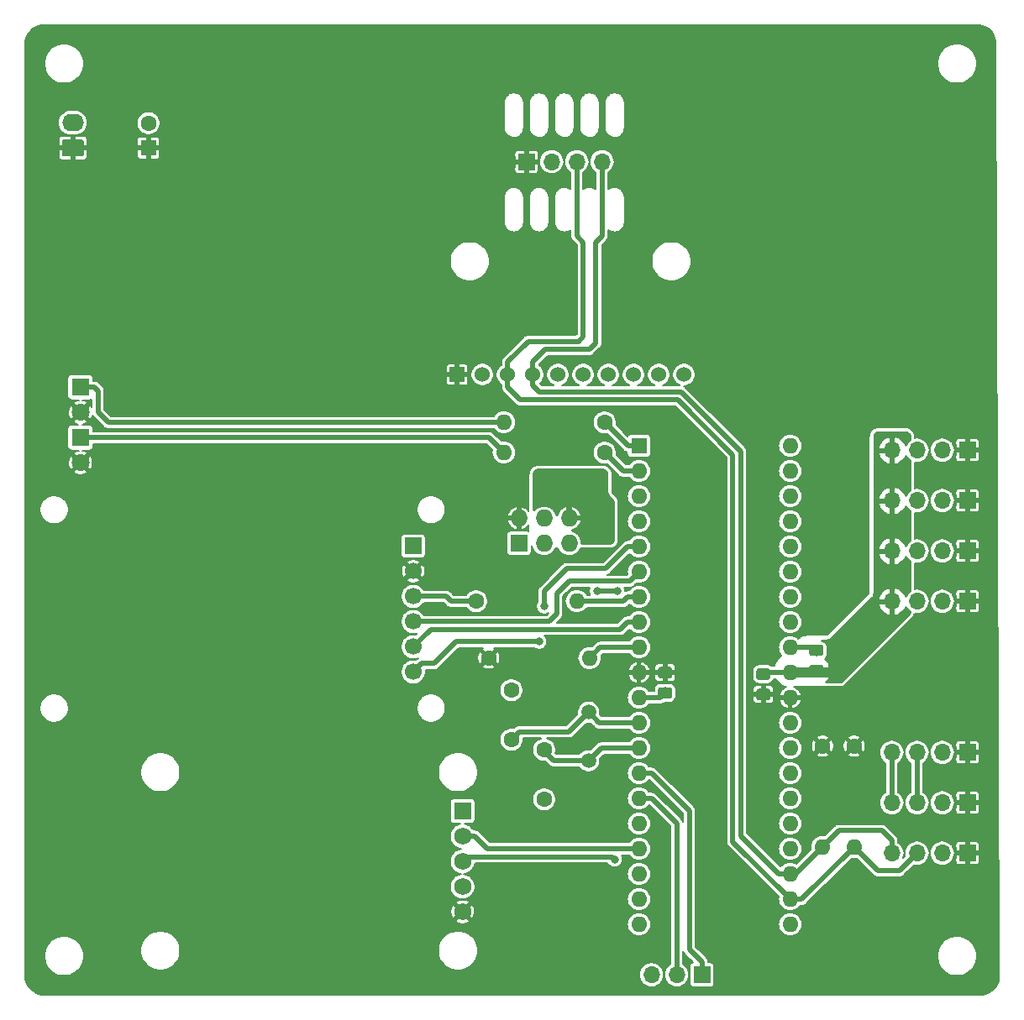
<source format=gbr>
G04 #@! TF.GenerationSoftware,KiCad,Pcbnew,5.1.4*
G04 #@! TF.CreationDate,2019-09-28T03:23:27+02:00*
G04 #@! TF.ProjectId,Stratosensor,53747261-746f-4736-956e-736f722e6b69,rev?*
G04 #@! TF.SameCoordinates,Original*
G04 #@! TF.FileFunction,Copper,L2,Bot*
G04 #@! TF.FilePolarity,Positive*
%FSLAX46Y46*%
G04 Gerber Fmt 4.6, Leading zero omitted, Abs format (unit mm)*
G04 Created by KiCad (PCBNEW 5.1.4) date 2019-09-28 03:23:27*
%MOMM*%
%LPD*%
G04 APERTURE LIST*
%ADD10C,1.524000*%
%ADD11R,1.524000X1.524000*%
%ADD12C,1.600000*%
%ADD13O,1.700000X1.700000*%
%ADD14R,1.700000X1.700000*%
%ADD15C,0.100000*%
%ADD16C,1.150000*%
%ADD17O,2.200000X1.740000*%
%ADD18C,1.740000*%
%ADD19R,1.600000X1.600000*%
%ADD20C,1.800000*%
%ADD21R,1.800000X1.800000*%
%ADD22O,1.600000X1.600000*%
%ADD23C,1.700000*%
%ADD24C,1.750000*%
%ADD25R,1.750000X1.750000*%
%ADD26C,1.500000*%
%ADD27O,1.727200X1.727200*%
%ADD28R,1.727200X1.727200*%
%ADD29C,0.800000*%
%ADD30C,0.500000*%
%ADD31C,1.000000*%
%ADD32C,0.200000*%
%ADD33C,0.300000*%
%ADD34C,0.254000*%
G04 APERTURE END LIST*
D10*
X117475000Y-86360000D03*
X114935000Y-86360000D03*
X112395000Y-86360000D03*
X109855000Y-86360000D03*
X107315000Y-86360000D03*
X104775000Y-86360000D03*
X102235000Y-86360000D03*
X99695000Y-86360000D03*
X97155000Y-86360000D03*
D11*
X94615000Y-86360000D03*
D12*
X100076000Y-118190000D03*
X100076000Y-123190000D03*
X103378000Y-129206000D03*
X103378000Y-124206000D03*
D13*
X138430000Y-109220000D03*
X140970000Y-109220000D03*
X143510000Y-109220000D03*
D14*
X146050000Y-109220000D03*
D13*
X138430000Y-104140000D03*
X140970000Y-104140000D03*
X143510000Y-104140000D03*
D14*
X146050000Y-104140000D03*
D13*
X138430000Y-99060000D03*
X140970000Y-99060000D03*
X143510000Y-99060000D03*
D14*
X146050000Y-99060000D03*
D13*
X138430000Y-93980000D03*
X140970000Y-93980000D03*
X143510000Y-93980000D03*
D14*
X146050000Y-93980000D03*
D13*
X138430000Y-124460000D03*
X140970000Y-124460000D03*
X143510000Y-124460000D03*
D14*
X146050000Y-124460000D03*
D13*
X138430000Y-129540000D03*
X140970000Y-129540000D03*
X143510000Y-129540000D03*
D14*
X146050000Y-129540000D03*
D15*
G36*
X131284505Y-115631204D02*
G01*
X131308773Y-115634804D01*
X131332572Y-115640765D01*
X131355671Y-115649030D01*
X131377850Y-115659520D01*
X131398893Y-115672132D01*
X131418599Y-115686747D01*
X131436777Y-115703223D01*
X131453253Y-115721401D01*
X131467868Y-115741107D01*
X131480480Y-115762150D01*
X131490970Y-115784329D01*
X131499235Y-115807428D01*
X131505196Y-115831227D01*
X131508796Y-115855495D01*
X131510000Y-115879999D01*
X131510000Y-116530001D01*
X131508796Y-116554505D01*
X131505196Y-116578773D01*
X131499235Y-116602572D01*
X131490970Y-116625671D01*
X131480480Y-116647850D01*
X131467868Y-116668893D01*
X131453253Y-116688599D01*
X131436777Y-116706777D01*
X131418599Y-116723253D01*
X131398893Y-116737868D01*
X131377850Y-116750480D01*
X131355671Y-116760970D01*
X131332572Y-116769235D01*
X131308773Y-116775196D01*
X131284505Y-116778796D01*
X131260001Y-116780000D01*
X130359999Y-116780000D01*
X130335495Y-116778796D01*
X130311227Y-116775196D01*
X130287428Y-116769235D01*
X130264329Y-116760970D01*
X130242150Y-116750480D01*
X130221107Y-116737868D01*
X130201401Y-116723253D01*
X130183223Y-116706777D01*
X130166747Y-116688599D01*
X130152132Y-116668893D01*
X130139520Y-116647850D01*
X130129030Y-116625671D01*
X130120765Y-116602572D01*
X130114804Y-116578773D01*
X130111204Y-116554505D01*
X130110000Y-116530001D01*
X130110000Y-115879999D01*
X130111204Y-115855495D01*
X130114804Y-115831227D01*
X130120765Y-115807428D01*
X130129030Y-115784329D01*
X130139520Y-115762150D01*
X130152132Y-115741107D01*
X130166747Y-115721401D01*
X130183223Y-115703223D01*
X130201401Y-115686747D01*
X130221107Y-115672132D01*
X130242150Y-115659520D01*
X130264329Y-115649030D01*
X130287428Y-115640765D01*
X130311227Y-115634804D01*
X130335495Y-115631204D01*
X130359999Y-115630000D01*
X131260001Y-115630000D01*
X131284505Y-115631204D01*
X131284505Y-115631204D01*
G37*
D16*
X130810000Y-116205000D03*
D15*
G36*
X131284505Y-113581204D02*
G01*
X131308773Y-113584804D01*
X131332572Y-113590765D01*
X131355671Y-113599030D01*
X131377850Y-113609520D01*
X131398893Y-113622132D01*
X131418599Y-113636747D01*
X131436777Y-113653223D01*
X131453253Y-113671401D01*
X131467868Y-113691107D01*
X131480480Y-113712150D01*
X131490970Y-113734329D01*
X131499235Y-113757428D01*
X131505196Y-113781227D01*
X131508796Y-113805495D01*
X131510000Y-113829999D01*
X131510000Y-114480001D01*
X131508796Y-114504505D01*
X131505196Y-114528773D01*
X131499235Y-114552572D01*
X131490970Y-114575671D01*
X131480480Y-114597850D01*
X131467868Y-114618893D01*
X131453253Y-114638599D01*
X131436777Y-114656777D01*
X131418599Y-114673253D01*
X131398893Y-114687868D01*
X131377850Y-114700480D01*
X131355671Y-114710970D01*
X131332572Y-114719235D01*
X131308773Y-114725196D01*
X131284505Y-114728796D01*
X131260001Y-114730000D01*
X130359999Y-114730000D01*
X130335495Y-114728796D01*
X130311227Y-114725196D01*
X130287428Y-114719235D01*
X130264329Y-114710970D01*
X130242150Y-114700480D01*
X130221107Y-114687868D01*
X130201401Y-114673253D01*
X130183223Y-114656777D01*
X130166747Y-114638599D01*
X130152132Y-114618893D01*
X130139520Y-114597850D01*
X130129030Y-114575671D01*
X130120765Y-114552572D01*
X130114804Y-114528773D01*
X130111204Y-114504505D01*
X130110000Y-114480001D01*
X130110000Y-113829999D01*
X130111204Y-113805495D01*
X130114804Y-113781227D01*
X130120765Y-113757428D01*
X130129030Y-113734329D01*
X130139520Y-113712150D01*
X130152132Y-113691107D01*
X130166747Y-113671401D01*
X130183223Y-113653223D01*
X130201401Y-113636747D01*
X130221107Y-113622132D01*
X130242150Y-113609520D01*
X130264329Y-113599030D01*
X130287428Y-113590765D01*
X130311227Y-113584804D01*
X130335495Y-113581204D01*
X130359999Y-113580000D01*
X131260001Y-113580000D01*
X131284505Y-113581204D01*
X131284505Y-113581204D01*
G37*
D16*
X130810000Y-114155000D03*
D17*
X55880000Y-60960000D03*
D15*
G36*
X56754505Y-62631204D02*
G01*
X56778773Y-62634804D01*
X56802572Y-62640765D01*
X56825671Y-62649030D01*
X56847850Y-62659520D01*
X56868893Y-62672132D01*
X56888599Y-62686747D01*
X56906777Y-62703223D01*
X56923253Y-62721401D01*
X56937868Y-62741107D01*
X56950480Y-62762150D01*
X56960970Y-62784329D01*
X56969235Y-62807428D01*
X56975196Y-62831227D01*
X56978796Y-62855495D01*
X56980000Y-62879999D01*
X56980000Y-64120001D01*
X56978796Y-64144505D01*
X56975196Y-64168773D01*
X56969235Y-64192572D01*
X56960970Y-64215671D01*
X56950480Y-64237850D01*
X56937868Y-64258893D01*
X56923253Y-64278599D01*
X56906777Y-64296777D01*
X56888599Y-64313253D01*
X56868893Y-64327868D01*
X56847850Y-64340480D01*
X56825671Y-64350970D01*
X56802572Y-64359235D01*
X56778773Y-64365196D01*
X56754505Y-64368796D01*
X56730001Y-64370000D01*
X55029999Y-64370000D01*
X55005495Y-64368796D01*
X54981227Y-64365196D01*
X54957428Y-64359235D01*
X54934329Y-64350970D01*
X54912150Y-64340480D01*
X54891107Y-64327868D01*
X54871401Y-64313253D01*
X54853223Y-64296777D01*
X54836747Y-64278599D01*
X54822132Y-64258893D01*
X54809520Y-64237850D01*
X54799030Y-64215671D01*
X54790765Y-64192572D01*
X54784804Y-64168773D01*
X54781204Y-64144505D01*
X54780000Y-64120001D01*
X54780000Y-62879999D01*
X54781204Y-62855495D01*
X54784804Y-62831227D01*
X54790765Y-62807428D01*
X54799030Y-62784329D01*
X54809520Y-62762150D01*
X54822132Y-62741107D01*
X54836747Y-62721401D01*
X54853223Y-62703223D01*
X54871401Y-62686747D01*
X54891107Y-62672132D01*
X54912150Y-62659520D01*
X54934329Y-62649030D01*
X54957428Y-62640765D01*
X54981227Y-62634804D01*
X55005495Y-62631204D01*
X55029999Y-62630000D01*
X56730001Y-62630000D01*
X56754505Y-62631204D01*
X56754505Y-62631204D01*
G37*
D18*
X55880000Y-63500000D03*
D12*
X63500000Y-61000000D03*
D19*
X63500000Y-63500000D03*
D20*
X56642000Y-95250000D03*
D21*
X56642000Y-92710000D03*
D20*
X56642000Y-90170000D03*
D21*
X56642000Y-87630000D03*
D22*
X99314000Y-94234000D03*
D12*
X109474000Y-94234000D03*
D22*
X99314000Y-91186000D03*
D12*
X109474000Y-91186000D03*
D15*
G36*
X125950505Y-118044204D02*
G01*
X125974773Y-118047804D01*
X125998572Y-118053765D01*
X126021671Y-118062030D01*
X126043850Y-118072520D01*
X126064893Y-118085132D01*
X126084599Y-118099747D01*
X126102777Y-118116223D01*
X126119253Y-118134401D01*
X126133868Y-118154107D01*
X126146480Y-118175150D01*
X126156970Y-118197329D01*
X126165235Y-118220428D01*
X126171196Y-118244227D01*
X126174796Y-118268495D01*
X126176000Y-118292999D01*
X126176000Y-118943001D01*
X126174796Y-118967505D01*
X126171196Y-118991773D01*
X126165235Y-119015572D01*
X126156970Y-119038671D01*
X126146480Y-119060850D01*
X126133868Y-119081893D01*
X126119253Y-119101599D01*
X126102777Y-119119777D01*
X126084599Y-119136253D01*
X126064893Y-119150868D01*
X126043850Y-119163480D01*
X126021671Y-119173970D01*
X125998572Y-119182235D01*
X125974773Y-119188196D01*
X125950505Y-119191796D01*
X125926001Y-119193000D01*
X125025999Y-119193000D01*
X125001495Y-119191796D01*
X124977227Y-119188196D01*
X124953428Y-119182235D01*
X124930329Y-119173970D01*
X124908150Y-119163480D01*
X124887107Y-119150868D01*
X124867401Y-119136253D01*
X124849223Y-119119777D01*
X124832747Y-119101599D01*
X124818132Y-119081893D01*
X124805520Y-119060850D01*
X124795030Y-119038671D01*
X124786765Y-119015572D01*
X124780804Y-118991773D01*
X124777204Y-118967505D01*
X124776000Y-118943001D01*
X124776000Y-118292999D01*
X124777204Y-118268495D01*
X124780804Y-118244227D01*
X124786765Y-118220428D01*
X124795030Y-118197329D01*
X124805520Y-118175150D01*
X124818132Y-118154107D01*
X124832747Y-118134401D01*
X124849223Y-118116223D01*
X124867401Y-118099747D01*
X124887107Y-118085132D01*
X124908150Y-118072520D01*
X124930329Y-118062030D01*
X124953428Y-118053765D01*
X124977227Y-118047804D01*
X125001495Y-118044204D01*
X125025999Y-118043000D01*
X125926001Y-118043000D01*
X125950505Y-118044204D01*
X125950505Y-118044204D01*
G37*
D16*
X125476000Y-118618000D03*
D15*
G36*
X125950505Y-115994204D02*
G01*
X125974773Y-115997804D01*
X125998572Y-116003765D01*
X126021671Y-116012030D01*
X126043850Y-116022520D01*
X126064893Y-116035132D01*
X126084599Y-116049747D01*
X126102777Y-116066223D01*
X126119253Y-116084401D01*
X126133868Y-116104107D01*
X126146480Y-116125150D01*
X126156970Y-116147329D01*
X126165235Y-116170428D01*
X126171196Y-116194227D01*
X126174796Y-116218495D01*
X126176000Y-116242999D01*
X126176000Y-116893001D01*
X126174796Y-116917505D01*
X126171196Y-116941773D01*
X126165235Y-116965572D01*
X126156970Y-116988671D01*
X126146480Y-117010850D01*
X126133868Y-117031893D01*
X126119253Y-117051599D01*
X126102777Y-117069777D01*
X126084599Y-117086253D01*
X126064893Y-117100868D01*
X126043850Y-117113480D01*
X126021671Y-117123970D01*
X125998572Y-117132235D01*
X125974773Y-117138196D01*
X125950505Y-117141796D01*
X125926001Y-117143000D01*
X125025999Y-117143000D01*
X125001495Y-117141796D01*
X124977227Y-117138196D01*
X124953428Y-117132235D01*
X124930329Y-117123970D01*
X124908150Y-117113480D01*
X124887107Y-117100868D01*
X124867401Y-117086253D01*
X124849223Y-117069777D01*
X124832747Y-117051599D01*
X124818132Y-117031893D01*
X124805520Y-117010850D01*
X124795030Y-116988671D01*
X124786765Y-116965572D01*
X124780804Y-116941773D01*
X124777204Y-116917505D01*
X124776000Y-116893001D01*
X124776000Y-116242999D01*
X124777204Y-116218495D01*
X124780804Y-116194227D01*
X124786765Y-116170428D01*
X124795030Y-116147329D01*
X124805520Y-116125150D01*
X124818132Y-116104107D01*
X124832747Y-116084401D01*
X124849223Y-116066223D01*
X124867401Y-116049747D01*
X124887107Y-116035132D01*
X124908150Y-116022520D01*
X124930329Y-116012030D01*
X124953428Y-116003765D01*
X124977227Y-115997804D01*
X125001495Y-115994204D01*
X125025999Y-115993000D01*
X125926001Y-115993000D01*
X125950505Y-115994204D01*
X125950505Y-115994204D01*
G37*
D16*
X125476000Y-116568000D03*
D23*
X90190000Y-116350000D03*
X90190000Y-113810000D03*
X90190000Y-111270000D03*
X90190000Y-108730000D03*
X90190000Y-106190000D03*
D14*
X90190000Y-103650000D03*
D22*
X106680000Y-109220000D03*
D12*
X96520000Y-109220000D03*
D24*
X95160000Y-138000000D03*
X95160000Y-135460000D03*
X95160000Y-132920000D03*
D25*
X95160000Y-130380000D03*
D24*
X95160000Y-140540000D03*
D13*
X114210000Y-146890000D03*
X116750000Y-146890000D03*
D14*
X119290000Y-146890000D03*
D13*
X109220000Y-64897000D03*
X106680000Y-64897000D03*
X104140000Y-64897000D03*
D14*
X101600000Y-64897000D03*
D13*
X138430000Y-134620000D03*
X140970000Y-134620000D03*
X143510000Y-134620000D03*
D14*
X146050000Y-134620000D03*
D26*
X107860000Y-120420000D03*
X107860000Y-125300000D03*
D22*
X128180000Y-93550000D03*
X112940000Y-141810000D03*
X128180000Y-96090000D03*
X112940000Y-139270000D03*
X128180000Y-98630000D03*
X112940000Y-136730000D03*
X128180000Y-101170000D03*
X112940000Y-134190000D03*
X128180000Y-103710000D03*
X112940000Y-131650000D03*
X128180000Y-106250000D03*
X112940000Y-129110000D03*
X128180000Y-108790000D03*
X112940000Y-126570000D03*
X128180000Y-111330000D03*
X112940000Y-124030000D03*
X128180000Y-113870000D03*
X112940000Y-121490000D03*
X128180000Y-116410000D03*
X112940000Y-118950000D03*
X128180000Y-118950000D03*
X112940000Y-116410000D03*
X128180000Y-121490000D03*
X112940000Y-113870000D03*
X128180000Y-124030000D03*
X112940000Y-111330000D03*
X128180000Y-126570000D03*
X112940000Y-108790000D03*
X128180000Y-129110000D03*
X112940000Y-106250000D03*
X128180000Y-131650000D03*
X112940000Y-103710000D03*
X128180000Y-134190000D03*
X112940000Y-101170000D03*
X128180000Y-136730000D03*
X112940000Y-98630000D03*
X128180000Y-139270000D03*
X112940000Y-96090000D03*
X128180000Y-141810000D03*
D19*
X112940000Y-93550000D03*
D22*
X131445000Y-133985000D03*
D12*
X131445000Y-123825000D03*
D22*
X134620000Y-133985000D03*
D12*
X134620000Y-123825000D03*
D22*
X107950000Y-114935000D03*
D12*
X97790000Y-114935000D03*
D27*
X105918000Y-100838000D03*
X105918000Y-103378000D03*
X103378000Y-100838000D03*
X103378000Y-103378000D03*
X100838000Y-100838000D03*
D28*
X100838000Y-103378000D03*
D15*
G36*
X116044505Y-115836204D02*
G01*
X116068773Y-115839804D01*
X116092572Y-115845765D01*
X116115671Y-115854030D01*
X116137850Y-115864520D01*
X116158893Y-115877132D01*
X116178599Y-115891747D01*
X116196777Y-115908223D01*
X116213253Y-115926401D01*
X116227868Y-115946107D01*
X116240480Y-115967150D01*
X116250970Y-115989329D01*
X116259235Y-116012428D01*
X116265196Y-116036227D01*
X116268796Y-116060495D01*
X116270000Y-116084999D01*
X116270000Y-116735001D01*
X116268796Y-116759505D01*
X116265196Y-116783773D01*
X116259235Y-116807572D01*
X116250970Y-116830671D01*
X116240480Y-116852850D01*
X116227868Y-116873893D01*
X116213253Y-116893599D01*
X116196777Y-116911777D01*
X116178599Y-116928253D01*
X116158893Y-116942868D01*
X116137850Y-116955480D01*
X116115671Y-116965970D01*
X116092572Y-116974235D01*
X116068773Y-116980196D01*
X116044505Y-116983796D01*
X116020001Y-116985000D01*
X115119999Y-116985000D01*
X115095495Y-116983796D01*
X115071227Y-116980196D01*
X115047428Y-116974235D01*
X115024329Y-116965970D01*
X115002150Y-116955480D01*
X114981107Y-116942868D01*
X114961401Y-116928253D01*
X114943223Y-116911777D01*
X114926747Y-116893599D01*
X114912132Y-116873893D01*
X114899520Y-116852850D01*
X114889030Y-116830671D01*
X114880765Y-116807572D01*
X114874804Y-116783773D01*
X114871204Y-116759505D01*
X114870000Y-116735001D01*
X114870000Y-116084999D01*
X114871204Y-116060495D01*
X114874804Y-116036227D01*
X114880765Y-116012428D01*
X114889030Y-115989329D01*
X114899520Y-115967150D01*
X114912132Y-115946107D01*
X114926747Y-115926401D01*
X114943223Y-115908223D01*
X114961401Y-115891747D01*
X114981107Y-115877132D01*
X115002150Y-115864520D01*
X115024329Y-115854030D01*
X115047428Y-115845765D01*
X115071227Y-115839804D01*
X115095495Y-115836204D01*
X115119999Y-115835000D01*
X116020001Y-115835000D01*
X116044505Y-115836204D01*
X116044505Y-115836204D01*
G37*
D16*
X115570000Y-116410000D03*
D15*
G36*
X116044505Y-117886204D02*
G01*
X116068773Y-117889804D01*
X116092572Y-117895765D01*
X116115671Y-117904030D01*
X116137850Y-117914520D01*
X116158893Y-117927132D01*
X116178599Y-117941747D01*
X116196777Y-117958223D01*
X116213253Y-117976401D01*
X116227868Y-117996107D01*
X116240480Y-118017150D01*
X116250970Y-118039329D01*
X116259235Y-118062428D01*
X116265196Y-118086227D01*
X116268796Y-118110495D01*
X116270000Y-118134999D01*
X116270000Y-118785001D01*
X116268796Y-118809505D01*
X116265196Y-118833773D01*
X116259235Y-118857572D01*
X116250970Y-118880671D01*
X116240480Y-118902850D01*
X116227868Y-118923893D01*
X116213253Y-118943599D01*
X116196777Y-118961777D01*
X116178599Y-118978253D01*
X116158893Y-118992868D01*
X116137850Y-119005480D01*
X116115671Y-119015970D01*
X116092572Y-119024235D01*
X116068773Y-119030196D01*
X116044505Y-119033796D01*
X116020001Y-119035000D01*
X115119999Y-119035000D01*
X115095495Y-119033796D01*
X115071227Y-119030196D01*
X115047428Y-119024235D01*
X115024329Y-119015970D01*
X115002150Y-119005480D01*
X114981107Y-118992868D01*
X114961401Y-118978253D01*
X114943223Y-118961777D01*
X114926747Y-118943599D01*
X114912132Y-118923893D01*
X114899520Y-118902850D01*
X114889030Y-118880671D01*
X114880765Y-118857572D01*
X114874804Y-118833773D01*
X114871204Y-118809505D01*
X114870000Y-118785001D01*
X114870000Y-118134999D01*
X114871204Y-118110495D01*
X114874804Y-118086227D01*
X114880765Y-118062428D01*
X114889030Y-118039329D01*
X114899520Y-118017150D01*
X114912132Y-117996107D01*
X114926747Y-117976401D01*
X114943223Y-117958223D01*
X114961401Y-117941747D01*
X114981107Y-117927132D01*
X115002150Y-117914520D01*
X115024329Y-117904030D01*
X115047428Y-117895765D01*
X115071227Y-117889804D01*
X115095495Y-117886204D01*
X115119999Y-117885000D01*
X116020001Y-117885000D01*
X116044505Y-117886204D01*
X116044505Y-117886204D01*
G37*
D16*
X115570000Y-118460000D03*
D29*
X103505000Y-96520000D03*
X106680000Y-96520000D03*
X109220000Y-96520000D03*
X109728000Y-100965000D03*
X108204000Y-102616000D03*
X108204000Y-99060000D03*
X105156000Y-99060000D03*
X124460000Y-128905000D03*
X124460000Y-99695000D03*
X120650000Y-109220000D03*
X64770000Y-93980000D03*
X68580000Y-93980000D03*
X64770000Y-90170000D03*
X68580000Y-90170000D03*
X83820000Y-90170000D03*
X87630000Y-90170000D03*
X83820000Y-93980000D03*
X87630000Y-93980000D03*
X106045000Y-76200000D03*
X109855000Y-76200000D03*
X106045000Y-80010000D03*
X109855000Y-80010000D03*
X66675000Y-90170000D03*
X66675000Y-93980000D03*
X85725000Y-90170000D03*
X85725000Y-93980000D03*
X106045000Y-78105000D03*
X109855000Y-78105000D03*
X120650000Y-97790000D03*
X124460000Y-97790000D03*
X120650000Y-111125000D03*
X124460000Y-111125000D03*
X120650000Y-127000000D03*
X124460000Y-127000000D03*
X124460000Y-95885000D03*
X120650000Y-95885000D03*
X120650000Y-99695000D03*
X124460000Y-109220000D03*
X124460000Y-113030000D03*
X120650000Y-113030000D03*
X124460000Y-125095000D03*
X120650000Y-125095000D03*
X120650000Y-128905000D03*
X106680000Y-132715000D03*
X106680000Y-136525000D03*
X104775000Y-136525000D03*
X108585000Y-136525000D03*
X104775000Y-132715000D03*
X108585000Y-132715000D03*
X110744000Y-108204000D03*
X108712000Y-108204000D03*
X110490000Y-135255000D03*
X103378000Y-109728000D03*
X102870000Y-113284000D03*
D30*
X115080000Y-118950000D02*
X115570000Y-118460000D01*
X112940000Y-118950000D02*
X115080000Y-118950000D01*
X125634000Y-116410000D02*
X125476000Y-116568000D01*
X128180000Y-116410000D02*
X125634000Y-116410000D01*
D31*
X130605000Y-116410000D02*
X130810000Y-116205000D01*
X129970000Y-116410000D02*
X132510000Y-116410000D01*
X129970000Y-116410000D02*
X130605000Y-116410000D01*
X128180000Y-116410000D02*
X129970000Y-116410000D01*
D30*
X109130000Y-124030000D02*
X107860000Y-125300000D01*
X112940000Y-124030000D02*
X109130000Y-124030000D01*
X104345000Y-125300000D02*
X103505000Y-124460000D01*
X107860000Y-125300000D02*
X104345000Y-125300000D01*
X108930000Y-121490000D02*
X107860000Y-120420000D01*
X112940000Y-121490000D02*
X108930000Y-121490000D01*
X100875999Y-122390001D02*
X100076000Y-123190000D01*
X107860000Y-120420000D02*
X105889999Y-122390001D01*
X105889999Y-122390001D02*
X100875999Y-122390001D01*
X109015000Y-113870000D02*
X107950000Y-114935000D01*
X112940000Y-113870000D02*
X109015000Y-113870000D01*
X91392081Y-111270000D02*
X91410081Y-111252000D01*
X90190000Y-111270000D02*
X91392081Y-111270000D01*
X91410081Y-111252000D02*
X103886000Y-111252000D01*
X103886000Y-111252000D02*
X104648000Y-110490000D01*
X104648000Y-110490000D02*
X104648000Y-108458000D01*
X104648000Y-108458000D02*
X105918000Y-107188000D01*
X112002000Y-107188000D02*
X112940000Y-106250000D01*
X105918000Y-107188000D02*
X112002000Y-107188000D01*
X90190000Y-113810000D02*
X91947990Y-112052010D01*
X111758020Y-111330000D02*
X112940000Y-111330000D01*
X111036010Y-112052010D02*
X111758020Y-111330000D01*
X111036010Y-112052010D02*
X91947990Y-112052010D01*
X108712000Y-108204000D02*
X110744000Y-108204000D01*
X106680000Y-109220000D02*
X109220000Y-109220000D01*
X111378630Y-109220000D02*
X109220000Y-109220000D01*
X111808630Y-108790000D02*
X111378630Y-109220000D01*
X112940000Y-108790000D02*
X111808630Y-108790000D01*
X129335000Y-139270000D02*
X134620000Y-133985000D01*
X128180000Y-139270000D02*
X129335000Y-139270000D01*
X140970000Y-128337919D02*
X140970000Y-124460000D01*
X140970000Y-129540000D02*
X140970000Y-128337919D01*
X139192000Y-136398000D02*
X140970000Y-134620000D01*
X134620000Y-133985000D02*
X137033000Y-136398000D01*
X137033000Y-136398000D02*
X139192000Y-136398000D01*
X99695000Y-85090000D02*
X99695000Y-86360000D01*
X106680000Y-72390000D02*
X107315000Y-73025000D01*
X107315000Y-73025000D02*
X107315000Y-82550000D01*
X101765010Y-83019990D02*
X99695000Y-85090000D01*
X106680000Y-64643000D02*
X106680000Y-72390000D01*
X107315000Y-82550000D02*
X106845010Y-83019990D01*
X106845010Y-83019990D02*
X101765010Y-83019990D01*
X99695000Y-87437630D02*
X99695000Y-86360000D01*
X99695000Y-87630000D02*
X99695000Y-87437630D01*
X122389990Y-133479990D02*
X122389990Y-94449990D01*
X128180000Y-139270000D02*
X122389990Y-133479990D01*
X116840000Y-88900000D02*
X100965000Y-88900000D01*
X122389990Y-94449990D02*
X116840000Y-88900000D01*
X100965000Y-88900000D02*
X99695000Y-87630000D01*
X128700000Y-136730000D02*
X131445000Y-133985000D01*
X128180000Y-136730000D02*
X128700000Y-136730000D01*
X138430000Y-129540000D02*
X138430000Y-124460000D01*
X138430000Y-133350000D02*
X138430000Y-134620000D01*
X137414000Y-132334000D02*
X138430000Y-133350000D01*
X131445000Y-133985000D02*
X133096000Y-132334000D01*
X133096000Y-132334000D02*
X137414000Y-132334000D01*
X103505000Y-83820000D02*
X102235000Y-85090000D01*
X109220000Y-72390000D02*
X108585000Y-73025000D01*
X108585000Y-73025000D02*
X108585000Y-83185000D01*
X109220000Y-64643000D02*
X109220000Y-72390000D01*
X108585000Y-83185000D02*
X107950000Y-83820000D01*
X102235000Y-85090000D02*
X102235000Y-86360000D01*
X107950000Y-83820000D02*
X103505000Y-83820000D01*
X102235000Y-87437630D02*
X102235000Y-86360000D01*
X123190000Y-94118616D02*
X117171374Y-88099990D01*
X102897360Y-88099990D02*
X102235000Y-87437630D01*
X127048630Y-136730000D02*
X123190000Y-132871370D01*
X117171374Y-88099990D02*
X102897360Y-88099990D01*
X128180000Y-136730000D02*
X127048630Y-136730000D01*
X123190000Y-132871370D02*
X123190000Y-94118616D01*
X96397436Y-132920000D02*
X97667436Y-134190000D01*
X95160000Y-132920000D02*
X96397436Y-132920000D01*
X97667436Y-134190000D02*
X97995000Y-134190000D01*
X112940000Y-134190000D02*
X97995000Y-134190000D01*
X95629990Y-134990010D02*
X100330000Y-134990010D01*
X95160000Y-135460000D02*
X95629990Y-134990010D01*
X100330000Y-134990010D02*
X110225010Y-134990010D01*
X110225010Y-134990010D02*
X110490000Y-135255000D01*
X116750000Y-146890000D02*
X116750000Y-131650000D01*
X114210000Y-129110000D02*
X112940000Y-129110000D01*
X116750000Y-131650000D02*
X114210000Y-129110000D01*
X114210000Y-126570000D02*
X112940000Y-126570000D01*
X118020000Y-130380000D02*
X114210000Y-126570000D01*
X118020000Y-144350000D02*
X118020000Y-130380000D01*
X119290000Y-146890000D02*
X119290000Y-145620000D01*
X119290000Y-145620000D02*
X118020000Y-144350000D01*
X91039999Y-115500001D02*
X92271999Y-115500001D01*
X90190000Y-116350000D02*
X91039999Y-115500001D01*
X92271999Y-115500001D02*
X94488000Y-113284000D01*
X111808630Y-103710000D02*
X109600630Y-105918000D01*
X112940000Y-103710000D02*
X111808630Y-103710000D01*
X109600630Y-105918000D02*
X105664000Y-105918000D01*
X105664000Y-105918000D02*
X103378000Y-108204000D01*
X103378000Y-108204000D02*
X103378000Y-109728000D01*
X94488000Y-113284000D02*
X102870000Y-113284000D01*
X93490000Y-108730000D02*
X90190000Y-108730000D01*
X96520000Y-109220000D02*
X93980000Y-109220000D01*
X93980000Y-109220000D02*
X93490000Y-108730000D01*
X58042000Y-87630000D02*
X58420000Y-88008000D01*
X56642000Y-87630000D02*
X58042000Y-87630000D01*
X58420000Y-88008000D02*
X58420000Y-90170000D01*
X99314000Y-91186000D02*
X59436000Y-91186000D01*
X59436000Y-91186000D02*
X58420000Y-90170000D01*
X97790000Y-92710000D02*
X56642000Y-92710000D01*
X99314000Y-94234000D02*
X97790000Y-92710000D01*
X111838000Y-93550000D02*
X109474000Y-91186000D01*
X112940000Y-93550000D02*
X111838000Y-93550000D01*
X111330000Y-96090000D02*
X112940000Y-96090000D01*
X109474000Y-94234000D02*
X111330000Y-96090000D01*
X130525000Y-113870000D02*
X130810000Y-114155000D01*
X128180000Y-113870000D02*
X130525000Y-113870000D01*
D32*
G36*
X147276917Y-51119502D02*
G01*
X147541204Y-51176858D01*
X147794657Y-51271157D01*
X148032164Y-51400493D01*
X148248890Y-51562236D01*
X148440463Y-51753122D01*
X148602989Y-51969273D01*
X148733172Y-52206303D01*
X148828384Y-52459430D01*
X148886687Y-52723498D01*
X148907172Y-52996741D01*
X149244779Y-146989592D01*
X149226083Y-147264221D01*
X149169160Y-147529857D01*
X149074926Y-147784667D01*
X148945313Y-148023423D01*
X148782968Y-148241253D01*
X148591213Y-148433698D01*
X148373969Y-148596823D01*
X148135676Y-148727294D01*
X147881214Y-148822441D01*
X147615781Y-148880318D01*
X147341224Y-148900000D01*
X53003569Y-148900000D01*
X52729642Y-148880409D01*
X52464777Y-148822790D01*
X52210819Y-148728069D01*
X51972920Y-148598166D01*
X51755935Y-148435733D01*
X51564267Y-148244065D01*
X51401834Y-148027080D01*
X51271931Y-147789181D01*
X51177210Y-147535223D01*
X51119591Y-147270358D01*
X51100000Y-146996431D01*
X51100000Y-144803017D01*
X53000000Y-144803017D01*
X53000000Y-145196983D01*
X53076859Y-145583378D01*
X53227623Y-145947355D01*
X53446499Y-146274926D01*
X53725074Y-146553501D01*
X54052645Y-146772377D01*
X54416622Y-146923141D01*
X54803017Y-147000000D01*
X55196983Y-147000000D01*
X55583378Y-146923141D01*
X55663387Y-146890000D01*
X112953952Y-146890000D01*
X112978087Y-147135043D01*
X113049563Y-147370669D01*
X113165634Y-147587823D01*
X113321840Y-147778160D01*
X113512177Y-147934366D01*
X113729331Y-148050437D01*
X113964957Y-148121913D01*
X114148595Y-148140000D01*
X114271405Y-148140000D01*
X114455043Y-148121913D01*
X114690669Y-148050437D01*
X114907823Y-147934366D01*
X115098160Y-147778160D01*
X115254366Y-147587823D01*
X115370437Y-147370669D01*
X115441913Y-147135043D01*
X115466048Y-146890000D01*
X115441913Y-146644957D01*
X115370437Y-146409331D01*
X115254366Y-146192177D01*
X115098160Y-146001840D01*
X114907823Y-145845634D01*
X114690669Y-145729563D01*
X114455043Y-145658087D01*
X114271405Y-145640000D01*
X114148595Y-145640000D01*
X113964957Y-145658087D01*
X113729331Y-145729563D01*
X113512177Y-145845634D01*
X113321840Y-146001840D01*
X113165634Y-146192177D01*
X113049563Y-146409331D01*
X112978087Y-146644957D01*
X112953952Y-146890000D01*
X55663387Y-146890000D01*
X55947355Y-146772377D01*
X56274926Y-146553501D01*
X56553501Y-146274926D01*
X56772377Y-145947355D01*
X56923141Y-145583378D01*
X57000000Y-145196983D01*
X57000000Y-144803017D01*
X56923141Y-144416622D01*
X56859516Y-144263017D01*
X62700000Y-144263017D01*
X62700000Y-144656983D01*
X62776859Y-145043378D01*
X62927623Y-145407355D01*
X63146499Y-145734926D01*
X63425074Y-146013501D01*
X63752645Y-146232377D01*
X64116622Y-146383141D01*
X64503017Y-146460000D01*
X64896983Y-146460000D01*
X65283378Y-146383141D01*
X65647355Y-146232377D01*
X65974926Y-146013501D01*
X66253501Y-145734926D01*
X66472377Y-145407355D01*
X66623141Y-145043378D01*
X66700000Y-144656983D01*
X66700000Y-144263017D01*
X92700000Y-144263017D01*
X92700000Y-144656983D01*
X92776859Y-145043378D01*
X92927623Y-145407355D01*
X93146499Y-145734926D01*
X93425074Y-146013501D01*
X93752645Y-146232377D01*
X94116622Y-146383141D01*
X94503017Y-146460000D01*
X94896983Y-146460000D01*
X95283378Y-146383141D01*
X95647355Y-146232377D01*
X95974926Y-146013501D01*
X96253501Y-145734926D01*
X96472377Y-145407355D01*
X96623141Y-145043378D01*
X96700000Y-144656983D01*
X96700000Y-144263017D01*
X96623141Y-143876622D01*
X96472377Y-143512645D01*
X96253501Y-143185074D01*
X95974926Y-142906499D01*
X95647355Y-142687623D01*
X95283378Y-142536859D01*
X94896983Y-142460000D01*
X94503017Y-142460000D01*
X94116622Y-142536859D01*
X93752645Y-142687623D01*
X93425074Y-142906499D01*
X93146499Y-143185074D01*
X92927623Y-143512645D01*
X92776859Y-143876622D01*
X92700000Y-144263017D01*
X66700000Y-144263017D01*
X66623141Y-143876622D01*
X66472377Y-143512645D01*
X66253501Y-143185074D01*
X65974926Y-142906499D01*
X65647355Y-142687623D01*
X65283378Y-142536859D01*
X64896983Y-142460000D01*
X64503017Y-142460000D01*
X64116622Y-142536859D01*
X63752645Y-142687623D01*
X63425074Y-142906499D01*
X63146499Y-143185074D01*
X62927623Y-143512645D01*
X62776859Y-143876622D01*
X62700000Y-144263017D01*
X56859516Y-144263017D01*
X56772377Y-144052645D01*
X56553501Y-143725074D01*
X56274926Y-143446499D01*
X55947355Y-143227623D01*
X55583378Y-143076859D01*
X55196983Y-143000000D01*
X54803017Y-143000000D01*
X54416622Y-143076859D01*
X54052645Y-143227623D01*
X53725074Y-143446499D01*
X53446499Y-143725074D01*
X53227623Y-144052645D01*
X53076859Y-144416622D01*
X53000000Y-144803017D01*
X51100000Y-144803017D01*
X51100000Y-141810000D01*
X111734194Y-141810000D01*
X111757363Y-142045241D01*
X111825981Y-142271442D01*
X111937409Y-142479910D01*
X112087366Y-142662634D01*
X112270090Y-142812591D01*
X112478558Y-142924019D01*
X112704759Y-142992637D01*
X112881050Y-143010000D01*
X112998950Y-143010000D01*
X113175241Y-142992637D01*
X113401442Y-142924019D01*
X113609910Y-142812591D01*
X113792634Y-142662634D01*
X113942591Y-142479910D01*
X114054019Y-142271442D01*
X114122637Y-142045241D01*
X114145806Y-141810000D01*
X114122637Y-141574759D01*
X114054019Y-141348558D01*
X113942591Y-141140090D01*
X113792634Y-140957366D01*
X113609910Y-140807409D01*
X113401442Y-140695981D01*
X113175241Y-140627363D01*
X112998950Y-140610000D01*
X112881050Y-140610000D01*
X112704759Y-140627363D01*
X112478558Y-140695981D01*
X112270090Y-140807409D01*
X112087366Y-140957366D01*
X111937409Y-141140090D01*
X111825981Y-141348558D01*
X111757363Y-141574759D01*
X111734194Y-141810000D01*
X51100000Y-141810000D01*
X51100000Y-141450053D01*
X94467736Y-141450053D01*
X94566753Y-141618536D01*
X94788564Y-141713548D01*
X95024649Y-141763462D01*
X95265936Y-141766359D01*
X95503151Y-141722128D01*
X95727180Y-141632468D01*
X95753247Y-141618536D01*
X95852264Y-141450053D01*
X95160000Y-140757789D01*
X94467736Y-141450053D01*
X51100000Y-141450053D01*
X51100000Y-140645936D01*
X93933641Y-140645936D01*
X93977872Y-140883151D01*
X94067532Y-141107180D01*
X94081464Y-141133247D01*
X94249947Y-141232264D01*
X94942211Y-140540000D01*
X95377789Y-140540000D01*
X96070053Y-141232264D01*
X96238536Y-141133247D01*
X96333548Y-140911436D01*
X96383462Y-140675351D01*
X96386359Y-140434064D01*
X96342128Y-140196849D01*
X96252468Y-139972820D01*
X96238536Y-139946753D01*
X96070053Y-139847736D01*
X95377789Y-140540000D01*
X94942211Y-140540000D01*
X94249947Y-139847736D01*
X94081464Y-139946753D01*
X93986452Y-140168564D01*
X93936538Y-140404649D01*
X93933641Y-140645936D01*
X51100000Y-140645936D01*
X51100000Y-139629947D01*
X94467736Y-139629947D01*
X95160000Y-140322211D01*
X95852264Y-139629947D01*
X95753247Y-139461464D01*
X95531436Y-139366452D01*
X95295351Y-139316538D01*
X95054064Y-139313641D01*
X94816849Y-139357872D01*
X94592820Y-139447532D01*
X94566753Y-139461464D01*
X94467736Y-139629947D01*
X51100000Y-139629947D01*
X51100000Y-129505000D01*
X93883065Y-129505000D01*
X93883065Y-131255000D01*
X93890788Y-131333414D01*
X93913660Y-131408814D01*
X93950803Y-131478303D01*
X94000789Y-131539211D01*
X94061697Y-131589197D01*
X94131186Y-131626340D01*
X94206586Y-131649212D01*
X94285000Y-131656935D01*
X94974422Y-131656935D01*
X94788096Y-131693998D01*
X94556061Y-131790110D01*
X94347235Y-131929643D01*
X94169643Y-132107235D01*
X94030110Y-132316061D01*
X93933998Y-132548096D01*
X93885000Y-132794423D01*
X93885000Y-133045577D01*
X93933998Y-133291904D01*
X94030110Y-133523939D01*
X94169643Y-133732765D01*
X94347235Y-133910357D01*
X94556061Y-134049890D01*
X94788096Y-134146002D01*
X95009287Y-134190000D01*
X94788096Y-134233998D01*
X94556061Y-134330110D01*
X94347235Y-134469643D01*
X94169643Y-134647235D01*
X94030110Y-134856061D01*
X93933998Y-135088096D01*
X93885000Y-135334423D01*
X93885000Y-135585577D01*
X93933998Y-135831904D01*
X94030110Y-136063939D01*
X94169643Y-136272765D01*
X94347235Y-136450357D01*
X94556061Y-136589890D01*
X94788096Y-136686002D01*
X95009287Y-136730000D01*
X94788096Y-136773998D01*
X94556061Y-136870110D01*
X94347235Y-137009643D01*
X94169643Y-137187235D01*
X94030110Y-137396061D01*
X93933998Y-137628096D01*
X93885000Y-137874423D01*
X93885000Y-138125577D01*
X93933998Y-138371904D01*
X94030110Y-138603939D01*
X94169643Y-138812765D01*
X94347235Y-138990357D01*
X94556061Y-139129890D01*
X94788096Y-139226002D01*
X95034423Y-139275000D01*
X95285577Y-139275000D01*
X95310713Y-139270000D01*
X111734194Y-139270000D01*
X111757363Y-139505241D01*
X111825981Y-139731442D01*
X111937409Y-139939910D01*
X112087366Y-140122634D01*
X112270090Y-140272591D01*
X112478558Y-140384019D01*
X112704759Y-140452637D01*
X112881050Y-140470000D01*
X112998950Y-140470000D01*
X113175241Y-140452637D01*
X113401442Y-140384019D01*
X113609910Y-140272591D01*
X113792634Y-140122634D01*
X113942591Y-139939910D01*
X114054019Y-139731442D01*
X114122637Y-139505241D01*
X114145806Y-139270000D01*
X114122637Y-139034759D01*
X114054019Y-138808558D01*
X113942591Y-138600090D01*
X113792634Y-138417366D01*
X113609910Y-138267409D01*
X113401442Y-138155981D01*
X113175241Y-138087363D01*
X112998950Y-138070000D01*
X112881050Y-138070000D01*
X112704759Y-138087363D01*
X112478558Y-138155981D01*
X112270090Y-138267409D01*
X112087366Y-138417366D01*
X111937409Y-138600090D01*
X111825981Y-138808558D01*
X111757363Y-139034759D01*
X111734194Y-139270000D01*
X95310713Y-139270000D01*
X95531904Y-139226002D01*
X95763939Y-139129890D01*
X95972765Y-138990357D01*
X96150357Y-138812765D01*
X96289890Y-138603939D01*
X96386002Y-138371904D01*
X96435000Y-138125577D01*
X96435000Y-137874423D01*
X96386002Y-137628096D01*
X96289890Y-137396061D01*
X96150357Y-137187235D01*
X95972765Y-137009643D01*
X95763939Y-136870110D01*
X95531904Y-136773998D01*
X95310713Y-136730000D01*
X111734194Y-136730000D01*
X111757363Y-136965241D01*
X111825981Y-137191442D01*
X111937409Y-137399910D01*
X112087366Y-137582634D01*
X112270090Y-137732591D01*
X112478558Y-137844019D01*
X112704759Y-137912637D01*
X112881050Y-137930000D01*
X112998950Y-137930000D01*
X113175241Y-137912637D01*
X113401442Y-137844019D01*
X113609910Y-137732591D01*
X113792634Y-137582634D01*
X113942591Y-137399910D01*
X114054019Y-137191442D01*
X114122637Y-136965241D01*
X114145806Y-136730000D01*
X114122637Y-136494759D01*
X114054019Y-136268558D01*
X113942591Y-136060090D01*
X113792634Y-135877366D01*
X113609910Y-135727409D01*
X113401442Y-135615981D01*
X113175241Y-135547363D01*
X112998950Y-135530000D01*
X112881050Y-135530000D01*
X112704759Y-135547363D01*
X112478558Y-135615981D01*
X112270090Y-135727409D01*
X112087366Y-135877366D01*
X111937409Y-136060090D01*
X111825981Y-136268558D01*
X111757363Y-136494759D01*
X111734194Y-136730000D01*
X95310713Y-136730000D01*
X95531904Y-136686002D01*
X95763939Y-136589890D01*
X95972765Y-136450357D01*
X96150357Y-136272765D01*
X96289890Y-136063939D01*
X96386002Y-135831904D01*
X96424172Y-135640010D01*
X109785104Y-135640010D01*
X109868599Y-135764970D01*
X109980030Y-135876401D01*
X110111058Y-135963951D01*
X110256649Y-136024257D01*
X110411207Y-136055000D01*
X110568793Y-136055000D01*
X110723351Y-136024257D01*
X110868942Y-135963951D01*
X110999970Y-135876401D01*
X111111401Y-135764970D01*
X111198951Y-135633942D01*
X111259257Y-135488351D01*
X111290000Y-135333793D01*
X111290000Y-135176207D01*
X111259257Y-135021649D01*
X111198951Y-134876058D01*
X111174858Y-134840000D01*
X111926767Y-134840000D01*
X111937409Y-134859910D01*
X112087366Y-135042634D01*
X112270090Y-135192591D01*
X112478558Y-135304019D01*
X112704759Y-135372637D01*
X112881050Y-135390000D01*
X112998950Y-135390000D01*
X113175241Y-135372637D01*
X113401442Y-135304019D01*
X113609910Y-135192591D01*
X113792634Y-135042634D01*
X113942591Y-134859910D01*
X114054019Y-134651442D01*
X114122637Y-134425241D01*
X114145806Y-134190000D01*
X114122637Y-133954759D01*
X114054019Y-133728558D01*
X113942591Y-133520090D01*
X113792634Y-133337366D01*
X113609910Y-133187409D01*
X113401442Y-133075981D01*
X113175241Y-133007363D01*
X112998950Y-132990000D01*
X112881050Y-132990000D01*
X112704759Y-133007363D01*
X112478558Y-133075981D01*
X112270090Y-133187409D01*
X112087366Y-133337366D01*
X111937409Y-133520090D01*
X111926767Y-133540000D01*
X97936675Y-133540000D01*
X96879636Y-132482962D01*
X96859279Y-132458157D01*
X96760304Y-132376930D01*
X96647384Y-132316573D01*
X96524858Y-132279405D01*
X96429368Y-132270000D01*
X96429357Y-132270000D01*
X96397436Y-132266856D01*
X96365515Y-132270000D01*
X96259113Y-132270000D01*
X96150357Y-132107235D01*
X95972765Y-131929643D01*
X95763939Y-131790110D01*
X95531904Y-131693998D01*
X95345578Y-131656935D01*
X96035000Y-131656935D01*
X96105413Y-131650000D01*
X111734194Y-131650000D01*
X111757363Y-131885241D01*
X111825981Y-132111442D01*
X111937409Y-132319910D01*
X112087366Y-132502634D01*
X112270090Y-132652591D01*
X112478558Y-132764019D01*
X112704759Y-132832637D01*
X112881050Y-132850000D01*
X112998950Y-132850000D01*
X113175241Y-132832637D01*
X113401442Y-132764019D01*
X113609910Y-132652591D01*
X113792634Y-132502634D01*
X113942591Y-132319910D01*
X114054019Y-132111442D01*
X114122637Y-131885241D01*
X114145806Y-131650000D01*
X114122637Y-131414759D01*
X114054019Y-131188558D01*
X113942591Y-130980090D01*
X113792634Y-130797366D01*
X113609910Y-130647409D01*
X113401442Y-130535981D01*
X113175241Y-130467363D01*
X112998950Y-130450000D01*
X112881050Y-130450000D01*
X112704759Y-130467363D01*
X112478558Y-130535981D01*
X112270090Y-130647409D01*
X112087366Y-130797366D01*
X111937409Y-130980090D01*
X111825981Y-131188558D01*
X111757363Y-131414759D01*
X111734194Y-131650000D01*
X96105413Y-131650000D01*
X96113414Y-131649212D01*
X96188814Y-131626340D01*
X96258303Y-131589197D01*
X96319211Y-131539211D01*
X96369197Y-131478303D01*
X96406340Y-131408814D01*
X96429212Y-131333414D01*
X96436935Y-131255000D01*
X96436935Y-129505000D01*
X96429212Y-129426586D01*
X96406340Y-129351186D01*
X96369197Y-129281697D01*
X96319211Y-129220789D01*
X96258303Y-129170803D01*
X96188814Y-129133660D01*
X96113414Y-129110788D01*
X96035000Y-129103065D01*
X94285000Y-129103065D01*
X94206586Y-129110788D01*
X94131186Y-129133660D01*
X94061697Y-129170803D01*
X94000789Y-129220789D01*
X93950803Y-129281697D01*
X93913660Y-129351186D01*
X93890788Y-129426586D01*
X93883065Y-129505000D01*
X51100000Y-129505000D01*
X51100000Y-129087810D01*
X102178000Y-129087810D01*
X102178000Y-129324190D01*
X102224116Y-129556027D01*
X102314574Y-129774413D01*
X102445899Y-129970955D01*
X102613045Y-130138101D01*
X102809587Y-130269426D01*
X103027973Y-130359884D01*
X103259810Y-130406000D01*
X103496190Y-130406000D01*
X103728027Y-130359884D01*
X103946413Y-130269426D01*
X104142955Y-130138101D01*
X104310101Y-129970955D01*
X104441426Y-129774413D01*
X104531884Y-129556027D01*
X104578000Y-129324190D01*
X104578000Y-129087810D01*
X104531884Y-128855973D01*
X104441426Y-128637587D01*
X104310101Y-128441045D01*
X104142955Y-128273899D01*
X103946413Y-128142574D01*
X103728027Y-128052116D01*
X103496190Y-128006000D01*
X103259810Y-128006000D01*
X103027973Y-128052116D01*
X102809587Y-128142574D01*
X102613045Y-128273899D01*
X102445899Y-128441045D01*
X102314574Y-128637587D01*
X102224116Y-128855973D01*
X102178000Y-129087810D01*
X51100000Y-129087810D01*
X51100000Y-126263017D01*
X62700000Y-126263017D01*
X62700000Y-126656983D01*
X62776859Y-127043378D01*
X62927623Y-127407355D01*
X63146499Y-127734926D01*
X63425074Y-128013501D01*
X63752645Y-128232377D01*
X64116622Y-128383141D01*
X64503017Y-128460000D01*
X64896983Y-128460000D01*
X65283378Y-128383141D01*
X65647355Y-128232377D01*
X65974926Y-128013501D01*
X66253501Y-127734926D01*
X66472377Y-127407355D01*
X66623141Y-127043378D01*
X66700000Y-126656983D01*
X66700000Y-126263017D01*
X92700000Y-126263017D01*
X92700000Y-126656983D01*
X92776859Y-127043378D01*
X92927623Y-127407355D01*
X93146499Y-127734926D01*
X93425074Y-128013501D01*
X93752645Y-128232377D01*
X94116622Y-128383141D01*
X94503017Y-128460000D01*
X94896983Y-128460000D01*
X95283378Y-128383141D01*
X95647355Y-128232377D01*
X95974926Y-128013501D01*
X96253501Y-127734926D01*
X96472377Y-127407355D01*
X96623141Y-127043378D01*
X96700000Y-126656983D01*
X96700000Y-126570000D01*
X111734194Y-126570000D01*
X111757363Y-126805241D01*
X111825981Y-127031442D01*
X111937409Y-127239910D01*
X112087366Y-127422634D01*
X112270090Y-127572591D01*
X112478558Y-127684019D01*
X112704759Y-127752637D01*
X112881050Y-127770000D01*
X112998950Y-127770000D01*
X113175241Y-127752637D01*
X113401442Y-127684019D01*
X113609910Y-127572591D01*
X113792634Y-127422634D01*
X113942591Y-127239910D01*
X113948889Y-127228127D01*
X117370001Y-130649239D01*
X117370001Y-131454689D01*
X117353427Y-131400052D01*
X117293070Y-131287132D01*
X117211843Y-131188157D01*
X117187043Y-131167804D01*
X114692200Y-128672962D01*
X114671843Y-128648157D01*
X114572868Y-128566930D01*
X114459948Y-128506573D01*
X114337422Y-128469405D01*
X114241932Y-128460000D01*
X114241921Y-128460000D01*
X114210000Y-128456856D01*
X114178079Y-128460000D01*
X113953233Y-128460000D01*
X113942591Y-128440090D01*
X113792634Y-128257366D01*
X113609910Y-128107409D01*
X113401442Y-127995981D01*
X113175241Y-127927363D01*
X112998950Y-127910000D01*
X112881050Y-127910000D01*
X112704759Y-127927363D01*
X112478558Y-127995981D01*
X112270090Y-128107409D01*
X112087366Y-128257366D01*
X111937409Y-128440090D01*
X111825981Y-128648558D01*
X111757363Y-128874759D01*
X111734194Y-129110000D01*
X111757363Y-129345241D01*
X111825981Y-129571442D01*
X111937409Y-129779910D01*
X112087366Y-129962634D01*
X112270090Y-130112591D01*
X112478558Y-130224019D01*
X112704759Y-130292637D01*
X112881050Y-130310000D01*
X112998950Y-130310000D01*
X113175241Y-130292637D01*
X113401442Y-130224019D01*
X113609910Y-130112591D01*
X113792634Y-129962634D01*
X113942591Y-129779910D01*
X113948889Y-129768127D01*
X116100001Y-131919240D01*
X116100000Y-145820072D01*
X116052177Y-145845634D01*
X115861840Y-146001840D01*
X115705634Y-146192177D01*
X115589563Y-146409331D01*
X115518087Y-146644957D01*
X115493952Y-146890000D01*
X115518087Y-147135043D01*
X115589563Y-147370669D01*
X115705634Y-147587823D01*
X115861840Y-147778160D01*
X116052177Y-147934366D01*
X116269331Y-148050437D01*
X116504957Y-148121913D01*
X116688595Y-148140000D01*
X116811405Y-148140000D01*
X116995043Y-148121913D01*
X117230669Y-148050437D01*
X117447823Y-147934366D01*
X117638160Y-147778160D01*
X117794366Y-147587823D01*
X117910437Y-147370669D01*
X117981913Y-147135043D01*
X118006048Y-146890000D01*
X117981913Y-146644957D01*
X117910437Y-146409331D01*
X117794366Y-146192177D01*
X117638160Y-146001840D01*
X117447823Y-145845634D01*
X117400000Y-145820072D01*
X117400000Y-144545313D01*
X117416573Y-144599947D01*
X117476930Y-144712868D01*
X117527369Y-144774328D01*
X117558157Y-144811843D01*
X117582962Y-144832200D01*
X118393415Y-145642653D01*
X118361586Y-145645788D01*
X118286186Y-145668660D01*
X118216697Y-145705803D01*
X118155789Y-145755789D01*
X118105803Y-145816697D01*
X118068660Y-145886186D01*
X118045788Y-145961586D01*
X118038065Y-146040000D01*
X118038065Y-147740000D01*
X118045788Y-147818414D01*
X118068660Y-147893814D01*
X118105803Y-147963303D01*
X118155789Y-148024211D01*
X118216697Y-148074197D01*
X118286186Y-148111340D01*
X118361586Y-148134212D01*
X118440000Y-148141935D01*
X120140000Y-148141935D01*
X120218414Y-148134212D01*
X120293814Y-148111340D01*
X120363303Y-148074197D01*
X120424211Y-148024211D01*
X120474197Y-147963303D01*
X120511340Y-147893814D01*
X120534212Y-147818414D01*
X120541935Y-147740000D01*
X120541935Y-146040000D01*
X120534212Y-145961586D01*
X120511340Y-145886186D01*
X120474197Y-145816697D01*
X120424211Y-145755789D01*
X120363303Y-145705803D01*
X120293814Y-145668660D01*
X120218414Y-145645788D01*
X120140000Y-145638065D01*
X119941365Y-145638065D01*
X119943144Y-145619999D01*
X119940000Y-145588078D01*
X119940000Y-145588068D01*
X119930595Y-145492578D01*
X119893427Y-145370052D01*
X119833070Y-145257132D01*
X119751843Y-145158157D01*
X119727043Y-145137804D01*
X119392256Y-144803017D01*
X143000000Y-144803017D01*
X143000000Y-145196983D01*
X143076859Y-145583378D01*
X143227623Y-145947355D01*
X143446499Y-146274926D01*
X143725074Y-146553501D01*
X144052645Y-146772377D01*
X144416622Y-146923141D01*
X144803017Y-147000000D01*
X145196983Y-147000000D01*
X145583378Y-146923141D01*
X145947355Y-146772377D01*
X146274926Y-146553501D01*
X146553501Y-146274926D01*
X146772377Y-145947355D01*
X146923141Y-145583378D01*
X147000000Y-145196983D01*
X147000000Y-144803017D01*
X146923141Y-144416622D01*
X146772377Y-144052645D01*
X146553501Y-143725074D01*
X146274926Y-143446499D01*
X145947355Y-143227623D01*
X145583378Y-143076859D01*
X145196983Y-143000000D01*
X144803017Y-143000000D01*
X144416622Y-143076859D01*
X144052645Y-143227623D01*
X143725074Y-143446499D01*
X143446499Y-143725074D01*
X143227623Y-144052645D01*
X143076859Y-144416622D01*
X143000000Y-144803017D01*
X119392256Y-144803017D01*
X118670000Y-144080762D01*
X118670000Y-141810000D01*
X126974194Y-141810000D01*
X126997363Y-142045241D01*
X127065981Y-142271442D01*
X127177409Y-142479910D01*
X127327366Y-142662634D01*
X127510090Y-142812591D01*
X127718558Y-142924019D01*
X127944759Y-142992637D01*
X128121050Y-143010000D01*
X128238950Y-143010000D01*
X128415241Y-142992637D01*
X128641442Y-142924019D01*
X128849910Y-142812591D01*
X129032634Y-142662634D01*
X129182591Y-142479910D01*
X129294019Y-142271442D01*
X129362637Y-142045241D01*
X129385806Y-141810000D01*
X129362637Y-141574759D01*
X129294019Y-141348558D01*
X129182591Y-141140090D01*
X129032634Y-140957366D01*
X128849910Y-140807409D01*
X128641442Y-140695981D01*
X128415241Y-140627363D01*
X128238950Y-140610000D01*
X128121050Y-140610000D01*
X127944759Y-140627363D01*
X127718558Y-140695981D01*
X127510090Y-140807409D01*
X127327366Y-140957366D01*
X127177409Y-141140090D01*
X127065981Y-141348558D01*
X126997363Y-141574759D01*
X126974194Y-141810000D01*
X118670000Y-141810000D01*
X118670000Y-130411924D01*
X118673144Y-130380000D01*
X118670000Y-130348076D01*
X118670000Y-130348068D01*
X118660595Y-130252578D01*
X118623427Y-130130052D01*
X118563070Y-130017132D01*
X118481843Y-129918157D01*
X118457038Y-129897800D01*
X114692200Y-126132962D01*
X114671843Y-126108157D01*
X114572868Y-126026930D01*
X114459948Y-125966573D01*
X114337422Y-125929405D01*
X114241932Y-125920000D01*
X114241921Y-125920000D01*
X114210000Y-125916856D01*
X114178079Y-125920000D01*
X113953233Y-125920000D01*
X113942591Y-125900090D01*
X113792634Y-125717366D01*
X113609910Y-125567409D01*
X113401442Y-125455981D01*
X113175241Y-125387363D01*
X112998950Y-125370000D01*
X112881050Y-125370000D01*
X112704759Y-125387363D01*
X112478558Y-125455981D01*
X112270090Y-125567409D01*
X112087366Y-125717366D01*
X111937409Y-125900090D01*
X111825981Y-126108558D01*
X111757363Y-126334759D01*
X111734194Y-126570000D01*
X96700000Y-126570000D01*
X96700000Y-126263017D01*
X96623141Y-125876622D01*
X96472377Y-125512645D01*
X96253501Y-125185074D01*
X95974926Y-124906499D01*
X95647355Y-124687623D01*
X95283378Y-124536859D01*
X94896983Y-124460000D01*
X94503017Y-124460000D01*
X94116622Y-124536859D01*
X93752645Y-124687623D01*
X93425074Y-124906499D01*
X93146499Y-125185074D01*
X92927623Y-125512645D01*
X92776859Y-125876622D01*
X92700000Y-126263017D01*
X66700000Y-126263017D01*
X66623141Y-125876622D01*
X66472377Y-125512645D01*
X66253501Y-125185074D01*
X65974926Y-124906499D01*
X65647355Y-124687623D01*
X65283378Y-124536859D01*
X64896983Y-124460000D01*
X64503017Y-124460000D01*
X64116622Y-124536859D01*
X63752645Y-124687623D01*
X63425074Y-124906499D01*
X63146499Y-125185074D01*
X62927623Y-125512645D01*
X62776859Y-125876622D01*
X62700000Y-126263017D01*
X51100000Y-126263017D01*
X51100000Y-123071810D01*
X98876000Y-123071810D01*
X98876000Y-123308190D01*
X98922116Y-123540027D01*
X99012574Y-123758413D01*
X99143899Y-123954955D01*
X99311045Y-124122101D01*
X99507587Y-124253426D01*
X99725973Y-124343884D01*
X99957810Y-124390000D01*
X100194190Y-124390000D01*
X100426027Y-124343884D01*
X100644413Y-124253426D01*
X100840955Y-124122101D01*
X101008101Y-123954955D01*
X101139426Y-123758413D01*
X101229884Y-123540027D01*
X101276000Y-123308190D01*
X101276000Y-123071810D01*
X101269673Y-123040001D01*
X103088878Y-123040001D01*
X103027973Y-123052116D01*
X102809587Y-123142574D01*
X102613045Y-123273899D01*
X102445899Y-123441045D01*
X102314574Y-123637587D01*
X102224116Y-123855973D01*
X102178000Y-124087810D01*
X102178000Y-124324190D01*
X102224116Y-124556027D01*
X102314574Y-124774413D01*
X102445899Y-124970955D01*
X102613045Y-125138101D01*
X102809587Y-125269426D01*
X103027973Y-125359884D01*
X103259810Y-125406000D01*
X103496190Y-125406000D01*
X103525860Y-125400098D01*
X103862804Y-125737043D01*
X103883157Y-125761843D01*
X103907957Y-125782196D01*
X103907959Y-125782198D01*
X103960837Y-125825593D01*
X103982132Y-125843070D01*
X104095052Y-125903427D01*
X104217578Y-125940595D01*
X104313068Y-125950000D01*
X104313078Y-125950000D01*
X104344999Y-125953144D01*
X104376920Y-125950000D01*
X106911224Y-125950000D01*
X106966737Y-126033082D01*
X107126918Y-126193263D01*
X107315271Y-126319116D01*
X107524557Y-126405806D01*
X107746735Y-126450000D01*
X107973265Y-126450000D01*
X108195443Y-126405806D01*
X108404729Y-126319116D01*
X108593082Y-126193263D01*
X108753263Y-126033082D01*
X108879116Y-125844729D01*
X108965806Y-125635443D01*
X109010000Y-125413265D01*
X109010000Y-125186735D01*
X108990506Y-125088732D01*
X109399239Y-124680000D01*
X111926767Y-124680000D01*
X111937409Y-124699910D01*
X112087366Y-124882634D01*
X112270090Y-125032591D01*
X112478558Y-125144019D01*
X112704759Y-125212637D01*
X112881050Y-125230000D01*
X112998950Y-125230000D01*
X113175241Y-125212637D01*
X113401442Y-125144019D01*
X113609910Y-125032591D01*
X113792634Y-124882634D01*
X113942591Y-124699910D01*
X114054019Y-124491442D01*
X114122637Y-124265241D01*
X114145806Y-124030000D01*
X114122637Y-123794759D01*
X114054019Y-123568558D01*
X113942591Y-123360090D01*
X113792634Y-123177366D01*
X113609910Y-123027409D01*
X113401442Y-122915981D01*
X113175241Y-122847363D01*
X112998950Y-122830000D01*
X112881050Y-122830000D01*
X112704759Y-122847363D01*
X112478558Y-122915981D01*
X112270090Y-123027409D01*
X112087366Y-123177366D01*
X111937409Y-123360090D01*
X111926767Y-123380000D01*
X109161920Y-123380000D01*
X109129999Y-123376856D01*
X109098078Y-123380000D01*
X109098068Y-123380000D01*
X109002578Y-123389405D01*
X108880052Y-123426573D01*
X108767132Y-123486930D01*
X108767130Y-123486931D01*
X108767131Y-123486931D01*
X108692959Y-123547802D01*
X108692957Y-123547804D01*
X108668157Y-123568157D01*
X108647804Y-123592957D01*
X108071268Y-124169494D01*
X107973265Y-124150000D01*
X107746735Y-124150000D01*
X107524557Y-124194194D01*
X107315271Y-124280884D01*
X107126918Y-124406737D01*
X106966737Y-124566918D01*
X106911224Y-124650000D01*
X104614239Y-124650000D01*
X104528481Y-124564242D01*
X104531884Y-124556027D01*
X104578000Y-124324190D01*
X104578000Y-124087810D01*
X104531884Y-123855973D01*
X104441426Y-123637587D01*
X104310101Y-123441045D01*
X104142955Y-123273899D01*
X103946413Y-123142574D01*
X103728027Y-123052116D01*
X103667122Y-123040001D01*
X105858078Y-123040001D01*
X105889999Y-123043145D01*
X105921920Y-123040001D01*
X105921931Y-123040001D01*
X106017421Y-123030596D01*
X106139947Y-122993428D01*
X106252867Y-122933071D01*
X106351842Y-122851844D01*
X106372199Y-122827039D01*
X107648733Y-121550506D01*
X107746735Y-121570000D01*
X107973265Y-121570000D01*
X108071267Y-121550506D01*
X108447804Y-121927043D01*
X108468157Y-121951843D01*
X108492957Y-121972196D01*
X108492960Y-121972199D01*
X108514651Y-121990000D01*
X108567132Y-122033070D01*
X108680052Y-122093427D01*
X108802578Y-122130595D01*
X108898068Y-122140000D01*
X108898076Y-122140000D01*
X108930000Y-122143144D01*
X108961924Y-122140000D01*
X111926767Y-122140000D01*
X111937409Y-122159910D01*
X112087366Y-122342634D01*
X112270090Y-122492591D01*
X112478558Y-122604019D01*
X112704759Y-122672637D01*
X112881050Y-122690000D01*
X112998950Y-122690000D01*
X113175241Y-122672637D01*
X113401442Y-122604019D01*
X113609910Y-122492591D01*
X113792634Y-122342634D01*
X113942591Y-122159910D01*
X114054019Y-121951442D01*
X114122637Y-121725241D01*
X114145806Y-121490000D01*
X114122637Y-121254759D01*
X114054019Y-121028558D01*
X113942591Y-120820090D01*
X113792634Y-120637366D01*
X113609910Y-120487409D01*
X113401442Y-120375981D01*
X113175241Y-120307363D01*
X112998950Y-120290000D01*
X112881050Y-120290000D01*
X112704759Y-120307363D01*
X112478558Y-120375981D01*
X112270090Y-120487409D01*
X112087366Y-120637366D01*
X111937409Y-120820090D01*
X111926767Y-120840000D01*
X109199239Y-120840000D01*
X108990506Y-120631267D01*
X109010000Y-120533265D01*
X109010000Y-120306735D01*
X108965806Y-120084557D01*
X108879116Y-119875271D01*
X108753263Y-119686918D01*
X108593082Y-119526737D01*
X108404729Y-119400884D01*
X108195443Y-119314194D01*
X107973265Y-119270000D01*
X107746735Y-119270000D01*
X107524557Y-119314194D01*
X107315271Y-119400884D01*
X107126918Y-119526737D01*
X106966737Y-119686918D01*
X106840884Y-119875271D01*
X106754194Y-120084557D01*
X106710000Y-120306735D01*
X106710000Y-120533265D01*
X106729494Y-120631267D01*
X105620761Y-121740001D01*
X100907919Y-121740001D01*
X100875998Y-121736857D01*
X100844077Y-121740001D01*
X100844067Y-121740001D01*
X100748577Y-121749406D01*
X100626051Y-121786574D01*
X100513131Y-121846931D01*
X100513129Y-121846932D01*
X100513130Y-121846932D01*
X100438958Y-121907803D01*
X100438956Y-121907805D01*
X100414156Y-121928158D01*
X100393803Y-121952958D01*
X100329788Y-122016973D01*
X100194190Y-121990000D01*
X99957810Y-121990000D01*
X99725973Y-122036116D01*
X99507587Y-122126574D01*
X99311045Y-122257899D01*
X99143899Y-122425045D01*
X99012574Y-122621587D01*
X98922116Y-122839973D01*
X98876000Y-123071810D01*
X51100000Y-123071810D01*
X51100000Y-119857187D01*
X52550000Y-119857187D01*
X52550000Y-120142813D01*
X52605723Y-120422949D01*
X52715027Y-120686833D01*
X52873711Y-120924321D01*
X53075679Y-121126289D01*
X53313167Y-121284973D01*
X53577051Y-121394277D01*
X53857187Y-121450000D01*
X54142813Y-121450000D01*
X54422949Y-121394277D01*
X54686833Y-121284973D01*
X54924321Y-121126289D01*
X55126289Y-120924321D01*
X55284973Y-120686833D01*
X55394277Y-120422949D01*
X55450000Y-120142813D01*
X55450000Y-119857187D01*
X90550000Y-119857187D01*
X90550000Y-120142813D01*
X90605723Y-120422949D01*
X90715027Y-120686833D01*
X90873711Y-120924321D01*
X91075679Y-121126289D01*
X91313167Y-121284973D01*
X91577051Y-121394277D01*
X91857187Y-121450000D01*
X92142813Y-121450000D01*
X92422949Y-121394277D01*
X92686833Y-121284973D01*
X92924321Y-121126289D01*
X93126289Y-120924321D01*
X93284973Y-120686833D01*
X93394277Y-120422949D01*
X93450000Y-120142813D01*
X93450000Y-119857187D01*
X93394277Y-119577051D01*
X93284973Y-119313167D01*
X93126289Y-119075679D01*
X92924321Y-118873711D01*
X92686833Y-118715027D01*
X92422949Y-118605723D01*
X92142813Y-118550000D01*
X91857187Y-118550000D01*
X91577051Y-118605723D01*
X91313167Y-118715027D01*
X91075679Y-118873711D01*
X90873711Y-119075679D01*
X90715027Y-119313167D01*
X90605723Y-119577051D01*
X90550000Y-119857187D01*
X55450000Y-119857187D01*
X55394277Y-119577051D01*
X55284973Y-119313167D01*
X55126289Y-119075679D01*
X54924321Y-118873711D01*
X54686833Y-118715027D01*
X54422949Y-118605723D01*
X54142813Y-118550000D01*
X53857187Y-118550000D01*
X53577051Y-118605723D01*
X53313167Y-118715027D01*
X53075679Y-118873711D01*
X52873711Y-119075679D01*
X52715027Y-119313167D01*
X52605723Y-119577051D01*
X52550000Y-119857187D01*
X51100000Y-119857187D01*
X51100000Y-118071810D01*
X98876000Y-118071810D01*
X98876000Y-118308190D01*
X98922116Y-118540027D01*
X99012574Y-118758413D01*
X99143899Y-118954955D01*
X99311045Y-119122101D01*
X99507587Y-119253426D01*
X99725973Y-119343884D01*
X99957810Y-119390000D01*
X100194190Y-119390000D01*
X100426027Y-119343884D01*
X100644413Y-119253426D01*
X100840955Y-119122101D01*
X101008101Y-118954955D01*
X101011411Y-118950000D01*
X111734194Y-118950000D01*
X111757363Y-119185241D01*
X111825981Y-119411442D01*
X111937409Y-119619910D01*
X112087366Y-119802634D01*
X112270090Y-119952591D01*
X112478558Y-120064019D01*
X112704759Y-120132637D01*
X112881050Y-120150000D01*
X112998950Y-120150000D01*
X113175241Y-120132637D01*
X113401442Y-120064019D01*
X113609910Y-119952591D01*
X113792634Y-119802634D01*
X113942591Y-119619910D01*
X113953233Y-119600000D01*
X115048079Y-119600000D01*
X115080000Y-119603144D01*
X115111921Y-119600000D01*
X115111932Y-119600000D01*
X115207422Y-119590595D01*
X115329948Y-119553427D01*
X115442868Y-119493070D01*
X115511268Y-119436935D01*
X116020001Y-119436935D01*
X116147187Y-119424408D01*
X116269485Y-119387309D01*
X116382196Y-119327064D01*
X116480988Y-119245988D01*
X116562064Y-119147196D01*
X116622309Y-119034485D01*
X116659408Y-118912187D01*
X116671935Y-118785001D01*
X116671935Y-118134999D01*
X116659408Y-118007813D01*
X116622309Y-117885515D01*
X116562064Y-117772804D01*
X116480988Y-117674012D01*
X116382196Y-117592936D01*
X116269485Y-117532691D01*
X116147187Y-117495592D01*
X116020001Y-117483065D01*
X115119999Y-117483065D01*
X114992813Y-117495592D01*
X114870515Y-117532691D01*
X114757804Y-117592936D01*
X114659012Y-117674012D01*
X114577936Y-117772804D01*
X114517691Y-117885515D01*
X114480592Y-118007813D01*
X114468065Y-118134999D01*
X114468065Y-118300000D01*
X113953233Y-118300000D01*
X113942591Y-118280090D01*
X113792634Y-118097366D01*
X113609910Y-117947409D01*
X113401442Y-117835981D01*
X113175241Y-117767363D01*
X112998950Y-117750000D01*
X112881050Y-117750000D01*
X112704759Y-117767363D01*
X112478558Y-117835981D01*
X112270090Y-117947409D01*
X112087366Y-118097366D01*
X111937409Y-118280090D01*
X111825981Y-118488558D01*
X111757363Y-118714759D01*
X111734194Y-118950000D01*
X101011411Y-118950000D01*
X101139426Y-118758413D01*
X101229884Y-118540027D01*
X101276000Y-118308190D01*
X101276000Y-118071810D01*
X101229884Y-117839973D01*
X101139426Y-117621587D01*
X101008101Y-117425045D01*
X100840955Y-117257899D01*
X100644413Y-117126574D01*
X100426027Y-117036116D01*
X100194190Y-116990000D01*
X99957810Y-116990000D01*
X99725973Y-117036116D01*
X99507587Y-117126574D01*
X99311045Y-117257899D01*
X99143899Y-117425045D01*
X99012574Y-117621587D01*
X98922116Y-117839973D01*
X98876000Y-118071810D01*
X51100000Y-118071810D01*
X51100000Y-111146886D01*
X88940000Y-111146886D01*
X88940000Y-111393114D01*
X88988037Y-111634611D01*
X89082265Y-111862097D01*
X89219062Y-112066828D01*
X89393172Y-112240938D01*
X89597903Y-112377735D01*
X89825389Y-112471963D01*
X90066886Y-112520000D01*
X90313114Y-112520000D01*
X90554611Y-112471963D01*
X90647115Y-112433647D01*
X90486310Y-112594451D01*
X90313114Y-112560000D01*
X90066886Y-112560000D01*
X89825389Y-112608037D01*
X89597903Y-112702265D01*
X89393172Y-112839062D01*
X89219062Y-113013172D01*
X89082265Y-113217903D01*
X88988037Y-113445389D01*
X88940000Y-113686886D01*
X88940000Y-113933114D01*
X88988037Y-114174611D01*
X89082265Y-114402097D01*
X89219062Y-114606828D01*
X89393172Y-114780938D01*
X89597903Y-114917735D01*
X89825389Y-115011963D01*
X90066886Y-115060000D01*
X90313114Y-115060000D01*
X90554611Y-115011963D01*
X90666595Y-114965577D01*
X90602958Y-115017803D01*
X90602956Y-115017805D01*
X90578156Y-115038158D01*
X90557803Y-115062958D01*
X90486310Y-115134451D01*
X90313114Y-115100000D01*
X90066886Y-115100000D01*
X89825389Y-115148037D01*
X89597903Y-115242265D01*
X89393172Y-115379062D01*
X89219062Y-115553172D01*
X89082265Y-115757903D01*
X88988037Y-115985389D01*
X88940000Y-116226886D01*
X88940000Y-116473114D01*
X88988037Y-116714611D01*
X89082265Y-116942097D01*
X89219062Y-117146828D01*
X89393172Y-117320938D01*
X89597903Y-117457735D01*
X89825389Y-117551963D01*
X90066886Y-117600000D01*
X90313114Y-117600000D01*
X90554611Y-117551963D01*
X90782097Y-117457735D01*
X90986828Y-117320938D01*
X91160938Y-117146828D01*
X91297735Y-116942097D01*
X91381287Y-116740383D01*
X111838480Y-116740383D01*
X111840561Y-116747272D01*
X111927485Y-116955281D01*
X112053319Y-117142336D01*
X112213228Y-117301247D01*
X112401066Y-117425908D01*
X112609615Y-117511528D01*
X112786000Y-117462150D01*
X112786000Y-116564000D01*
X113094000Y-116564000D01*
X113094000Y-117462150D01*
X113270385Y-117511528D01*
X113478934Y-117425908D01*
X113666772Y-117301247D01*
X113826681Y-117142336D01*
X113932522Y-116985000D01*
X114518306Y-116985000D01*
X114525064Y-117053612D01*
X114545077Y-117119587D01*
X114577577Y-117180391D01*
X114621315Y-117233685D01*
X114674609Y-117277423D01*
X114735413Y-117309923D01*
X114801388Y-117329936D01*
X114870000Y-117336694D01*
X115328500Y-117335000D01*
X115416000Y-117247500D01*
X115416000Y-116564000D01*
X115724000Y-116564000D01*
X115724000Y-117247500D01*
X115811500Y-117335000D01*
X116270000Y-117336694D01*
X116338612Y-117329936D01*
X116404587Y-117309923D01*
X116465391Y-117277423D01*
X116518685Y-117233685D01*
X116562423Y-117180391D01*
X116594923Y-117119587D01*
X116614936Y-117053612D01*
X116621694Y-116985000D01*
X116620000Y-116651500D01*
X116532500Y-116564000D01*
X115724000Y-116564000D01*
X115416000Y-116564000D01*
X114607500Y-116564000D01*
X114520000Y-116651500D01*
X114518306Y-116985000D01*
X113932522Y-116985000D01*
X113952515Y-116955281D01*
X114039439Y-116747272D01*
X114041520Y-116740383D01*
X113991280Y-116564000D01*
X113094000Y-116564000D01*
X112786000Y-116564000D01*
X111888720Y-116564000D01*
X111838480Y-116740383D01*
X91381287Y-116740383D01*
X91391963Y-116714611D01*
X91440000Y-116473114D01*
X91440000Y-116226886D01*
X91424707Y-116150001D01*
X92240078Y-116150001D01*
X92271999Y-116153145D01*
X92303920Y-116150001D01*
X92303931Y-116150001D01*
X92399421Y-116140596D01*
X92521947Y-116103428D01*
X92634867Y-116043071D01*
X92733842Y-115961844D01*
X92754199Y-115937039D01*
X92900000Y-115791238D01*
X97151551Y-115791238D01*
X97241424Y-115952051D01*
X97450382Y-116039530D01*
X97672391Y-116084563D01*
X97898920Y-116085419D01*
X98121263Y-116042065D01*
X98330875Y-115956166D01*
X98338576Y-115952051D01*
X98428449Y-115791238D01*
X97790000Y-115152789D01*
X97151551Y-115791238D01*
X92900000Y-115791238D01*
X93647318Y-115043920D01*
X96639581Y-115043920D01*
X96682935Y-115266263D01*
X96768834Y-115475875D01*
X96772949Y-115483576D01*
X96933762Y-115573449D01*
X97572211Y-114935000D01*
X98007789Y-114935000D01*
X98646238Y-115573449D01*
X98807051Y-115483576D01*
X98894530Y-115274618D01*
X98939563Y-115052609D01*
X98940007Y-114935000D01*
X106744194Y-114935000D01*
X106767363Y-115170241D01*
X106835981Y-115396442D01*
X106947409Y-115604910D01*
X107097366Y-115787634D01*
X107280090Y-115937591D01*
X107488558Y-116049019D01*
X107714759Y-116117637D01*
X107891050Y-116135000D01*
X108008950Y-116135000D01*
X108185241Y-116117637D01*
X108310574Y-116079617D01*
X111838480Y-116079617D01*
X111888720Y-116256000D01*
X112786000Y-116256000D01*
X112786000Y-115357850D01*
X113094000Y-115357850D01*
X113094000Y-116256000D01*
X113991280Y-116256000D01*
X114041520Y-116079617D01*
X114039439Y-116072728D01*
X113952515Y-115864719D01*
X113932523Y-115835000D01*
X114518306Y-115835000D01*
X114520000Y-116168500D01*
X114607500Y-116256000D01*
X115416000Y-116256000D01*
X115416000Y-115572500D01*
X115724000Y-115572500D01*
X115724000Y-116256000D01*
X116532500Y-116256000D01*
X116620000Y-116168500D01*
X116621694Y-115835000D01*
X116614936Y-115766388D01*
X116594923Y-115700413D01*
X116562423Y-115639609D01*
X116518685Y-115586315D01*
X116465391Y-115542577D01*
X116404587Y-115510077D01*
X116338612Y-115490064D01*
X116270000Y-115483306D01*
X115811500Y-115485000D01*
X115724000Y-115572500D01*
X115416000Y-115572500D01*
X115328500Y-115485000D01*
X114870000Y-115483306D01*
X114801388Y-115490064D01*
X114735413Y-115510077D01*
X114674609Y-115542577D01*
X114621315Y-115586315D01*
X114577577Y-115639609D01*
X114545077Y-115700413D01*
X114525064Y-115766388D01*
X114518306Y-115835000D01*
X113932523Y-115835000D01*
X113826681Y-115677664D01*
X113666772Y-115518753D01*
X113478934Y-115394092D01*
X113270385Y-115308472D01*
X113094000Y-115357850D01*
X112786000Y-115357850D01*
X112609615Y-115308472D01*
X112401066Y-115394092D01*
X112213228Y-115518753D01*
X112053319Y-115677664D01*
X111927485Y-115864719D01*
X111840561Y-116072728D01*
X111838480Y-116079617D01*
X108310574Y-116079617D01*
X108411442Y-116049019D01*
X108619910Y-115937591D01*
X108802634Y-115787634D01*
X108952591Y-115604910D01*
X109064019Y-115396442D01*
X109132637Y-115170241D01*
X109155806Y-114935000D01*
X109132637Y-114699759D01*
X109126083Y-114678155D01*
X109284239Y-114520000D01*
X111926767Y-114520000D01*
X111937409Y-114539910D01*
X112087366Y-114722634D01*
X112270090Y-114872591D01*
X112478558Y-114984019D01*
X112704759Y-115052637D01*
X112881050Y-115070000D01*
X112998950Y-115070000D01*
X113175241Y-115052637D01*
X113401442Y-114984019D01*
X113609910Y-114872591D01*
X113792634Y-114722634D01*
X113942591Y-114539910D01*
X114054019Y-114331442D01*
X114122637Y-114105241D01*
X114145806Y-113870000D01*
X114122637Y-113634759D01*
X114054019Y-113408558D01*
X113942591Y-113200090D01*
X113792634Y-113017366D01*
X113609910Y-112867409D01*
X113401442Y-112755981D01*
X113175241Y-112687363D01*
X112998950Y-112670000D01*
X112881050Y-112670000D01*
X112704759Y-112687363D01*
X112478558Y-112755981D01*
X112270090Y-112867409D01*
X112087366Y-113017366D01*
X111937409Y-113200090D01*
X111926767Y-113220000D01*
X109046920Y-113220000D01*
X109014999Y-113216856D01*
X108983078Y-113220000D01*
X108983068Y-113220000D01*
X108887578Y-113229405D01*
X108765052Y-113266573D01*
X108652132Y-113326930D01*
X108652130Y-113326931D01*
X108652131Y-113326931D01*
X108577959Y-113387802D01*
X108577957Y-113387804D01*
X108553157Y-113408157D01*
X108532804Y-113432957D01*
X108206845Y-113758917D01*
X108185241Y-113752363D01*
X108008950Y-113735000D01*
X107891050Y-113735000D01*
X107714759Y-113752363D01*
X107488558Y-113820981D01*
X107280090Y-113932409D01*
X107097366Y-114082366D01*
X106947409Y-114265090D01*
X106835981Y-114473558D01*
X106767363Y-114699759D01*
X106744194Y-114935000D01*
X98940007Y-114935000D01*
X98940419Y-114826080D01*
X98897065Y-114603737D01*
X98811166Y-114394125D01*
X98807051Y-114386424D01*
X98646238Y-114296551D01*
X98007789Y-114935000D01*
X97572211Y-114935000D01*
X96933762Y-114296551D01*
X96772949Y-114386424D01*
X96685470Y-114595382D01*
X96640437Y-114817391D01*
X96639581Y-115043920D01*
X93647318Y-115043920D01*
X94757238Y-113934000D01*
X97232454Y-113934000D01*
X97151551Y-114078762D01*
X97790000Y-114717211D01*
X98428449Y-114078762D01*
X98347546Y-113934000D01*
X102402831Y-113934000D01*
X102491058Y-113992951D01*
X102636649Y-114053257D01*
X102791207Y-114084000D01*
X102948793Y-114084000D01*
X103103351Y-114053257D01*
X103248942Y-113992951D01*
X103379970Y-113905401D01*
X103491401Y-113793970D01*
X103578951Y-113662942D01*
X103639257Y-113517351D01*
X103670000Y-113362793D01*
X103670000Y-113205207D01*
X103639257Y-113050649D01*
X103578951Y-112905058D01*
X103491401Y-112774030D01*
X103419381Y-112702010D01*
X111004089Y-112702010D01*
X111036010Y-112705154D01*
X111067931Y-112702010D01*
X111067942Y-112702010D01*
X111163432Y-112692605D01*
X111285958Y-112655437D01*
X111398878Y-112595080D01*
X111497853Y-112513853D01*
X111518210Y-112489048D01*
X111968935Y-112038324D01*
X112087366Y-112182634D01*
X112270090Y-112332591D01*
X112478558Y-112444019D01*
X112704759Y-112512637D01*
X112881050Y-112530000D01*
X112998950Y-112530000D01*
X113175241Y-112512637D01*
X113401442Y-112444019D01*
X113609910Y-112332591D01*
X113792634Y-112182634D01*
X113942591Y-111999910D01*
X114054019Y-111791442D01*
X114122637Y-111565241D01*
X114145806Y-111330000D01*
X114122637Y-111094759D01*
X114054019Y-110868558D01*
X113942591Y-110660090D01*
X113792634Y-110477366D01*
X113609910Y-110327409D01*
X113401442Y-110215981D01*
X113175241Y-110147363D01*
X112998950Y-110130000D01*
X112881050Y-110130000D01*
X112704759Y-110147363D01*
X112478558Y-110215981D01*
X112270090Y-110327409D01*
X112087366Y-110477366D01*
X111937409Y-110660090D01*
X111926767Y-110680000D01*
X111789940Y-110680000D01*
X111758019Y-110676856D01*
X111726098Y-110680000D01*
X111726088Y-110680000D01*
X111630598Y-110689405D01*
X111508072Y-110726573D01*
X111395152Y-110786930D01*
X111395150Y-110786931D01*
X111395151Y-110786931D01*
X111320979Y-110847802D01*
X111320977Y-110847804D01*
X111296177Y-110868157D01*
X111275824Y-110892957D01*
X110766772Y-111402010D01*
X104655228Y-111402010D01*
X105085039Y-110972199D01*
X105109843Y-110951843D01*
X105191070Y-110852868D01*
X105251427Y-110739948D01*
X105288595Y-110617422D01*
X105298000Y-110521932D01*
X105298000Y-110521924D01*
X105301144Y-110490000D01*
X105298000Y-110458076D01*
X105298000Y-108727238D01*
X106187239Y-107838000D01*
X107997688Y-107838000D01*
X107942743Y-107970649D01*
X107912000Y-108125207D01*
X107912000Y-108282793D01*
X107942743Y-108437351D01*
X107997688Y-108570000D01*
X107693233Y-108570000D01*
X107682591Y-108550090D01*
X107532634Y-108367366D01*
X107349910Y-108217409D01*
X107141442Y-108105981D01*
X106915241Y-108037363D01*
X106738950Y-108020000D01*
X106621050Y-108020000D01*
X106444759Y-108037363D01*
X106218558Y-108105981D01*
X106010090Y-108217409D01*
X105827366Y-108367366D01*
X105677409Y-108550090D01*
X105565981Y-108758558D01*
X105497363Y-108984759D01*
X105474194Y-109220000D01*
X105497363Y-109455241D01*
X105565981Y-109681442D01*
X105677409Y-109889910D01*
X105827366Y-110072634D01*
X106010090Y-110222591D01*
X106218558Y-110334019D01*
X106444759Y-110402637D01*
X106621050Y-110420000D01*
X106738950Y-110420000D01*
X106915241Y-110402637D01*
X107141442Y-110334019D01*
X107349910Y-110222591D01*
X107532634Y-110072634D01*
X107682591Y-109889910D01*
X107693233Y-109870000D01*
X111346709Y-109870000D01*
X111378630Y-109873144D01*
X111410551Y-109870000D01*
X111410562Y-109870000D01*
X111506052Y-109860595D01*
X111628578Y-109823427D01*
X111741498Y-109763070D01*
X111840473Y-109681843D01*
X111860831Y-109657037D01*
X111991747Y-109526121D01*
X112087366Y-109642634D01*
X112270090Y-109792591D01*
X112478558Y-109904019D01*
X112704759Y-109972637D01*
X112881050Y-109990000D01*
X112998950Y-109990000D01*
X113175241Y-109972637D01*
X113401442Y-109904019D01*
X113609910Y-109792591D01*
X113792634Y-109642634D01*
X113942591Y-109459910D01*
X114054019Y-109251442D01*
X114122637Y-109025241D01*
X114145806Y-108790000D01*
X114122637Y-108554759D01*
X114054019Y-108328558D01*
X113942591Y-108120090D01*
X113792634Y-107937366D01*
X113609910Y-107787409D01*
X113401442Y-107675981D01*
X113175241Y-107607363D01*
X112998950Y-107590000D01*
X112881050Y-107590000D01*
X112704759Y-107607363D01*
X112478558Y-107675981D01*
X112270090Y-107787409D01*
X112087366Y-107937366D01*
X111937409Y-108120090D01*
X111926767Y-108140000D01*
X111840554Y-108140000D01*
X111808630Y-108136856D01*
X111776706Y-108140000D01*
X111776698Y-108140000D01*
X111681208Y-108149405D01*
X111558682Y-108186573D01*
X111544000Y-108194421D01*
X111544000Y-108125207D01*
X111513257Y-107970649D01*
X111458312Y-107838000D01*
X111970079Y-107838000D01*
X112002000Y-107841144D01*
X112033921Y-107838000D01*
X112033932Y-107838000D01*
X112129422Y-107828595D01*
X112251948Y-107791427D01*
X112364868Y-107731070D01*
X112463843Y-107649843D01*
X112484200Y-107625038D01*
X112683155Y-107426083D01*
X112704759Y-107432637D01*
X112881050Y-107450000D01*
X112998950Y-107450000D01*
X113175241Y-107432637D01*
X113401442Y-107364019D01*
X113609910Y-107252591D01*
X113792634Y-107102634D01*
X113942591Y-106919910D01*
X114054019Y-106711442D01*
X114122637Y-106485241D01*
X114145806Y-106250000D01*
X114122637Y-106014759D01*
X114054019Y-105788558D01*
X113942591Y-105580090D01*
X113792634Y-105397366D01*
X113609910Y-105247409D01*
X113401442Y-105135981D01*
X113175241Y-105067363D01*
X112998950Y-105050000D01*
X112881050Y-105050000D01*
X112704759Y-105067363D01*
X112478558Y-105135981D01*
X112270090Y-105247409D01*
X112087366Y-105397366D01*
X111937409Y-105580090D01*
X111825981Y-105788558D01*
X111757363Y-106014759D01*
X111734194Y-106250000D01*
X111757363Y-106485241D01*
X111763917Y-106506845D01*
X111732762Y-106538000D01*
X109795944Y-106538000D01*
X109850578Y-106521427D01*
X109963498Y-106461070D01*
X110062473Y-106379843D01*
X110082830Y-106355038D01*
X111991747Y-104446122D01*
X112087366Y-104562634D01*
X112270090Y-104712591D01*
X112478558Y-104824019D01*
X112704759Y-104892637D01*
X112881050Y-104910000D01*
X112998950Y-104910000D01*
X113175241Y-104892637D01*
X113401442Y-104824019D01*
X113609910Y-104712591D01*
X113792634Y-104562634D01*
X113942591Y-104379910D01*
X114054019Y-104171442D01*
X114122637Y-103945241D01*
X114145806Y-103710000D01*
X114122637Y-103474759D01*
X114054019Y-103248558D01*
X113942591Y-103040090D01*
X113792634Y-102857366D01*
X113609910Y-102707409D01*
X113401442Y-102595981D01*
X113175241Y-102527363D01*
X112998950Y-102510000D01*
X112881050Y-102510000D01*
X112704759Y-102527363D01*
X112478558Y-102595981D01*
X112270090Y-102707409D01*
X112087366Y-102857366D01*
X111937409Y-103040090D01*
X111926767Y-103060000D01*
X111840554Y-103060000D01*
X111808630Y-103056856D01*
X111776706Y-103060000D01*
X111776698Y-103060000D01*
X111681208Y-103069405D01*
X111558682Y-103106573D01*
X111445762Y-103166930D01*
X111371590Y-103227801D01*
X111371587Y-103227804D01*
X111346787Y-103248157D01*
X111326434Y-103272957D01*
X109331392Y-105268000D01*
X105695920Y-105268000D01*
X105663999Y-105264856D01*
X105632078Y-105268000D01*
X105632068Y-105268000D01*
X105536578Y-105277405D01*
X105414052Y-105314573D01*
X105301132Y-105374930D01*
X105301130Y-105374931D01*
X105301131Y-105374931D01*
X105226959Y-105435802D01*
X105226957Y-105435804D01*
X105202157Y-105456157D01*
X105181804Y-105480957D01*
X102940962Y-107721800D01*
X102916157Y-107742157D01*
X102895802Y-107766960D01*
X102834930Y-107841132D01*
X102785734Y-107933172D01*
X102774573Y-107954053D01*
X102737405Y-108076579D01*
X102728000Y-108172069D01*
X102728000Y-108172079D01*
X102724856Y-108204000D01*
X102728000Y-108235922D01*
X102728001Y-109260830D01*
X102669049Y-109349058D01*
X102608743Y-109494649D01*
X102578000Y-109649207D01*
X102578000Y-109806793D01*
X102608743Y-109961351D01*
X102669049Y-110106942D01*
X102756599Y-110237970D01*
X102868030Y-110349401D01*
X102999058Y-110436951D01*
X103144649Y-110497257D01*
X103299207Y-110528000D01*
X103456793Y-110528000D01*
X103611351Y-110497257D01*
X103756942Y-110436951D01*
X103831889Y-110386873D01*
X103616762Y-110602000D01*
X91442005Y-110602000D01*
X91410081Y-110598856D01*
X91378157Y-110602000D01*
X91378149Y-110602000D01*
X91282659Y-110611405D01*
X91258250Y-110618809D01*
X91160938Y-110473172D01*
X90986828Y-110299062D01*
X90782097Y-110162265D01*
X90554611Y-110068037D01*
X90313114Y-110020000D01*
X90066886Y-110020000D01*
X89825389Y-110068037D01*
X89597903Y-110162265D01*
X89393172Y-110299062D01*
X89219062Y-110473172D01*
X89082265Y-110677903D01*
X88988037Y-110905389D01*
X88940000Y-111146886D01*
X51100000Y-111146886D01*
X51100000Y-108606886D01*
X88940000Y-108606886D01*
X88940000Y-108853114D01*
X88988037Y-109094611D01*
X89082265Y-109322097D01*
X89219062Y-109526828D01*
X89393172Y-109700938D01*
X89597903Y-109837735D01*
X89825389Y-109931963D01*
X90066886Y-109980000D01*
X90313114Y-109980000D01*
X90554611Y-109931963D01*
X90782097Y-109837735D01*
X90986828Y-109700938D01*
X91160938Y-109526828D01*
X91259045Y-109380000D01*
X93220762Y-109380000D01*
X93497800Y-109657038D01*
X93518157Y-109681843D01*
X93617132Y-109763070D01*
X93730052Y-109823427D01*
X93852578Y-109860595D01*
X93948068Y-109870000D01*
X93948076Y-109870000D01*
X93980000Y-109873144D01*
X94011924Y-109870000D01*
X95511089Y-109870000D01*
X95587899Y-109984955D01*
X95755045Y-110152101D01*
X95951587Y-110283426D01*
X96169973Y-110373884D01*
X96401810Y-110420000D01*
X96638190Y-110420000D01*
X96870027Y-110373884D01*
X97088413Y-110283426D01*
X97284955Y-110152101D01*
X97452101Y-109984955D01*
X97583426Y-109788413D01*
X97673884Y-109570027D01*
X97720000Y-109338190D01*
X97720000Y-109101810D01*
X97673884Y-108869973D01*
X97583426Y-108651587D01*
X97452101Y-108455045D01*
X97284955Y-108287899D01*
X97088413Y-108156574D01*
X96870027Y-108066116D01*
X96638190Y-108020000D01*
X96401810Y-108020000D01*
X96169973Y-108066116D01*
X95951587Y-108156574D01*
X95755045Y-108287899D01*
X95587899Y-108455045D01*
X95511089Y-108570000D01*
X94249238Y-108570000D01*
X93972200Y-108292962D01*
X93951843Y-108268157D01*
X93852868Y-108186930D01*
X93739948Y-108126573D01*
X93617422Y-108089405D01*
X93521932Y-108080000D01*
X93521921Y-108080000D01*
X93490000Y-108076856D01*
X93458079Y-108080000D01*
X91259045Y-108080000D01*
X91160938Y-107933172D01*
X90986828Y-107759062D01*
X90782097Y-107622265D01*
X90554611Y-107528037D01*
X90313114Y-107480000D01*
X90066886Y-107480000D01*
X89825389Y-107528037D01*
X89597903Y-107622265D01*
X89393172Y-107759062D01*
X89219062Y-107933172D01*
X89082265Y-108137903D01*
X88988037Y-108365389D01*
X88940000Y-108606886D01*
X51100000Y-108606886D01*
X51100000Y-107082123D01*
X89515666Y-107082123D01*
X89611638Y-107248047D01*
X89829166Y-107340550D01*
X90060561Y-107388838D01*
X90296929Y-107391056D01*
X90529189Y-107347117D01*
X90748414Y-107258711D01*
X90768362Y-107248047D01*
X90864334Y-107082123D01*
X90190000Y-106407789D01*
X89515666Y-107082123D01*
X51100000Y-107082123D01*
X51100000Y-106296929D01*
X88988944Y-106296929D01*
X89032883Y-106529189D01*
X89121289Y-106748414D01*
X89131953Y-106768362D01*
X89297877Y-106864334D01*
X89972211Y-106190000D01*
X90407789Y-106190000D01*
X91082123Y-106864334D01*
X91248047Y-106768362D01*
X91340550Y-106550834D01*
X91388838Y-106319439D01*
X91391056Y-106083071D01*
X91347117Y-105850811D01*
X91258711Y-105631586D01*
X91248047Y-105611638D01*
X91082123Y-105515666D01*
X90407789Y-106190000D01*
X89972211Y-106190000D01*
X89297877Y-105515666D01*
X89131953Y-105611638D01*
X89039450Y-105829166D01*
X88991162Y-106060561D01*
X88988944Y-106296929D01*
X51100000Y-106296929D01*
X51100000Y-105297877D01*
X89515666Y-105297877D01*
X90190000Y-105972211D01*
X90864334Y-105297877D01*
X90768362Y-105131953D01*
X90550834Y-105039450D01*
X90319439Y-104991162D01*
X90083071Y-104988944D01*
X89850811Y-105032883D01*
X89631586Y-105121289D01*
X89611638Y-105131953D01*
X89515666Y-105297877D01*
X51100000Y-105297877D01*
X51100000Y-102800000D01*
X88938065Y-102800000D01*
X88938065Y-104500000D01*
X88945788Y-104578414D01*
X88968660Y-104653814D01*
X89005803Y-104723303D01*
X89055789Y-104784211D01*
X89116697Y-104834197D01*
X89186186Y-104871340D01*
X89261586Y-104894212D01*
X89340000Y-104901935D01*
X91040000Y-104901935D01*
X91118414Y-104894212D01*
X91193814Y-104871340D01*
X91263303Y-104834197D01*
X91324211Y-104784211D01*
X91374197Y-104723303D01*
X91411340Y-104653814D01*
X91434212Y-104578414D01*
X91441935Y-104500000D01*
X91441935Y-102800000D01*
X91434212Y-102721586D01*
X91411340Y-102646186D01*
X91374197Y-102576697D01*
X91324211Y-102515789D01*
X91322519Y-102514400D01*
X99572465Y-102514400D01*
X99572465Y-104241600D01*
X99580188Y-104320014D01*
X99603060Y-104395414D01*
X99640203Y-104464903D01*
X99690189Y-104525811D01*
X99751097Y-104575797D01*
X99820586Y-104612940D01*
X99895986Y-104635812D01*
X99974400Y-104643535D01*
X101701600Y-104643535D01*
X101780014Y-104635812D01*
X101855414Y-104612940D01*
X101924903Y-104575797D01*
X101985811Y-104525811D01*
X102035797Y-104464903D01*
X102072940Y-104395414D01*
X102095812Y-104320014D01*
X102103535Y-104241600D01*
X102103535Y-103641487D01*
X102137941Y-103675893D01*
X102150929Y-103685859D01*
X102204937Y-103863899D01*
X102322271Y-104083415D01*
X102480177Y-104275823D01*
X102672585Y-104433729D01*
X102892101Y-104551063D01*
X103130291Y-104623317D01*
X103315923Y-104641600D01*
X103440077Y-104641600D01*
X103625709Y-104623317D01*
X103863899Y-104551063D01*
X104083415Y-104433729D01*
X104275823Y-104275823D01*
X104433729Y-104083415D01*
X104529094Y-103905000D01*
X104766906Y-103905000D01*
X104862271Y-104083415D01*
X105020177Y-104275823D01*
X105212585Y-104433729D01*
X105432101Y-104551063D01*
X105670291Y-104623317D01*
X105855923Y-104641600D01*
X105980077Y-104641600D01*
X106165709Y-104623317D01*
X106403899Y-104551063D01*
X106623415Y-104433729D01*
X106815823Y-104275823D01*
X106973729Y-104083415D01*
X107069094Y-103905000D01*
X109990000Y-103905000D01*
X110042210Y-103901578D01*
X110171620Y-103884541D01*
X110272483Y-103857515D01*
X110393073Y-103807565D01*
X110483506Y-103755353D01*
X110587059Y-103675893D01*
X110660893Y-103602059D01*
X110740353Y-103498506D01*
X110792565Y-103408073D01*
X110842515Y-103287483D01*
X110869541Y-103186620D01*
X110886578Y-103057210D01*
X110890000Y-103005000D01*
X110890000Y-101170000D01*
X111734194Y-101170000D01*
X111757363Y-101405241D01*
X111825981Y-101631442D01*
X111937409Y-101839910D01*
X112087366Y-102022634D01*
X112270090Y-102172591D01*
X112478558Y-102284019D01*
X112704759Y-102352637D01*
X112881050Y-102370000D01*
X112998950Y-102370000D01*
X113175241Y-102352637D01*
X113401442Y-102284019D01*
X113609910Y-102172591D01*
X113792634Y-102022634D01*
X113942591Y-101839910D01*
X114054019Y-101631442D01*
X114122637Y-101405241D01*
X114145806Y-101170000D01*
X114122637Y-100934759D01*
X114054019Y-100708558D01*
X113942591Y-100500090D01*
X113792634Y-100317366D01*
X113609910Y-100167409D01*
X113401442Y-100055981D01*
X113175241Y-99987363D01*
X112998950Y-99970000D01*
X112881050Y-99970000D01*
X112704759Y-99987363D01*
X112478558Y-100055981D01*
X112270090Y-100167409D01*
X112087366Y-100317366D01*
X111937409Y-100500090D01*
X111825981Y-100708558D01*
X111757363Y-100934759D01*
X111734194Y-101170000D01*
X110890000Y-101170000D01*
X110890000Y-99267107D01*
X110886578Y-99214897D01*
X110869541Y-99085487D01*
X110842515Y-98984624D01*
X110792565Y-98864034D01*
X110740354Y-98773602D01*
X110660894Y-98670048D01*
X110626396Y-98630710D01*
X110625686Y-98630000D01*
X111734194Y-98630000D01*
X111757363Y-98865241D01*
X111825981Y-99091442D01*
X111937409Y-99299910D01*
X112087366Y-99482634D01*
X112270090Y-99632591D01*
X112478558Y-99744019D01*
X112704759Y-99812637D01*
X112881050Y-99830000D01*
X112998950Y-99830000D01*
X113175241Y-99812637D01*
X113401442Y-99744019D01*
X113609910Y-99632591D01*
X113792634Y-99482634D01*
X113942591Y-99299910D01*
X114054019Y-99091442D01*
X114122637Y-98865241D01*
X114145806Y-98630000D01*
X114122637Y-98394759D01*
X114054019Y-98168558D01*
X113942591Y-97960090D01*
X113792634Y-97777366D01*
X113609910Y-97627409D01*
X113401442Y-97515981D01*
X113175241Y-97447363D01*
X112998950Y-97430000D01*
X112881050Y-97430000D01*
X112704759Y-97447363D01*
X112478558Y-97515981D01*
X112270090Y-97627409D01*
X112087366Y-97777366D01*
X111937409Y-97960090D01*
X111825981Y-98168558D01*
X111757363Y-98394759D01*
X111734194Y-98630000D01*
X110625686Y-98630000D01*
X110302826Y-98307140D01*
X110271386Y-98266167D01*
X110261741Y-98242882D01*
X110255000Y-98191676D01*
X110255000Y-96385000D01*
X110251578Y-96332790D01*
X110234541Y-96203380D01*
X110207515Y-96102517D01*
X110157565Y-95981927D01*
X110105353Y-95891494D01*
X110025893Y-95787941D01*
X109952059Y-95714107D01*
X109848506Y-95634647D01*
X109758073Y-95582435D01*
X109637483Y-95532485D01*
X109536620Y-95505459D01*
X109407210Y-95488422D01*
X109355000Y-95485000D01*
X102735000Y-95485000D01*
X102682790Y-95488422D01*
X102553380Y-95505459D01*
X102452517Y-95532485D01*
X102331927Y-95582435D01*
X102241494Y-95634647D01*
X102137941Y-95714107D01*
X102064107Y-95787941D01*
X101984647Y-95891494D01*
X101932435Y-95981927D01*
X101882485Y-96102517D01*
X101855459Y-96203380D01*
X101838422Y-96332790D01*
X101835000Y-96385000D01*
X101835000Y-100155841D01*
X101783941Y-100077711D01*
X101617440Y-99907776D01*
X101420986Y-99773589D01*
X101202128Y-99680306D01*
X101178418Y-99673123D01*
X100992000Y-99722480D01*
X100992000Y-100684000D01*
X101012000Y-100684000D01*
X101012000Y-100992000D01*
X100992000Y-100992000D01*
X100992000Y-101953520D01*
X101178418Y-102002877D01*
X101202128Y-101995694D01*
X101420986Y-101902411D01*
X101617440Y-101768224D01*
X101783941Y-101598289D01*
X101835000Y-101520159D01*
X101835000Y-102136868D01*
X101780014Y-102120188D01*
X101701600Y-102112465D01*
X99974400Y-102112465D01*
X99895986Y-102120188D01*
X99820586Y-102143060D01*
X99751097Y-102180203D01*
X99690189Y-102230189D01*
X99640203Y-102291097D01*
X99603060Y-102360586D01*
X99580188Y-102435986D01*
X99572465Y-102514400D01*
X91322519Y-102514400D01*
X91263303Y-102465803D01*
X91193814Y-102428660D01*
X91118414Y-102405788D01*
X91040000Y-102398065D01*
X89340000Y-102398065D01*
X89261586Y-102405788D01*
X89186186Y-102428660D01*
X89116697Y-102465803D01*
X89055789Y-102515789D01*
X89005803Y-102576697D01*
X88968660Y-102646186D01*
X88945788Y-102721586D01*
X88938065Y-102800000D01*
X51100000Y-102800000D01*
X51100000Y-99857187D01*
X52550000Y-99857187D01*
X52550000Y-100142813D01*
X52605723Y-100422949D01*
X52715027Y-100686833D01*
X52873711Y-100924321D01*
X53075679Y-101126289D01*
X53313167Y-101284973D01*
X53577051Y-101394277D01*
X53857187Y-101450000D01*
X54142813Y-101450000D01*
X54422949Y-101394277D01*
X54686833Y-101284973D01*
X54924321Y-101126289D01*
X55126289Y-100924321D01*
X55284973Y-100686833D01*
X55394277Y-100422949D01*
X55450000Y-100142813D01*
X55450000Y-99857187D01*
X90550000Y-99857187D01*
X90550000Y-100142813D01*
X90605723Y-100422949D01*
X90715027Y-100686833D01*
X90873711Y-100924321D01*
X91075679Y-101126289D01*
X91313167Y-101284973D01*
X91577051Y-101394277D01*
X91857187Y-101450000D01*
X92142813Y-101450000D01*
X92422949Y-101394277D01*
X92686833Y-101284973D01*
X92846302Y-101178419D01*
X99673115Y-101178419D01*
X99761910Y-101399136D01*
X99892059Y-101598289D01*
X100058560Y-101768224D01*
X100255014Y-101902411D01*
X100473872Y-101995694D01*
X100497582Y-102002877D01*
X100684000Y-101953520D01*
X100684000Y-100992000D01*
X99721703Y-100992000D01*
X99673115Y-101178419D01*
X92846302Y-101178419D01*
X92924321Y-101126289D01*
X93126289Y-100924321D01*
X93284973Y-100686833D01*
X93363363Y-100497581D01*
X99673115Y-100497581D01*
X99721703Y-100684000D01*
X100684000Y-100684000D01*
X100684000Y-99722480D01*
X100497582Y-99673123D01*
X100473872Y-99680306D01*
X100255014Y-99773589D01*
X100058560Y-99907776D01*
X99892059Y-100077711D01*
X99761910Y-100276864D01*
X99673115Y-100497581D01*
X93363363Y-100497581D01*
X93394277Y-100422949D01*
X93450000Y-100142813D01*
X93450000Y-99857187D01*
X93394277Y-99577051D01*
X93284973Y-99313167D01*
X93126289Y-99075679D01*
X92924321Y-98873711D01*
X92686833Y-98715027D01*
X92422949Y-98605723D01*
X92142813Y-98550000D01*
X91857187Y-98550000D01*
X91577051Y-98605723D01*
X91313167Y-98715027D01*
X91075679Y-98873711D01*
X90873711Y-99075679D01*
X90715027Y-99313167D01*
X90605723Y-99577051D01*
X90550000Y-99857187D01*
X55450000Y-99857187D01*
X55394277Y-99577051D01*
X55284973Y-99313167D01*
X55126289Y-99075679D01*
X54924321Y-98873711D01*
X54686833Y-98715027D01*
X54422949Y-98605723D01*
X54142813Y-98550000D01*
X53857187Y-98550000D01*
X53577051Y-98605723D01*
X53313167Y-98715027D01*
X53075679Y-98873711D01*
X52873711Y-99075679D01*
X52715027Y-99313167D01*
X52605723Y-99577051D01*
X52550000Y-99857187D01*
X51100000Y-99857187D01*
X51100000Y-96177976D01*
X55931813Y-96177976D01*
X56033872Y-96349017D01*
X56259965Y-96446540D01*
X56500739Y-96498080D01*
X56746942Y-96501657D01*
X56989112Y-96457133D01*
X57217942Y-96366220D01*
X57250128Y-96349017D01*
X57352187Y-96177976D01*
X56642000Y-95467789D01*
X55931813Y-96177976D01*
X51100000Y-96177976D01*
X51100000Y-95354942D01*
X55390343Y-95354942D01*
X55434867Y-95597112D01*
X55525780Y-95825942D01*
X55542983Y-95858128D01*
X55714024Y-95960187D01*
X56424211Y-95250000D01*
X56859789Y-95250000D01*
X57569976Y-95960187D01*
X57741017Y-95858128D01*
X57838540Y-95632035D01*
X57890080Y-95391261D01*
X57893657Y-95145058D01*
X57849133Y-94902888D01*
X57758220Y-94674058D01*
X57741017Y-94641872D01*
X57569976Y-94539813D01*
X56859789Y-95250000D01*
X56424211Y-95250000D01*
X55714024Y-94539813D01*
X55542983Y-94641872D01*
X55445460Y-94867965D01*
X55393920Y-95108739D01*
X55390343Y-95354942D01*
X51100000Y-95354942D01*
X51100000Y-91810000D01*
X55340065Y-91810000D01*
X55340065Y-93610000D01*
X55347788Y-93688414D01*
X55370660Y-93763814D01*
X55407803Y-93833303D01*
X55457789Y-93894211D01*
X55518697Y-93944197D01*
X55588186Y-93981340D01*
X55663586Y-94004212D01*
X55742000Y-94011935D01*
X56463130Y-94011935D01*
X56294888Y-94042867D01*
X56066058Y-94133780D01*
X56033872Y-94150983D01*
X55931813Y-94322024D01*
X56642000Y-95032211D01*
X57352187Y-94322024D01*
X57250128Y-94150983D01*
X57024035Y-94053460D01*
X56830047Y-94011935D01*
X57542000Y-94011935D01*
X57620414Y-94004212D01*
X57695814Y-93981340D01*
X57765303Y-93944197D01*
X57826211Y-93894211D01*
X57876197Y-93833303D01*
X57913340Y-93763814D01*
X57936212Y-93688414D01*
X57943935Y-93610000D01*
X57943935Y-93360000D01*
X97520762Y-93360000D01*
X98137917Y-93977155D01*
X98131363Y-93998759D01*
X98108194Y-94234000D01*
X98131363Y-94469241D01*
X98199981Y-94695442D01*
X98311409Y-94903910D01*
X98461366Y-95086634D01*
X98644090Y-95236591D01*
X98852558Y-95348019D01*
X99078759Y-95416637D01*
X99255050Y-95434000D01*
X99372950Y-95434000D01*
X99549241Y-95416637D01*
X99775442Y-95348019D01*
X99983910Y-95236591D01*
X100166634Y-95086634D01*
X100316591Y-94903910D01*
X100428019Y-94695442D01*
X100496637Y-94469241D01*
X100519806Y-94234000D01*
X100508166Y-94115810D01*
X108274000Y-94115810D01*
X108274000Y-94352190D01*
X108320116Y-94584027D01*
X108410574Y-94802413D01*
X108541899Y-94998955D01*
X108709045Y-95166101D01*
X108905587Y-95297426D01*
X109123973Y-95387884D01*
X109355810Y-95434000D01*
X109592190Y-95434000D01*
X109727789Y-95407027D01*
X110847804Y-96527043D01*
X110868157Y-96551843D01*
X110892957Y-96572196D01*
X110892959Y-96572198D01*
X110945837Y-96615593D01*
X110967132Y-96633070D01*
X111080052Y-96693427D01*
X111202578Y-96730595D01*
X111298068Y-96740000D01*
X111298078Y-96740000D01*
X111329999Y-96743144D01*
X111361920Y-96740000D01*
X111926767Y-96740000D01*
X111937409Y-96759910D01*
X112087366Y-96942634D01*
X112270090Y-97092591D01*
X112478558Y-97204019D01*
X112704759Y-97272637D01*
X112881050Y-97290000D01*
X112998950Y-97290000D01*
X113175241Y-97272637D01*
X113401442Y-97204019D01*
X113609910Y-97092591D01*
X113792634Y-96942634D01*
X113942591Y-96759910D01*
X114054019Y-96551442D01*
X114122637Y-96325241D01*
X114145806Y-96090000D01*
X114122637Y-95854759D01*
X114054019Y-95628558D01*
X113942591Y-95420090D01*
X113792634Y-95237366D01*
X113609910Y-95087409D01*
X113401442Y-94975981D01*
X113175241Y-94907363D01*
X112998950Y-94890000D01*
X112881050Y-94890000D01*
X112704759Y-94907363D01*
X112478558Y-94975981D01*
X112270090Y-95087409D01*
X112087366Y-95237366D01*
X111937409Y-95420090D01*
X111926767Y-95440000D01*
X111599239Y-95440000D01*
X110647027Y-94487789D01*
X110674000Y-94352190D01*
X110674000Y-94115810D01*
X110627884Y-93883973D01*
X110537426Y-93665587D01*
X110406101Y-93469045D01*
X110238955Y-93301899D01*
X110042413Y-93170574D01*
X109824027Y-93080116D01*
X109592190Y-93034000D01*
X109355810Y-93034000D01*
X109123973Y-93080116D01*
X108905587Y-93170574D01*
X108709045Y-93301899D01*
X108541899Y-93469045D01*
X108410574Y-93665587D01*
X108320116Y-93883973D01*
X108274000Y-94115810D01*
X100508166Y-94115810D01*
X100496637Y-93998759D01*
X100428019Y-93772558D01*
X100316591Y-93564090D01*
X100166634Y-93381366D01*
X99983910Y-93231409D01*
X99775442Y-93119981D01*
X99549241Y-93051363D01*
X99372950Y-93034000D01*
X99255050Y-93034000D01*
X99078759Y-93051363D01*
X99057155Y-93057917D01*
X98272200Y-92272962D01*
X98251843Y-92248157D01*
X98152868Y-92166930D01*
X98039948Y-92106573D01*
X97917422Y-92069405D01*
X97821932Y-92060000D01*
X97821921Y-92060000D01*
X97790000Y-92056856D01*
X97758079Y-92060000D01*
X57943935Y-92060000D01*
X57943935Y-91810000D01*
X57936212Y-91731586D01*
X57913340Y-91656186D01*
X57876197Y-91586697D01*
X57826211Y-91525789D01*
X57765303Y-91475803D01*
X57695814Y-91438660D01*
X57620414Y-91415788D01*
X57542000Y-91408065D01*
X56820870Y-91408065D01*
X56989112Y-91377133D01*
X57217942Y-91286220D01*
X57250128Y-91269017D01*
X57352187Y-91097976D01*
X56642000Y-90387789D01*
X55931813Y-91097976D01*
X56033872Y-91269017D01*
X56259965Y-91366540D01*
X56453953Y-91408065D01*
X55742000Y-91408065D01*
X55663586Y-91415788D01*
X55588186Y-91438660D01*
X55518697Y-91475803D01*
X55457789Y-91525789D01*
X55407803Y-91586697D01*
X55370660Y-91656186D01*
X55347788Y-91731586D01*
X55340065Y-91810000D01*
X51100000Y-91810000D01*
X51100000Y-90274942D01*
X55390343Y-90274942D01*
X55434867Y-90517112D01*
X55525780Y-90745942D01*
X55542983Y-90778128D01*
X55714024Y-90880187D01*
X56424211Y-90170000D01*
X55714024Y-89459813D01*
X55542983Y-89561872D01*
X55445460Y-89787965D01*
X55393920Y-90028739D01*
X55390343Y-90274942D01*
X51100000Y-90274942D01*
X51100000Y-86730000D01*
X55340065Y-86730000D01*
X55340065Y-88530000D01*
X55347788Y-88608414D01*
X55370660Y-88683814D01*
X55407803Y-88753303D01*
X55457789Y-88814211D01*
X55518697Y-88864197D01*
X55588186Y-88901340D01*
X55663586Y-88924212D01*
X55742000Y-88931935D01*
X56463130Y-88931935D01*
X56294888Y-88962867D01*
X56066058Y-89053780D01*
X56033872Y-89070983D01*
X55931813Y-89242024D01*
X56642000Y-89952211D01*
X57352187Y-89242024D01*
X57250128Y-89070983D01*
X57024035Y-88973460D01*
X56830047Y-88931935D01*
X57542000Y-88931935D01*
X57620414Y-88924212D01*
X57695814Y-88901340D01*
X57765303Y-88864197D01*
X57770000Y-88860342D01*
X57770001Y-89623710D01*
X57758220Y-89594058D01*
X57741017Y-89561872D01*
X57569976Y-89459813D01*
X56859789Y-90170000D01*
X57569976Y-90880187D01*
X57741017Y-90778128D01*
X57838540Y-90552035D01*
X57852448Y-90487064D01*
X57876930Y-90532868D01*
X57937802Y-90607040D01*
X57937805Y-90607043D01*
X57958158Y-90631843D01*
X57982957Y-90652195D01*
X58953804Y-91623043D01*
X58974157Y-91647843D01*
X58998957Y-91668196D01*
X58998959Y-91668198D01*
X59073131Y-91729070D01*
X59120545Y-91754413D01*
X59186052Y-91789427D01*
X59308578Y-91826595D01*
X59404068Y-91836000D01*
X59404078Y-91836000D01*
X59436000Y-91839144D01*
X59467921Y-91836000D01*
X98300767Y-91836000D01*
X98311409Y-91855910D01*
X98461366Y-92038634D01*
X98644090Y-92188591D01*
X98852558Y-92300019D01*
X99078759Y-92368637D01*
X99255050Y-92386000D01*
X99372950Y-92386000D01*
X99549241Y-92368637D01*
X99775442Y-92300019D01*
X99983910Y-92188591D01*
X100166634Y-92038634D01*
X100316591Y-91855910D01*
X100428019Y-91647442D01*
X100496637Y-91421241D01*
X100519806Y-91186000D01*
X100508166Y-91067810D01*
X108274000Y-91067810D01*
X108274000Y-91304190D01*
X108320116Y-91536027D01*
X108410574Y-91754413D01*
X108541899Y-91950955D01*
X108709045Y-92118101D01*
X108905587Y-92249426D01*
X109123973Y-92339884D01*
X109355810Y-92386000D01*
X109592190Y-92386000D01*
X109727789Y-92359027D01*
X111355800Y-93987038D01*
X111376157Y-94011843D01*
X111400960Y-94032198D01*
X111475131Y-94093070D01*
X111583480Y-94150983D01*
X111588052Y-94153427D01*
X111710578Y-94190595D01*
X111738065Y-94193302D01*
X111738065Y-94350000D01*
X111745788Y-94428414D01*
X111768660Y-94503814D01*
X111805803Y-94573303D01*
X111855789Y-94634211D01*
X111916697Y-94684197D01*
X111986186Y-94721340D01*
X112061586Y-94744212D01*
X112140000Y-94751935D01*
X113740000Y-94751935D01*
X113818414Y-94744212D01*
X113893814Y-94721340D01*
X113963303Y-94684197D01*
X114024211Y-94634211D01*
X114074197Y-94573303D01*
X114111340Y-94503814D01*
X114134212Y-94428414D01*
X114141935Y-94350000D01*
X114141935Y-92750000D01*
X114134212Y-92671586D01*
X114111340Y-92596186D01*
X114074197Y-92526697D01*
X114024211Y-92465789D01*
X113963303Y-92415803D01*
X113893814Y-92378660D01*
X113818414Y-92355788D01*
X113740000Y-92348065D01*
X112140000Y-92348065D01*
X112061586Y-92355788D01*
X111986186Y-92378660D01*
X111916697Y-92415803D01*
X111855789Y-92465789D01*
X111805803Y-92526697D01*
X111780769Y-92573531D01*
X110647027Y-91439789D01*
X110674000Y-91304190D01*
X110674000Y-91067810D01*
X110627884Y-90835973D01*
X110537426Y-90617587D01*
X110406101Y-90421045D01*
X110238955Y-90253899D01*
X110042413Y-90122574D01*
X109824027Y-90032116D01*
X109592190Y-89986000D01*
X109355810Y-89986000D01*
X109123973Y-90032116D01*
X108905587Y-90122574D01*
X108709045Y-90253899D01*
X108541899Y-90421045D01*
X108410574Y-90617587D01*
X108320116Y-90835973D01*
X108274000Y-91067810D01*
X100508166Y-91067810D01*
X100496637Y-90950759D01*
X100428019Y-90724558D01*
X100316591Y-90516090D01*
X100166634Y-90333366D01*
X99983910Y-90183409D01*
X99775442Y-90071981D01*
X99549241Y-90003363D01*
X99372950Y-89986000D01*
X99255050Y-89986000D01*
X99078759Y-90003363D01*
X98852558Y-90071981D01*
X98644090Y-90183409D01*
X98461366Y-90333366D01*
X98311409Y-90516090D01*
X98300767Y-90536000D01*
X59705239Y-90536000D01*
X59070000Y-89900762D01*
X59070000Y-88039924D01*
X59073144Y-88008000D01*
X59070000Y-87976076D01*
X59070000Y-87976068D01*
X59060595Y-87880578D01*
X59023427Y-87758052D01*
X58963070Y-87645132D01*
X58881843Y-87546157D01*
X58857034Y-87525797D01*
X58524201Y-87192963D01*
X58503843Y-87168157D01*
X58447601Y-87122000D01*
X93501306Y-87122000D01*
X93508064Y-87190612D01*
X93528077Y-87256587D01*
X93560577Y-87317391D01*
X93604315Y-87370685D01*
X93657609Y-87414423D01*
X93718413Y-87446923D01*
X93784388Y-87466936D01*
X93853000Y-87473694D01*
X94373500Y-87472000D01*
X94461000Y-87384500D01*
X94461000Y-86514000D01*
X94769000Y-86514000D01*
X94769000Y-87384500D01*
X94856500Y-87472000D01*
X95377000Y-87473694D01*
X95445612Y-87466936D01*
X95511587Y-87446923D01*
X95572391Y-87414423D01*
X95625685Y-87370685D01*
X95669423Y-87317391D01*
X95701923Y-87256587D01*
X95721936Y-87190612D01*
X95728694Y-87122000D01*
X95727000Y-86601500D01*
X95639500Y-86514000D01*
X94769000Y-86514000D01*
X94461000Y-86514000D01*
X93590500Y-86514000D01*
X93503000Y-86601500D01*
X93501306Y-87122000D01*
X58447601Y-87122000D01*
X58404868Y-87086930D01*
X58291948Y-87026573D01*
X58169422Y-86989405D01*
X58073932Y-86980000D01*
X58073921Y-86980000D01*
X58042000Y-86976856D01*
X58010079Y-86980000D01*
X57943935Y-86980000D01*
X57943935Y-86730000D01*
X57936212Y-86651586D01*
X57913340Y-86576186D01*
X57876197Y-86506697D01*
X57826211Y-86445789D01*
X57765303Y-86395803D01*
X57695814Y-86358660D01*
X57620414Y-86335788D01*
X57542000Y-86328065D01*
X55742000Y-86328065D01*
X55663586Y-86335788D01*
X55588186Y-86358660D01*
X55518697Y-86395803D01*
X55457789Y-86445789D01*
X55407803Y-86506697D01*
X55370660Y-86576186D01*
X55347788Y-86651586D01*
X55340065Y-86730000D01*
X51100000Y-86730000D01*
X51100000Y-86245553D01*
X95993000Y-86245553D01*
X95993000Y-86474447D01*
X96037655Y-86698943D01*
X96125249Y-86910413D01*
X96252416Y-87100732D01*
X96414268Y-87262584D01*
X96604587Y-87389751D01*
X96816057Y-87477345D01*
X97040553Y-87522000D01*
X97269447Y-87522000D01*
X97493943Y-87477345D01*
X97705413Y-87389751D01*
X97895732Y-87262584D01*
X98057584Y-87100732D01*
X98184751Y-86910413D01*
X98272345Y-86698943D01*
X98317000Y-86474447D01*
X98317000Y-86245553D01*
X98533000Y-86245553D01*
X98533000Y-86474447D01*
X98577655Y-86698943D01*
X98665249Y-86910413D01*
X98792416Y-87100732D01*
X98954268Y-87262584D01*
X99045000Y-87323209D01*
X99045000Y-87598079D01*
X99041856Y-87630000D01*
X99045000Y-87661921D01*
X99045000Y-87661931D01*
X99054405Y-87757421D01*
X99082502Y-87850043D01*
X99091573Y-87879947D01*
X99151930Y-87992868D01*
X99164349Y-88008000D01*
X99233157Y-88091843D01*
X99257962Y-88112200D01*
X100482804Y-89337043D01*
X100503157Y-89361843D01*
X100527957Y-89382196D01*
X100527959Y-89382198D01*
X100580837Y-89425593D01*
X100602132Y-89443070D01*
X100715052Y-89503427D01*
X100837578Y-89540595D01*
X100933068Y-89550000D01*
X100933078Y-89550000D01*
X100964999Y-89553144D01*
X100996920Y-89550000D01*
X116570762Y-89550000D01*
X121739991Y-94719230D01*
X121739990Y-133448068D01*
X121736846Y-133479990D01*
X121739990Y-133511911D01*
X121739990Y-133511921D01*
X121749395Y-133607411D01*
X121761383Y-133646930D01*
X121786563Y-133729937D01*
X121846920Y-133842858D01*
X121888128Y-133893070D01*
X121928147Y-133941833D01*
X121952952Y-133962190D01*
X127003917Y-139013155D01*
X126997363Y-139034759D01*
X126974194Y-139270000D01*
X126997363Y-139505241D01*
X127065981Y-139731442D01*
X127177409Y-139939910D01*
X127327366Y-140122634D01*
X127510090Y-140272591D01*
X127718558Y-140384019D01*
X127944759Y-140452637D01*
X128121050Y-140470000D01*
X128238950Y-140470000D01*
X128415241Y-140452637D01*
X128641442Y-140384019D01*
X128849910Y-140272591D01*
X129032634Y-140122634D01*
X129182591Y-139939910D01*
X129193233Y-139920000D01*
X129303079Y-139920000D01*
X129335000Y-139923144D01*
X129366921Y-139920000D01*
X129366932Y-139920000D01*
X129462422Y-139910595D01*
X129584948Y-139873427D01*
X129697868Y-139813070D01*
X129796843Y-139731843D01*
X129817200Y-139707038D01*
X134363155Y-135161083D01*
X134384759Y-135167637D01*
X134561050Y-135185000D01*
X134678950Y-135185000D01*
X134855241Y-135167637D01*
X134876845Y-135161083D01*
X136550804Y-136835043D01*
X136571157Y-136859843D01*
X136595957Y-136880196D01*
X136595959Y-136880198D01*
X136648837Y-136923593D01*
X136670132Y-136941070D01*
X136783052Y-137001427D01*
X136905578Y-137038595D01*
X137001068Y-137048000D01*
X137001078Y-137048000D01*
X137032999Y-137051144D01*
X137064920Y-137048000D01*
X139160079Y-137048000D01*
X139192000Y-137051144D01*
X139223921Y-137048000D01*
X139223932Y-137048000D01*
X139319422Y-137038595D01*
X139441948Y-137001427D01*
X139554868Y-136941070D01*
X139653843Y-136859843D01*
X139674200Y-136835038D01*
X140673066Y-135836172D01*
X140724957Y-135851913D01*
X140908595Y-135870000D01*
X141031405Y-135870000D01*
X141215043Y-135851913D01*
X141450669Y-135780437D01*
X141667823Y-135664366D01*
X141858160Y-135508160D01*
X142014366Y-135317823D01*
X142130437Y-135100669D01*
X142201913Y-134865043D01*
X142226048Y-134620000D01*
X142253952Y-134620000D01*
X142278087Y-134865043D01*
X142349563Y-135100669D01*
X142465634Y-135317823D01*
X142621840Y-135508160D01*
X142812177Y-135664366D01*
X143029331Y-135780437D01*
X143264957Y-135851913D01*
X143448595Y-135870000D01*
X143571405Y-135870000D01*
X143755043Y-135851913D01*
X143990669Y-135780437D01*
X144207823Y-135664366D01*
X144398160Y-135508160D01*
X144429477Y-135470000D01*
X144848306Y-135470000D01*
X144855064Y-135538612D01*
X144875077Y-135604587D01*
X144907577Y-135665391D01*
X144951315Y-135718685D01*
X145004609Y-135762423D01*
X145065413Y-135794923D01*
X145131388Y-135814936D01*
X145200000Y-135821694D01*
X145808500Y-135820000D01*
X145896000Y-135732500D01*
X145896000Y-134774000D01*
X146204000Y-134774000D01*
X146204000Y-135732500D01*
X146291500Y-135820000D01*
X146900000Y-135821694D01*
X146968612Y-135814936D01*
X147034587Y-135794923D01*
X147095391Y-135762423D01*
X147148685Y-135718685D01*
X147192423Y-135665391D01*
X147224923Y-135604587D01*
X147244936Y-135538612D01*
X147251694Y-135470000D01*
X147250000Y-134861500D01*
X147162500Y-134774000D01*
X146204000Y-134774000D01*
X145896000Y-134774000D01*
X144937500Y-134774000D01*
X144850000Y-134861500D01*
X144848306Y-135470000D01*
X144429477Y-135470000D01*
X144554366Y-135317823D01*
X144670437Y-135100669D01*
X144741913Y-134865043D01*
X144766048Y-134620000D01*
X144741913Y-134374957D01*
X144670437Y-134139331D01*
X144554366Y-133922177D01*
X144429478Y-133770000D01*
X144848306Y-133770000D01*
X144850000Y-134378500D01*
X144937500Y-134466000D01*
X145896000Y-134466000D01*
X145896000Y-133507500D01*
X146204000Y-133507500D01*
X146204000Y-134466000D01*
X147162500Y-134466000D01*
X147250000Y-134378500D01*
X147251694Y-133770000D01*
X147244936Y-133701388D01*
X147224923Y-133635413D01*
X147192423Y-133574609D01*
X147148685Y-133521315D01*
X147095391Y-133477577D01*
X147034587Y-133445077D01*
X146968612Y-133425064D01*
X146900000Y-133418306D01*
X146291500Y-133420000D01*
X146204000Y-133507500D01*
X145896000Y-133507500D01*
X145808500Y-133420000D01*
X145200000Y-133418306D01*
X145131388Y-133425064D01*
X145065413Y-133445077D01*
X145004609Y-133477577D01*
X144951315Y-133521315D01*
X144907577Y-133574609D01*
X144875077Y-133635413D01*
X144855064Y-133701388D01*
X144848306Y-133770000D01*
X144429478Y-133770000D01*
X144398160Y-133731840D01*
X144207823Y-133575634D01*
X143990669Y-133459563D01*
X143755043Y-133388087D01*
X143571405Y-133370000D01*
X143448595Y-133370000D01*
X143264957Y-133388087D01*
X143029331Y-133459563D01*
X142812177Y-133575634D01*
X142621840Y-133731840D01*
X142465634Y-133922177D01*
X142349563Y-134139331D01*
X142278087Y-134374957D01*
X142253952Y-134620000D01*
X142226048Y-134620000D01*
X142201913Y-134374957D01*
X142130437Y-134139331D01*
X142014366Y-133922177D01*
X141858160Y-133731840D01*
X141667823Y-133575634D01*
X141450669Y-133459563D01*
X141215043Y-133388087D01*
X141031405Y-133370000D01*
X140908595Y-133370000D01*
X140724957Y-133388087D01*
X140489331Y-133459563D01*
X140272177Y-133575634D01*
X140081840Y-133731840D01*
X139925634Y-133922177D01*
X139809563Y-134139331D01*
X139738087Y-134374957D01*
X139713952Y-134620000D01*
X139738087Y-134865043D01*
X139753828Y-134916934D01*
X139599295Y-135071467D01*
X139661913Y-134865043D01*
X139686048Y-134620000D01*
X139661913Y-134374957D01*
X139590437Y-134139331D01*
X139474366Y-133922177D01*
X139318160Y-133731840D01*
X139127823Y-133575634D01*
X139080000Y-133550072D01*
X139080000Y-133381921D01*
X139083144Y-133350000D01*
X139080000Y-133318078D01*
X139080000Y-133318068D01*
X139070595Y-133222578D01*
X139033427Y-133100052D01*
X138983884Y-133007363D01*
X138973070Y-132987131D01*
X138912198Y-132912959D01*
X138912196Y-132912957D01*
X138891843Y-132888157D01*
X138867044Y-132867805D01*
X137896200Y-131896962D01*
X137875843Y-131872157D01*
X137776868Y-131790930D01*
X137663948Y-131730573D01*
X137541422Y-131693405D01*
X137445932Y-131684000D01*
X137445921Y-131684000D01*
X137414000Y-131680856D01*
X137382079Y-131684000D01*
X133127924Y-131684000D01*
X133096000Y-131680856D01*
X133064076Y-131684000D01*
X133064068Y-131684000D01*
X132968578Y-131693405D01*
X132846052Y-131730573D01*
X132733132Y-131790930D01*
X132658960Y-131851801D01*
X132658957Y-131851804D01*
X132634157Y-131872157D01*
X132613804Y-131896957D01*
X131701845Y-132808917D01*
X131680241Y-132802363D01*
X131503950Y-132785000D01*
X131386050Y-132785000D01*
X131209759Y-132802363D01*
X130983558Y-132870981D01*
X130775090Y-132982409D01*
X130592366Y-133132366D01*
X130442409Y-133315090D01*
X130330981Y-133523558D01*
X130262363Y-133749759D01*
X130239194Y-133985000D01*
X130262363Y-134220241D01*
X130268916Y-134241845D01*
X128806536Y-135704225D01*
X128641442Y-135615981D01*
X128415241Y-135547363D01*
X128238950Y-135530000D01*
X128121050Y-135530000D01*
X127944759Y-135547363D01*
X127718558Y-135615981D01*
X127510090Y-135727409D01*
X127327366Y-135877366D01*
X127231747Y-135993879D01*
X125427868Y-134190000D01*
X126974194Y-134190000D01*
X126997363Y-134425241D01*
X127065981Y-134651442D01*
X127177409Y-134859910D01*
X127327366Y-135042634D01*
X127510090Y-135192591D01*
X127718558Y-135304019D01*
X127944759Y-135372637D01*
X128121050Y-135390000D01*
X128238950Y-135390000D01*
X128415241Y-135372637D01*
X128641442Y-135304019D01*
X128849910Y-135192591D01*
X129032634Y-135042634D01*
X129182591Y-134859910D01*
X129294019Y-134651442D01*
X129362637Y-134425241D01*
X129385806Y-134190000D01*
X129362637Y-133954759D01*
X129294019Y-133728558D01*
X129182591Y-133520090D01*
X129032634Y-133337366D01*
X128849910Y-133187409D01*
X128641442Y-133075981D01*
X128415241Y-133007363D01*
X128238950Y-132990000D01*
X128121050Y-132990000D01*
X127944759Y-133007363D01*
X127718558Y-133075981D01*
X127510090Y-133187409D01*
X127327366Y-133337366D01*
X127177409Y-133520090D01*
X127065981Y-133728558D01*
X126997363Y-133954759D01*
X126974194Y-134190000D01*
X125427868Y-134190000D01*
X123840000Y-132602132D01*
X123840000Y-131650000D01*
X126974194Y-131650000D01*
X126997363Y-131885241D01*
X127065981Y-132111442D01*
X127177409Y-132319910D01*
X127327366Y-132502634D01*
X127510090Y-132652591D01*
X127718558Y-132764019D01*
X127944759Y-132832637D01*
X128121050Y-132850000D01*
X128238950Y-132850000D01*
X128415241Y-132832637D01*
X128641442Y-132764019D01*
X128849910Y-132652591D01*
X129032634Y-132502634D01*
X129182591Y-132319910D01*
X129294019Y-132111442D01*
X129362637Y-131885241D01*
X129385806Y-131650000D01*
X129362637Y-131414759D01*
X129294019Y-131188558D01*
X129182591Y-130980090D01*
X129032634Y-130797366D01*
X128849910Y-130647409D01*
X128641442Y-130535981D01*
X128415241Y-130467363D01*
X128238950Y-130450000D01*
X128121050Y-130450000D01*
X127944759Y-130467363D01*
X127718558Y-130535981D01*
X127510090Y-130647409D01*
X127327366Y-130797366D01*
X127177409Y-130980090D01*
X127065981Y-131188558D01*
X126997363Y-131414759D01*
X126974194Y-131650000D01*
X123840000Y-131650000D01*
X123840000Y-129110000D01*
X126974194Y-129110000D01*
X126997363Y-129345241D01*
X127065981Y-129571442D01*
X127177409Y-129779910D01*
X127327366Y-129962634D01*
X127510090Y-130112591D01*
X127718558Y-130224019D01*
X127944759Y-130292637D01*
X128121050Y-130310000D01*
X128238950Y-130310000D01*
X128415241Y-130292637D01*
X128641442Y-130224019D01*
X128849910Y-130112591D01*
X129032634Y-129962634D01*
X129182591Y-129779910D01*
X129294019Y-129571442D01*
X129362637Y-129345241D01*
X129385806Y-129110000D01*
X129362637Y-128874759D01*
X129294019Y-128648558D01*
X129182591Y-128440090D01*
X129032634Y-128257366D01*
X128849910Y-128107409D01*
X128641442Y-127995981D01*
X128415241Y-127927363D01*
X128238950Y-127910000D01*
X128121050Y-127910000D01*
X127944759Y-127927363D01*
X127718558Y-127995981D01*
X127510090Y-128107409D01*
X127327366Y-128257366D01*
X127177409Y-128440090D01*
X127065981Y-128648558D01*
X126997363Y-128874759D01*
X126974194Y-129110000D01*
X123840000Y-129110000D01*
X123840000Y-126570000D01*
X126974194Y-126570000D01*
X126997363Y-126805241D01*
X127065981Y-127031442D01*
X127177409Y-127239910D01*
X127327366Y-127422634D01*
X127510090Y-127572591D01*
X127718558Y-127684019D01*
X127944759Y-127752637D01*
X128121050Y-127770000D01*
X128238950Y-127770000D01*
X128415241Y-127752637D01*
X128641442Y-127684019D01*
X128849910Y-127572591D01*
X129032634Y-127422634D01*
X129182591Y-127239910D01*
X129294019Y-127031442D01*
X129362637Y-126805241D01*
X129385806Y-126570000D01*
X129362637Y-126334759D01*
X129294019Y-126108558D01*
X129182591Y-125900090D01*
X129032634Y-125717366D01*
X128849910Y-125567409D01*
X128641442Y-125455981D01*
X128415241Y-125387363D01*
X128238950Y-125370000D01*
X128121050Y-125370000D01*
X127944759Y-125387363D01*
X127718558Y-125455981D01*
X127510090Y-125567409D01*
X127327366Y-125717366D01*
X127177409Y-125900090D01*
X127065981Y-126108558D01*
X126997363Y-126334759D01*
X126974194Y-126570000D01*
X123840000Y-126570000D01*
X123840000Y-124030000D01*
X126974194Y-124030000D01*
X126997363Y-124265241D01*
X127065981Y-124491442D01*
X127177409Y-124699910D01*
X127327366Y-124882634D01*
X127510090Y-125032591D01*
X127718558Y-125144019D01*
X127944759Y-125212637D01*
X128121050Y-125230000D01*
X128238950Y-125230000D01*
X128415241Y-125212637D01*
X128641442Y-125144019D01*
X128849910Y-125032591D01*
X129032634Y-124882634D01*
X129182591Y-124699910D01*
X129192571Y-124681238D01*
X130806551Y-124681238D01*
X130896424Y-124842051D01*
X131105382Y-124929530D01*
X131327391Y-124974563D01*
X131553920Y-124975419D01*
X131776263Y-124932065D01*
X131985875Y-124846166D01*
X131993576Y-124842051D01*
X132083449Y-124681238D01*
X133981551Y-124681238D01*
X134071424Y-124842051D01*
X134280382Y-124929530D01*
X134502391Y-124974563D01*
X134728920Y-124975419D01*
X134951263Y-124932065D01*
X135160875Y-124846166D01*
X135168576Y-124842051D01*
X135258449Y-124681238D01*
X134620000Y-124042789D01*
X133981551Y-124681238D01*
X132083449Y-124681238D01*
X131445000Y-124042789D01*
X130806551Y-124681238D01*
X129192571Y-124681238D01*
X129294019Y-124491442D01*
X129362637Y-124265241D01*
X129385806Y-124030000D01*
X129376344Y-123933920D01*
X130294581Y-123933920D01*
X130337935Y-124156263D01*
X130423834Y-124365875D01*
X130427949Y-124373576D01*
X130588762Y-124463449D01*
X131227211Y-123825000D01*
X131662789Y-123825000D01*
X132301238Y-124463449D01*
X132462051Y-124373576D01*
X132549530Y-124164618D01*
X132594563Y-123942609D01*
X132594595Y-123933920D01*
X133469581Y-123933920D01*
X133512935Y-124156263D01*
X133598834Y-124365875D01*
X133602949Y-124373576D01*
X133763762Y-124463449D01*
X134402211Y-123825000D01*
X134837789Y-123825000D01*
X135476238Y-124463449D01*
X135482409Y-124460000D01*
X137173952Y-124460000D01*
X137198087Y-124705043D01*
X137269563Y-124940669D01*
X137385634Y-125157823D01*
X137541840Y-125348160D01*
X137732177Y-125504366D01*
X137780001Y-125529928D01*
X137780000Y-128470072D01*
X137732177Y-128495634D01*
X137541840Y-128651840D01*
X137385634Y-128842177D01*
X137269563Y-129059331D01*
X137198087Y-129294957D01*
X137173952Y-129540000D01*
X137198087Y-129785043D01*
X137269563Y-130020669D01*
X137385634Y-130237823D01*
X137541840Y-130428160D01*
X137732177Y-130584366D01*
X137949331Y-130700437D01*
X138184957Y-130771913D01*
X138368595Y-130790000D01*
X138491405Y-130790000D01*
X138675043Y-130771913D01*
X138910669Y-130700437D01*
X139127823Y-130584366D01*
X139318160Y-130428160D01*
X139474366Y-130237823D01*
X139590437Y-130020669D01*
X139661913Y-129785043D01*
X139686048Y-129540000D01*
X139661913Y-129294957D01*
X139590437Y-129059331D01*
X139474366Y-128842177D01*
X139318160Y-128651840D01*
X139127823Y-128495634D01*
X139080000Y-128470072D01*
X139080000Y-125529928D01*
X139127823Y-125504366D01*
X139318160Y-125348160D01*
X139474366Y-125157823D01*
X139590437Y-124940669D01*
X139661913Y-124705043D01*
X139686048Y-124460000D01*
X139713952Y-124460000D01*
X139738087Y-124705043D01*
X139809563Y-124940669D01*
X139925634Y-125157823D01*
X140081840Y-125348160D01*
X140272177Y-125504366D01*
X140320001Y-125529928D01*
X140320000Y-128369850D01*
X140320001Y-128369860D01*
X140320001Y-128470072D01*
X140272177Y-128495634D01*
X140081840Y-128651840D01*
X139925634Y-128842177D01*
X139809563Y-129059331D01*
X139738087Y-129294957D01*
X139713952Y-129540000D01*
X139738087Y-129785043D01*
X139809563Y-130020669D01*
X139925634Y-130237823D01*
X140081840Y-130428160D01*
X140272177Y-130584366D01*
X140489331Y-130700437D01*
X140724957Y-130771913D01*
X140908595Y-130790000D01*
X141031405Y-130790000D01*
X141215043Y-130771913D01*
X141450669Y-130700437D01*
X141667823Y-130584366D01*
X141858160Y-130428160D01*
X142014366Y-130237823D01*
X142130437Y-130020669D01*
X142201913Y-129785043D01*
X142226048Y-129540000D01*
X142253952Y-129540000D01*
X142278087Y-129785043D01*
X142349563Y-130020669D01*
X142465634Y-130237823D01*
X142621840Y-130428160D01*
X142812177Y-130584366D01*
X143029331Y-130700437D01*
X143264957Y-130771913D01*
X143448595Y-130790000D01*
X143571405Y-130790000D01*
X143755043Y-130771913D01*
X143990669Y-130700437D01*
X144207823Y-130584366D01*
X144398160Y-130428160D01*
X144429477Y-130390000D01*
X144848306Y-130390000D01*
X144855064Y-130458612D01*
X144875077Y-130524587D01*
X144907577Y-130585391D01*
X144951315Y-130638685D01*
X145004609Y-130682423D01*
X145065413Y-130714923D01*
X145131388Y-130734936D01*
X145200000Y-130741694D01*
X145808500Y-130740000D01*
X145896000Y-130652500D01*
X145896000Y-129694000D01*
X146204000Y-129694000D01*
X146204000Y-130652500D01*
X146291500Y-130740000D01*
X146900000Y-130741694D01*
X146968612Y-130734936D01*
X147034587Y-130714923D01*
X147095391Y-130682423D01*
X147148685Y-130638685D01*
X147192423Y-130585391D01*
X147224923Y-130524587D01*
X147244936Y-130458612D01*
X147251694Y-130390000D01*
X147250000Y-129781500D01*
X147162500Y-129694000D01*
X146204000Y-129694000D01*
X145896000Y-129694000D01*
X144937500Y-129694000D01*
X144850000Y-129781500D01*
X144848306Y-130390000D01*
X144429477Y-130390000D01*
X144554366Y-130237823D01*
X144670437Y-130020669D01*
X144741913Y-129785043D01*
X144766048Y-129540000D01*
X144741913Y-129294957D01*
X144670437Y-129059331D01*
X144554366Y-128842177D01*
X144429478Y-128690000D01*
X144848306Y-128690000D01*
X144850000Y-129298500D01*
X144937500Y-129386000D01*
X145896000Y-129386000D01*
X145896000Y-128427500D01*
X146204000Y-128427500D01*
X146204000Y-129386000D01*
X147162500Y-129386000D01*
X147250000Y-129298500D01*
X147251694Y-128690000D01*
X147244936Y-128621388D01*
X147224923Y-128555413D01*
X147192423Y-128494609D01*
X147148685Y-128441315D01*
X147095391Y-128397577D01*
X147034587Y-128365077D01*
X146968612Y-128345064D01*
X146900000Y-128338306D01*
X146291500Y-128340000D01*
X146204000Y-128427500D01*
X145896000Y-128427500D01*
X145808500Y-128340000D01*
X145200000Y-128338306D01*
X145131388Y-128345064D01*
X145065413Y-128365077D01*
X145004609Y-128397577D01*
X144951315Y-128441315D01*
X144907577Y-128494609D01*
X144875077Y-128555413D01*
X144855064Y-128621388D01*
X144848306Y-128690000D01*
X144429478Y-128690000D01*
X144398160Y-128651840D01*
X144207823Y-128495634D01*
X143990669Y-128379563D01*
X143755043Y-128308087D01*
X143571405Y-128290000D01*
X143448595Y-128290000D01*
X143264957Y-128308087D01*
X143029331Y-128379563D01*
X142812177Y-128495634D01*
X142621840Y-128651840D01*
X142465634Y-128842177D01*
X142349563Y-129059331D01*
X142278087Y-129294957D01*
X142253952Y-129540000D01*
X142226048Y-129540000D01*
X142201913Y-129294957D01*
X142130437Y-129059331D01*
X142014366Y-128842177D01*
X141858160Y-128651840D01*
X141667823Y-128495634D01*
X141620000Y-128470072D01*
X141620000Y-125529928D01*
X141667823Y-125504366D01*
X141858160Y-125348160D01*
X142014366Y-125157823D01*
X142130437Y-124940669D01*
X142201913Y-124705043D01*
X142226048Y-124460000D01*
X142253952Y-124460000D01*
X142278087Y-124705043D01*
X142349563Y-124940669D01*
X142465634Y-125157823D01*
X142621840Y-125348160D01*
X142812177Y-125504366D01*
X143029331Y-125620437D01*
X143264957Y-125691913D01*
X143448595Y-125710000D01*
X143571405Y-125710000D01*
X143755043Y-125691913D01*
X143990669Y-125620437D01*
X144207823Y-125504366D01*
X144398160Y-125348160D01*
X144429477Y-125310000D01*
X144848306Y-125310000D01*
X144855064Y-125378612D01*
X144875077Y-125444587D01*
X144907577Y-125505391D01*
X144951315Y-125558685D01*
X145004609Y-125602423D01*
X145065413Y-125634923D01*
X145131388Y-125654936D01*
X145200000Y-125661694D01*
X145808500Y-125660000D01*
X145896000Y-125572500D01*
X145896000Y-124614000D01*
X146204000Y-124614000D01*
X146204000Y-125572500D01*
X146291500Y-125660000D01*
X146900000Y-125661694D01*
X146968612Y-125654936D01*
X147034587Y-125634923D01*
X147095391Y-125602423D01*
X147148685Y-125558685D01*
X147192423Y-125505391D01*
X147224923Y-125444587D01*
X147244936Y-125378612D01*
X147251694Y-125310000D01*
X147250000Y-124701500D01*
X147162500Y-124614000D01*
X146204000Y-124614000D01*
X145896000Y-124614000D01*
X144937500Y-124614000D01*
X144850000Y-124701500D01*
X144848306Y-125310000D01*
X144429477Y-125310000D01*
X144554366Y-125157823D01*
X144670437Y-124940669D01*
X144741913Y-124705043D01*
X144766048Y-124460000D01*
X144741913Y-124214957D01*
X144670437Y-123979331D01*
X144554366Y-123762177D01*
X144429478Y-123610000D01*
X144848306Y-123610000D01*
X144850000Y-124218500D01*
X144937500Y-124306000D01*
X145896000Y-124306000D01*
X145896000Y-123347500D01*
X146204000Y-123347500D01*
X146204000Y-124306000D01*
X147162500Y-124306000D01*
X147250000Y-124218500D01*
X147251694Y-123610000D01*
X147244936Y-123541388D01*
X147224923Y-123475413D01*
X147192423Y-123414609D01*
X147148685Y-123361315D01*
X147095391Y-123317577D01*
X147034587Y-123285077D01*
X146968612Y-123265064D01*
X146900000Y-123258306D01*
X146291500Y-123260000D01*
X146204000Y-123347500D01*
X145896000Y-123347500D01*
X145808500Y-123260000D01*
X145200000Y-123258306D01*
X145131388Y-123265064D01*
X145065413Y-123285077D01*
X145004609Y-123317577D01*
X144951315Y-123361315D01*
X144907577Y-123414609D01*
X144875077Y-123475413D01*
X144855064Y-123541388D01*
X144848306Y-123610000D01*
X144429478Y-123610000D01*
X144398160Y-123571840D01*
X144207823Y-123415634D01*
X143990669Y-123299563D01*
X143755043Y-123228087D01*
X143571405Y-123210000D01*
X143448595Y-123210000D01*
X143264957Y-123228087D01*
X143029331Y-123299563D01*
X142812177Y-123415634D01*
X142621840Y-123571840D01*
X142465634Y-123762177D01*
X142349563Y-123979331D01*
X142278087Y-124214957D01*
X142253952Y-124460000D01*
X142226048Y-124460000D01*
X142201913Y-124214957D01*
X142130437Y-123979331D01*
X142014366Y-123762177D01*
X141858160Y-123571840D01*
X141667823Y-123415634D01*
X141450669Y-123299563D01*
X141215043Y-123228087D01*
X141031405Y-123210000D01*
X140908595Y-123210000D01*
X140724957Y-123228087D01*
X140489331Y-123299563D01*
X140272177Y-123415634D01*
X140081840Y-123571840D01*
X139925634Y-123762177D01*
X139809563Y-123979331D01*
X139738087Y-124214957D01*
X139713952Y-124460000D01*
X139686048Y-124460000D01*
X139661913Y-124214957D01*
X139590437Y-123979331D01*
X139474366Y-123762177D01*
X139318160Y-123571840D01*
X139127823Y-123415634D01*
X138910669Y-123299563D01*
X138675043Y-123228087D01*
X138491405Y-123210000D01*
X138368595Y-123210000D01*
X138184957Y-123228087D01*
X137949331Y-123299563D01*
X137732177Y-123415634D01*
X137541840Y-123571840D01*
X137385634Y-123762177D01*
X137269563Y-123979331D01*
X137198087Y-124214957D01*
X137173952Y-124460000D01*
X135482409Y-124460000D01*
X135637051Y-124373576D01*
X135724530Y-124164618D01*
X135769563Y-123942609D01*
X135770419Y-123716080D01*
X135727065Y-123493737D01*
X135641166Y-123284125D01*
X135637051Y-123276424D01*
X135476238Y-123186551D01*
X134837789Y-123825000D01*
X134402211Y-123825000D01*
X133763762Y-123186551D01*
X133602949Y-123276424D01*
X133515470Y-123485382D01*
X133470437Y-123707391D01*
X133469581Y-123933920D01*
X132594595Y-123933920D01*
X132595419Y-123716080D01*
X132552065Y-123493737D01*
X132466166Y-123284125D01*
X132462051Y-123276424D01*
X132301238Y-123186551D01*
X131662789Y-123825000D01*
X131227211Y-123825000D01*
X130588762Y-123186551D01*
X130427949Y-123276424D01*
X130340470Y-123485382D01*
X130295437Y-123707391D01*
X130294581Y-123933920D01*
X129376344Y-123933920D01*
X129362637Y-123794759D01*
X129294019Y-123568558D01*
X129182591Y-123360090D01*
X129032634Y-123177366D01*
X128849910Y-123027409D01*
X128740189Y-122968762D01*
X130806551Y-122968762D01*
X131445000Y-123607211D01*
X132083449Y-122968762D01*
X133981551Y-122968762D01*
X134620000Y-123607211D01*
X135258449Y-122968762D01*
X135168576Y-122807949D01*
X134959618Y-122720470D01*
X134737609Y-122675437D01*
X134511080Y-122674581D01*
X134288737Y-122717935D01*
X134079125Y-122803834D01*
X134071424Y-122807949D01*
X133981551Y-122968762D01*
X132083449Y-122968762D01*
X131993576Y-122807949D01*
X131784618Y-122720470D01*
X131562609Y-122675437D01*
X131336080Y-122674581D01*
X131113737Y-122717935D01*
X130904125Y-122803834D01*
X130896424Y-122807949D01*
X130806551Y-122968762D01*
X128740189Y-122968762D01*
X128641442Y-122915981D01*
X128415241Y-122847363D01*
X128238950Y-122830000D01*
X128121050Y-122830000D01*
X127944759Y-122847363D01*
X127718558Y-122915981D01*
X127510090Y-123027409D01*
X127327366Y-123177366D01*
X127177409Y-123360090D01*
X127065981Y-123568558D01*
X126997363Y-123794759D01*
X126974194Y-124030000D01*
X123840000Y-124030000D01*
X123840000Y-121490000D01*
X126974194Y-121490000D01*
X126997363Y-121725241D01*
X127065981Y-121951442D01*
X127177409Y-122159910D01*
X127327366Y-122342634D01*
X127510090Y-122492591D01*
X127718558Y-122604019D01*
X127944759Y-122672637D01*
X128121050Y-122690000D01*
X128238950Y-122690000D01*
X128415241Y-122672637D01*
X128641442Y-122604019D01*
X128849910Y-122492591D01*
X129032634Y-122342634D01*
X129182591Y-122159910D01*
X129294019Y-121951442D01*
X129362637Y-121725241D01*
X129385806Y-121490000D01*
X129362637Y-121254759D01*
X129294019Y-121028558D01*
X129182591Y-120820090D01*
X129032634Y-120637366D01*
X128849910Y-120487409D01*
X128641442Y-120375981D01*
X128415241Y-120307363D01*
X128238950Y-120290000D01*
X128121050Y-120290000D01*
X127944759Y-120307363D01*
X127718558Y-120375981D01*
X127510090Y-120487409D01*
X127327366Y-120637366D01*
X127177409Y-120820090D01*
X127065981Y-121028558D01*
X126997363Y-121254759D01*
X126974194Y-121490000D01*
X123840000Y-121490000D01*
X123840000Y-119193000D01*
X124424306Y-119193000D01*
X124431064Y-119261612D01*
X124451077Y-119327587D01*
X124483577Y-119388391D01*
X124527315Y-119441685D01*
X124580609Y-119485423D01*
X124641413Y-119517923D01*
X124707388Y-119537936D01*
X124776000Y-119544694D01*
X125234500Y-119543000D01*
X125322000Y-119455500D01*
X125322000Y-118772000D01*
X125630000Y-118772000D01*
X125630000Y-119455500D01*
X125717500Y-119543000D01*
X126176000Y-119544694D01*
X126244612Y-119537936D01*
X126310587Y-119517923D01*
X126371391Y-119485423D01*
X126424685Y-119441685D01*
X126468423Y-119388391D01*
X126500923Y-119327587D01*
X126515241Y-119280383D01*
X127078480Y-119280383D01*
X127080561Y-119287272D01*
X127167485Y-119495281D01*
X127293319Y-119682336D01*
X127453228Y-119841247D01*
X127641066Y-119965908D01*
X127849615Y-120051528D01*
X128026000Y-120002150D01*
X128026000Y-119104000D01*
X128334000Y-119104000D01*
X128334000Y-120002150D01*
X128510385Y-120051528D01*
X128718934Y-119965908D01*
X128906772Y-119841247D01*
X129066681Y-119682336D01*
X129192515Y-119495281D01*
X129279439Y-119287272D01*
X129281520Y-119280383D01*
X129231280Y-119104000D01*
X128334000Y-119104000D01*
X128026000Y-119104000D01*
X127128720Y-119104000D01*
X127078480Y-119280383D01*
X126515241Y-119280383D01*
X126520936Y-119261612D01*
X126527694Y-119193000D01*
X126526000Y-118859500D01*
X126438500Y-118772000D01*
X125630000Y-118772000D01*
X125322000Y-118772000D01*
X124513500Y-118772000D01*
X124426000Y-118859500D01*
X124424306Y-119193000D01*
X123840000Y-119193000D01*
X123840000Y-118043000D01*
X124424306Y-118043000D01*
X124426000Y-118376500D01*
X124513500Y-118464000D01*
X125322000Y-118464000D01*
X125322000Y-117780500D01*
X125630000Y-117780500D01*
X125630000Y-118464000D01*
X126438500Y-118464000D01*
X126526000Y-118376500D01*
X126527694Y-118043000D01*
X126520936Y-117974388D01*
X126500923Y-117908413D01*
X126468423Y-117847609D01*
X126424685Y-117794315D01*
X126371391Y-117750577D01*
X126310587Y-117718077D01*
X126244612Y-117698064D01*
X126176000Y-117691306D01*
X125717500Y-117693000D01*
X125630000Y-117780500D01*
X125322000Y-117780500D01*
X125234500Y-117693000D01*
X124776000Y-117691306D01*
X124707388Y-117698064D01*
X124641413Y-117718077D01*
X124580609Y-117750577D01*
X124527315Y-117794315D01*
X124483577Y-117847609D01*
X124451077Y-117908413D01*
X124431064Y-117974388D01*
X124424306Y-118043000D01*
X123840000Y-118043000D01*
X123840000Y-116242999D01*
X124374065Y-116242999D01*
X124374065Y-116893001D01*
X124386592Y-117020187D01*
X124423691Y-117142485D01*
X124483936Y-117255196D01*
X124565012Y-117353988D01*
X124663804Y-117435064D01*
X124776515Y-117495309D01*
X124898813Y-117532408D01*
X125025999Y-117544935D01*
X125926001Y-117544935D01*
X126053187Y-117532408D01*
X126175485Y-117495309D01*
X126288196Y-117435064D01*
X126386988Y-117353988D01*
X126468064Y-117255196D01*
X126528309Y-117142485D01*
X126553331Y-117060000D01*
X126711311Y-117060000D01*
X126749646Y-117126398D01*
X126829106Y-117229952D01*
X126863604Y-117269290D01*
X127205710Y-117611396D01*
X127245048Y-117645894D01*
X127348602Y-117725354D01*
X127439034Y-117777565D01*
X127559624Y-117827515D01*
X127660487Y-117854541D01*
X127789897Y-117871578D01*
X127792861Y-117871772D01*
X127641066Y-117934092D01*
X127453228Y-118058753D01*
X127293319Y-118217664D01*
X127167485Y-118404719D01*
X127080561Y-118612728D01*
X127078480Y-118619617D01*
X127128720Y-118796000D01*
X128026000Y-118796000D01*
X128026000Y-118776000D01*
X128334000Y-118776000D01*
X128334000Y-118796000D01*
X129231280Y-118796000D01*
X129281520Y-118619617D01*
X129279439Y-118612728D01*
X129192515Y-118404719D01*
X129066681Y-118217664D01*
X128906772Y-118058753D01*
X128718934Y-117934092D01*
X128575001Y-117875000D01*
X133142893Y-117875000D01*
X133195103Y-117871578D01*
X133324513Y-117854541D01*
X133425376Y-117827515D01*
X133545966Y-117777565D01*
X133636398Y-117725354D01*
X133739952Y-117645894D01*
X133779290Y-117611396D01*
X140471396Y-110919290D01*
X140505894Y-110879952D01*
X140585354Y-110776398D01*
X140637565Y-110685966D01*
X140687515Y-110565376D01*
X140714541Y-110464513D01*
X140716536Y-110449359D01*
X140724957Y-110451913D01*
X140908595Y-110470000D01*
X141031405Y-110470000D01*
X141215043Y-110451913D01*
X141450669Y-110380437D01*
X141667823Y-110264366D01*
X141858160Y-110108160D01*
X142014366Y-109917823D01*
X142130437Y-109700669D01*
X142201913Y-109465043D01*
X142226048Y-109220000D01*
X142253952Y-109220000D01*
X142278087Y-109465043D01*
X142349563Y-109700669D01*
X142465634Y-109917823D01*
X142621840Y-110108160D01*
X142812177Y-110264366D01*
X143029331Y-110380437D01*
X143264957Y-110451913D01*
X143448595Y-110470000D01*
X143571405Y-110470000D01*
X143755043Y-110451913D01*
X143990669Y-110380437D01*
X144207823Y-110264366D01*
X144398160Y-110108160D01*
X144429477Y-110070000D01*
X144848306Y-110070000D01*
X144855064Y-110138612D01*
X144875077Y-110204587D01*
X144907577Y-110265391D01*
X144951315Y-110318685D01*
X145004609Y-110362423D01*
X145065413Y-110394923D01*
X145131388Y-110414936D01*
X145200000Y-110421694D01*
X145808500Y-110420000D01*
X145896000Y-110332500D01*
X145896000Y-109374000D01*
X146204000Y-109374000D01*
X146204000Y-110332500D01*
X146291500Y-110420000D01*
X146900000Y-110421694D01*
X146968612Y-110414936D01*
X147034587Y-110394923D01*
X147095391Y-110362423D01*
X147148685Y-110318685D01*
X147192423Y-110265391D01*
X147224923Y-110204587D01*
X147244936Y-110138612D01*
X147251694Y-110070000D01*
X147250000Y-109461500D01*
X147162500Y-109374000D01*
X146204000Y-109374000D01*
X145896000Y-109374000D01*
X144937500Y-109374000D01*
X144850000Y-109461500D01*
X144848306Y-110070000D01*
X144429477Y-110070000D01*
X144554366Y-109917823D01*
X144670437Y-109700669D01*
X144741913Y-109465043D01*
X144766048Y-109220000D01*
X144741913Y-108974957D01*
X144670437Y-108739331D01*
X144554366Y-108522177D01*
X144429478Y-108370000D01*
X144848306Y-108370000D01*
X144850000Y-108978500D01*
X144937500Y-109066000D01*
X145896000Y-109066000D01*
X145896000Y-108107500D01*
X146204000Y-108107500D01*
X146204000Y-109066000D01*
X147162500Y-109066000D01*
X147250000Y-108978500D01*
X147251694Y-108370000D01*
X147244936Y-108301388D01*
X147224923Y-108235413D01*
X147192423Y-108174609D01*
X147148685Y-108121315D01*
X147095391Y-108077577D01*
X147034587Y-108045077D01*
X146968612Y-108025064D01*
X146900000Y-108018306D01*
X146291500Y-108020000D01*
X146204000Y-108107500D01*
X145896000Y-108107500D01*
X145808500Y-108020000D01*
X145200000Y-108018306D01*
X145131388Y-108025064D01*
X145065413Y-108045077D01*
X145004609Y-108077577D01*
X144951315Y-108121315D01*
X144907577Y-108174609D01*
X144875077Y-108235413D01*
X144855064Y-108301388D01*
X144848306Y-108370000D01*
X144429478Y-108370000D01*
X144398160Y-108331840D01*
X144207823Y-108175634D01*
X143990669Y-108059563D01*
X143755043Y-107988087D01*
X143571405Y-107970000D01*
X143448595Y-107970000D01*
X143264957Y-107988087D01*
X143029331Y-108059563D01*
X142812177Y-108175634D01*
X142621840Y-108331840D01*
X142465634Y-108522177D01*
X142349563Y-108739331D01*
X142278087Y-108974957D01*
X142253952Y-109220000D01*
X142226048Y-109220000D01*
X142201913Y-108974957D01*
X142130437Y-108739331D01*
X142014366Y-108522177D01*
X141858160Y-108331840D01*
X141667823Y-108175634D01*
X141450669Y-108059563D01*
X141215043Y-107988087D01*
X141031405Y-107970000D01*
X140908595Y-107970000D01*
X140735000Y-107987098D01*
X140735000Y-105372902D01*
X140908595Y-105390000D01*
X141031405Y-105390000D01*
X141215043Y-105371913D01*
X141450669Y-105300437D01*
X141667823Y-105184366D01*
X141858160Y-105028160D01*
X142014366Y-104837823D01*
X142130437Y-104620669D01*
X142201913Y-104385043D01*
X142226048Y-104140000D01*
X142253952Y-104140000D01*
X142278087Y-104385043D01*
X142349563Y-104620669D01*
X142465634Y-104837823D01*
X142621840Y-105028160D01*
X142812177Y-105184366D01*
X143029331Y-105300437D01*
X143264957Y-105371913D01*
X143448595Y-105390000D01*
X143571405Y-105390000D01*
X143755043Y-105371913D01*
X143990669Y-105300437D01*
X144207823Y-105184366D01*
X144398160Y-105028160D01*
X144429477Y-104990000D01*
X144848306Y-104990000D01*
X144855064Y-105058612D01*
X144875077Y-105124587D01*
X144907577Y-105185391D01*
X144951315Y-105238685D01*
X145004609Y-105282423D01*
X145065413Y-105314923D01*
X145131388Y-105334936D01*
X145200000Y-105341694D01*
X145808500Y-105340000D01*
X145896000Y-105252500D01*
X145896000Y-104294000D01*
X146204000Y-104294000D01*
X146204000Y-105252500D01*
X146291500Y-105340000D01*
X146900000Y-105341694D01*
X146968612Y-105334936D01*
X147034587Y-105314923D01*
X147095391Y-105282423D01*
X147148685Y-105238685D01*
X147192423Y-105185391D01*
X147224923Y-105124587D01*
X147244936Y-105058612D01*
X147251694Y-104990000D01*
X147250000Y-104381500D01*
X147162500Y-104294000D01*
X146204000Y-104294000D01*
X145896000Y-104294000D01*
X144937500Y-104294000D01*
X144850000Y-104381500D01*
X144848306Y-104990000D01*
X144429477Y-104990000D01*
X144554366Y-104837823D01*
X144670437Y-104620669D01*
X144741913Y-104385043D01*
X144766048Y-104140000D01*
X144741913Y-103894957D01*
X144670437Y-103659331D01*
X144554366Y-103442177D01*
X144429478Y-103290000D01*
X144848306Y-103290000D01*
X144850000Y-103898500D01*
X144937500Y-103986000D01*
X145896000Y-103986000D01*
X145896000Y-103027500D01*
X146204000Y-103027500D01*
X146204000Y-103986000D01*
X147162500Y-103986000D01*
X147250000Y-103898500D01*
X147251694Y-103290000D01*
X147244936Y-103221388D01*
X147224923Y-103155413D01*
X147192423Y-103094609D01*
X147148685Y-103041315D01*
X147095391Y-102997577D01*
X147034587Y-102965077D01*
X146968612Y-102945064D01*
X146900000Y-102938306D01*
X146291500Y-102940000D01*
X146204000Y-103027500D01*
X145896000Y-103027500D01*
X145808500Y-102940000D01*
X145200000Y-102938306D01*
X145131388Y-102945064D01*
X145065413Y-102965077D01*
X145004609Y-102997577D01*
X144951315Y-103041315D01*
X144907577Y-103094609D01*
X144875077Y-103155413D01*
X144855064Y-103221388D01*
X144848306Y-103290000D01*
X144429478Y-103290000D01*
X144398160Y-103251840D01*
X144207823Y-103095634D01*
X143990669Y-102979563D01*
X143755043Y-102908087D01*
X143571405Y-102890000D01*
X143448595Y-102890000D01*
X143264957Y-102908087D01*
X143029331Y-102979563D01*
X142812177Y-103095634D01*
X142621840Y-103251840D01*
X142465634Y-103442177D01*
X142349563Y-103659331D01*
X142278087Y-103894957D01*
X142253952Y-104140000D01*
X142226048Y-104140000D01*
X142201913Y-103894957D01*
X142130437Y-103659331D01*
X142014366Y-103442177D01*
X141858160Y-103251840D01*
X141667823Y-103095634D01*
X141450669Y-102979563D01*
X141215043Y-102908087D01*
X141031405Y-102890000D01*
X140908595Y-102890000D01*
X140735000Y-102907098D01*
X140735000Y-100292902D01*
X140908595Y-100310000D01*
X141031405Y-100310000D01*
X141215043Y-100291913D01*
X141450669Y-100220437D01*
X141667823Y-100104366D01*
X141858160Y-99948160D01*
X142014366Y-99757823D01*
X142130437Y-99540669D01*
X142201913Y-99305043D01*
X142226048Y-99060000D01*
X142253952Y-99060000D01*
X142278087Y-99305043D01*
X142349563Y-99540669D01*
X142465634Y-99757823D01*
X142621840Y-99948160D01*
X142812177Y-100104366D01*
X143029331Y-100220437D01*
X143264957Y-100291913D01*
X143448595Y-100310000D01*
X143571405Y-100310000D01*
X143755043Y-100291913D01*
X143990669Y-100220437D01*
X144207823Y-100104366D01*
X144398160Y-99948160D01*
X144429477Y-99910000D01*
X144848306Y-99910000D01*
X144855064Y-99978612D01*
X144875077Y-100044587D01*
X144907577Y-100105391D01*
X144951315Y-100158685D01*
X145004609Y-100202423D01*
X145065413Y-100234923D01*
X145131388Y-100254936D01*
X145200000Y-100261694D01*
X145808500Y-100260000D01*
X145896000Y-100172500D01*
X145896000Y-99214000D01*
X146204000Y-99214000D01*
X146204000Y-100172500D01*
X146291500Y-100260000D01*
X146900000Y-100261694D01*
X146968612Y-100254936D01*
X147034587Y-100234923D01*
X147095391Y-100202423D01*
X147148685Y-100158685D01*
X147192423Y-100105391D01*
X147224923Y-100044587D01*
X147244936Y-99978612D01*
X147251694Y-99910000D01*
X147250000Y-99301500D01*
X147162500Y-99214000D01*
X146204000Y-99214000D01*
X145896000Y-99214000D01*
X144937500Y-99214000D01*
X144850000Y-99301500D01*
X144848306Y-99910000D01*
X144429477Y-99910000D01*
X144554366Y-99757823D01*
X144670437Y-99540669D01*
X144741913Y-99305043D01*
X144766048Y-99060000D01*
X144741913Y-98814957D01*
X144670437Y-98579331D01*
X144554366Y-98362177D01*
X144429478Y-98210000D01*
X144848306Y-98210000D01*
X144850000Y-98818500D01*
X144937500Y-98906000D01*
X145896000Y-98906000D01*
X145896000Y-97947500D01*
X146204000Y-97947500D01*
X146204000Y-98906000D01*
X147162500Y-98906000D01*
X147250000Y-98818500D01*
X147251694Y-98210000D01*
X147244936Y-98141388D01*
X147224923Y-98075413D01*
X147192423Y-98014609D01*
X147148685Y-97961315D01*
X147095391Y-97917577D01*
X147034587Y-97885077D01*
X146968612Y-97865064D01*
X146900000Y-97858306D01*
X146291500Y-97860000D01*
X146204000Y-97947500D01*
X145896000Y-97947500D01*
X145808500Y-97860000D01*
X145200000Y-97858306D01*
X145131388Y-97865064D01*
X145065413Y-97885077D01*
X145004609Y-97917577D01*
X144951315Y-97961315D01*
X144907577Y-98014609D01*
X144875077Y-98075413D01*
X144855064Y-98141388D01*
X144848306Y-98210000D01*
X144429478Y-98210000D01*
X144398160Y-98171840D01*
X144207823Y-98015634D01*
X143990669Y-97899563D01*
X143755043Y-97828087D01*
X143571405Y-97810000D01*
X143448595Y-97810000D01*
X143264957Y-97828087D01*
X143029331Y-97899563D01*
X142812177Y-98015634D01*
X142621840Y-98171840D01*
X142465634Y-98362177D01*
X142349563Y-98579331D01*
X142278087Y-98814957D01*
X142253952Y-99060000D01*
X142226048Y-99060000D01*
X142201913Y-98814957D01*
X142130437Y-98579331D01*
X142014366Y-98362177D01*
X141858160Y-98171840D01*
X141667823Y-98015634D01*
X141450669Y-97899563D01*
X141215043Y-97828087D01*
X141031405Y-97810000D01*
X140908595Y-97810000D01*
X140735000Y-97827098D01*
X140735000Y-95212902D01*
X140908595Y-95230000D01*
X141031405Y-95230000D01*
X141215043Y-95211913D01*
X141450669Y-95140437D01*
X141667823Y-95024366D01*
X141858160Y-94868160D01*
X142014366Y-94677823D01*
X142130437Y-94460669D01*
X142201913Y-94225043D01*
X142226048Y-93980000D01*
X142253952Y-93980000D01*
X142278087Y-94225043D01*
X142349563Y-94460669D01*
X142465634Y-94677823D01*
X142621840Y-94868160D01*
X142812177Y-95024366D01*
X143029331Y-95140437D01*
X143264957Y-95211913D01*
X143448595Y-95230000D01*
X143571405Y-95230000D01*
X143755043Y-95211913D01*
X143990669Y-95140437D01*
X144207823Y-95024366D01*
X144398160Y-94868160D01*
X144429477Y-94830000D01*
X144848306Y-94830000D01*
X144855064Y-94898612D01*
X144875077Y-94964587D01*
X144907577Y-95025391D01*
X144951315Y-95078685D01*
X145004609Y-95122423D01*
X145065413Y-95154923D01*
X145131388Y-95174936D01*
X145200000Y-95181694D01*
X145808500Y-95180000D01*
X145896000Y-95092500D01*
X145896000Y-94134000D01*
X146204000Y-94134000D01*
X146204000Y-95092500D01*
X146291500Y-95180000D01*
X146900000Y-95181694D01*
X146968612Y-95174936D01*
X147034587Y-95154923D01*
X147095391Y-95122423D01*
X147148685Y-95078685D01*
X147192423Y-95025391D01*
X147224923Y-94964587D01*
X147244936Y-94898612D01*
X147251694Y-94830000D01*
X147250000Y-94221500D01*
X147162500Y-94134000D01*
X146204000Y-94134000D01*
X145896000Y-94134000D01*
X144937500Y-94134000D01*
X144850000Y-94221500D01*
X144848306Y-94830000D01*
X144429477Y-94830000D01*
X144554366Y-94677823D01*
X144670437Y-94460669D01*
X144741913Y-94225043D01*
X144766048Y-93980000D01*
X144741913Y-93734957D01*
X144670437Y-93499331D01*
X144554366Y-93282177D01*
X144429478Y-93130000D01*
X144848306Y-93130000D01*
X144850000Y-93738500D01*
X144937500Y-93826000D01*
X145896000Y-93826000D01*
X145896000Y-92867500D01*
X146204000Y-92867500D01*
X146204000Y-93826000D01*
X147162500Y-93826000D01*
X147250000Y-93738500D01*
X147251694Y-93130000D01*
X147244936Y-93061388D01*
X147224923Y-92995413D01*
X147192423Y-92934609D01*
X147148685Y-92881315D01*
X147095391Y-92837577D01*
X147034587Y-92805077D01*
X146968612Y-92785064D01*
X146900000Y-92778306D01*
X146291500Y-92780000D01*
X146204000Y-92867500D01*
X145896000Y-92867500D01*
X145808500Y-92780000D01*
X145200000Y-92778306D01*
X145131388Y-92785064D01*
X145065413Y-92805077D01*
X145004609Y-92837577D01*
X144951315Y-92881315D01*
X144907577Y-92934609D01*
X144875077Y-92995413D01*
X144855064Y-93061388D01*
X144848306Y-93130000D01*
X144429478Y-93130000D01*
X144398160Y-93091840D01*
X144207823Y-92935634D01*
X143990669Y-92819563D01*
X143755043Y-92748087D01*
X143571405Y-92730000D01*
X143448595Y-92730000D01*
X143264957Y-92748087D01*
X143029331Y-92819563D01*
X142812177Y-92935634D01*
X142621840Y-93091840D01*
X142465634Y-93282177D01*
X142349563Y-93499331D01*
X142278087Y-93734957D01*
X142253952Y-93980000D01*
X142226048Y-93980000D01*
X142201913Y-93734957D01*
X142130437Y-93499331D01*
X142014366Y-93282177D01*
X141858160Y-93091840D01*
X141667823Y-92935634D01*
X141450669Y-92819563D01*
X141215043Y-92748087D01*
X141031405Y-92730000D01*
X140908595Y-92730000D01*
X140735000Y-92747098D01*
X140735000Y-92575000D01*
X140731578Y-92522790D01*
X140714541Y-92393380D01*
X140687515Y-92292517D01*
X140637565Y-92171927D01*
X140585353Y-92081494D01*
X140505893Y-91977941D01*
X140432059Y-91904107D01*
X140328506Y-91824647D01*
X140238073Y-91772435D01*
X140117483Y-91722485D01*
X140016620Y-91695459D01*
X139887210Y-91678422D01*
X139835000Y-91675000D01*
X137025000Y-91675000D01*
X136972790Y-91678422D01*
X136843380Y-91695459D01*
X136742517Y-91722485D01*
X136621927Y-91772435D01*
X136531494Y-91824647D01*
X136427941Y-91904107D01*
X136354107Y-91977941D01*
X136274647Y-92081494D01*
X136222435Y-92171927D01*
X136172485Y-92292517D01*
X136145459Y-92393380D01*
X136128422Y-92522790D01*
X136125000Y-92575000D01*
X136125000Y-108351676D01*
X136118259Y-108402882D01*
X136108614Y-108426167D01*
X136077174Y-108467140D01*
X131962140Y-112582174D01*
X131921167Y-112613614D01*
X131897882Y-112623259D01*
X131846676Y-112630000D01*
X129747107Y-112630000D01*
X129694897Y-112633422D01*
X129565487Y-112650459D01*
X129464624Y-112677485D01*
X129344034Y-112727435D01*
X129253602Y-112779646D01*
X129150048Y-112859106D01*
X129110710Y-112893604D01*
X129007541Y-112996773D01*
X128849910Y-112867409D01*
X128641442Y-112755981D01*
X128415241Y-112687363D01*
X128238950Y-112670000D01*
X128121050Y-112670000D01*
X127944759Y-112687363D01*
X127718558Y-112755981D01*
X127510090Y-112867409D01*
X127327366Y-113017366D01*
X127177409Y-113200090D01*
X127065981Y-113408558D01*
X126997363Y-113634759D01*
X126974194Y-113870000D01*
X126997363Y-114105241D01*
X127065981Y-114331442D01*
X127177409Y-114539910D01*
X127306773Y-114697541D01*
X126863604Y-115140710D01*
X126829106Y-115180048D01*
X126749646Y-115283602D01*
X126697435Y-115374034D01*
X126647485Y-115494624D01*
X126620459Y-115595487D01*
X126603422Y-115724897D01*
X126601121Y-115760000D01*
X126360166Y-115760000D01*
X126288196Y-115700936D01*
X126175485Y-115640691D01*
X126053187Y-115603592D01*
X125926001Y-115591065D01*
X125025999Y-115591065D01*
X124898813Y-115603592D01*
X124776515Y-115640691D01*
X124663804Y-115700936D01*
X124565012Y-115782012D01*
X124483936Y-115880804D01*
X124423691Y-115993515D01*
X124386592Y-116115813D01*
X124374065Y-116242999D01*
X123840000Y-116242999D01*
X123840000Y-111330000D01*
X126974194Y-111330000D01*
X126997363Y-111565241D01*
X127065981Y-111791442D01*
X127177409Y-111999910D01*
X127327366Y-112182634D01*
X127510090Y-112332591D01*
X127718558Y-112444019D01*
X127944759Y-112512637D01*
X128121050Y-112530000D01*
X128238950Y-112530000D01*
X128415241Y-112512637D01*
X128641442Y-112444019D01*
X128849910Y-112332591D01*
X129032634Y-112182634D01*
X129182591Y-111999910D01*
X129294019Y-111791442D01*
X129362637Y-111565241D01*
X129385806Y-111330000D01*
X129362637Y-111094759D01*
X129294019Y-110868558D01*
X129182591Y-110660090D01*
X129032634Y-110477366D01*
X128849910Y-110327409D01*
X128641442Y-110215981D01*
X128415241Y-110147363D01*
X128238950Y-110130000D01*
X128121050Y-110130000D01*
X127944759Y-110147363D01*
X127718558Y-110215981D01*
X127510090Y-110327409D01*
X127327366Y-110477366D01*
X127177409Y-110660090D01*
X127065981Y-110868558D01*
X126997363Y-111094759D01*
X126974194Y-111330000D01*
X123840000Y-111330000D01*
X123840000Y-108790000D01*
X126974194Y-108790000D01*
X126997363Y-109025241D01*
X127065981Y-109251442D01*
X127177409Y-109459910D01*
X127327366Y-109642634D01*
X127510090Y-109792591D01*
X127718558Y-109904019D01*
X127944759Y-109972637D01*
X128121050Y-109990000D01*
X128238950Y-109990000D01*
X128415241Y-109972637D01*
X128641442Y-109904019D01*
X128849910Y-109792591D01*
X129032634Y-109642634D01*
X129182591Y-109459910D01*
X129294019Y-109251442D01*
X129362637Y-109025241D01*
X129385806Y-108790000D01*
X129362637Y-108554759D01*
X129294019Y-108328558D01*
X129182591Y-108120090D01*
X129032634Y-107937366D01*
X128849910Y-107787409D01*
X128641442Y-107675981D01*
X128415241Y-107607363D01*
X128238950Y-107590000D01*
X128121050Y-107590000D01*
X127944759Y-107607363D01*
X127718558Y-107675981D01*
X127510090Y-107787409D01*
X127327366Y-107937366D01*
X127177409Y-108120090D01*
X127065981Y-108328558D01*
X126997363Y-108554759D01*
X126974194Y-108790000D01*
X123840000Y-108790000D01*
X123840000Y-106250000D01*
X126974194Y-106250000D01*
X126997363Y-106485241D01*
X127065981Y-106711442D01*
X127177409Y-106919910D01*
X127327366Y-107102634D01*
X127510090Y-107252591D01*
X127718558Y-107364019D01*
X127944759Y-107432637D01*
X128121050Y-107450000D01*
X128238950Y-107450000D01*
X128415241Y-107432637D01*
X128641442Y-107364019D01*
X128849910Y-107252591D01*
X129032634Y-107102634D01*
X129182591Y-106919910D01*
X129294019Y-106711442D01*
X129362637Y-106485241D01*
X129385806Y-106250000D01*
X129362637Y-106014759D01*
X129294019Y-105788558D01*
X129182591Y-105580090D01*
X129032634Y-105397366D01*
X128849910Y-105247409D01*
X128641442Y-105135981D01*
X128415241Y-105067363D01*
X128238950Y-105050000D01*
X128121050Y-105050000D01*
X127944759Y-105067363D01*
X127718558Y-105135981D01*
X127510090Y-105247409D01*
X127327366Y-105397366D01*
X127177409Y-105580090D01*
X127065981Y-105788558D01*
X126997363Y-106014759D01*
X126974194Y-106250000D01*
X123840000Y-106250000D01*
X123840000Y-103710000D01*
X126974194Y-103710000D01*
X126997363Y-103945241D01*
X127065981Y-104171442D01*
X127177409Y-104379910D01*
X127327366Y-104562634D01*
X127510090Y-104712591D01*
X127718558Y-104824019D01*
X127944759Y-104892637D01*
X128121050Y-104910000D01*
X128238950Y-104910000D01*
X128415241Y-104892637D01*
X128641442Y-104824019D01*
X128849910Y-104712591D01*
X129032634Y-104562634D01*
X129182591Y-104379910D01*
X129294019Y-104171442D01*
X129362637Y-103945241D01*
X129385806Y-103710000D01*
X129362637Y-103474759D01*
X129294019Y-103248558D01*
X129182591Y-103040090D01*
X129032634Y-102857366D01*
X128849910Y-102707409D01*
X128641442Y-102595981D01*
X128415241Y-102527363D01*
X128238950Y-102510000D01*
X128121050Y-102510000D01*
X127944759Y-102527363D01*
X127718558Y-102595981D01*
X127510090Y-102707409D01*
X127327366Y-102857366D01*
X127177409Y-103040090D01*
X127065981Y-103248558D01*
X126997363Y-103474759D01*
X126974194Y-103710000D01*
X123840000Y-103710000D01*
X123840000Y-101170000D01*
X126974194Y-101170000D01*
X126997363Y-101405241D01*
X127065981Y-101631442D01*
X127177409Y-101839910D01*
X127327366Y-102022634D01*
X127510090Y-102172591D01*
X127718558Y-102284019D01*
X127944759Y-102352637D01*
X128121050Y-102370000D01*
X128238950Y-102370000D01*
X128415241Y-102352637D01*
X128641442Y-102284019D01*
X128849910Y-102172591D01*
X129032634Y-102022634D01*
X129182591Y-101839910D01*
X129294019Y-101631442D01*
X129362637Y-101405241D01*
X129385806Y-101170000D01*
X129362637Y-100934759D01*
X129294019Y-100708558D01*
X129182591Y-100500090D01*
X129032634Y-100317366D01*
X128849910Y-100167409D01*
X128641442Y-100055981D01*
X128415241Y-99987363D01*
X128238950Y-99970000D01*
X128121050Y-99970000D01*
X127944759Y-99987363D01*
X127718558Y-100055981D01*
X127510090Y-100167409D01*
X127327366Y-100317366D01*
X127177409Y-100500090D01*
X127065981Y-100708558D01*
X126997363Y-100934759D01*
X126974194Y-101170000D01*
X123840000Y-101170000D01*
X123840000Y-98630000D01*
X126974194Y-98630000D01*
X126997363Y-98865241D01*
X127065981Y-99091442D01*
X127177409Y-99299910D01*
X127327366Y-99482634D01*
X127510090Y-99632591D01*
X127718558Y-99744019D01*
X127944759Y-99812637D01*
X128121050Y-99830000D01*
X128238950Y-99830000D01*
X128415241Y-99812637D01*
X128641442Y-99744019D01*
X128849910Y-99632591D01*
X129032634Y-99482634D01*
X129182591Y-99299910D01*
X129294019Y-99091442D01*
X129362637Y-98865241D01*
X129385806Y-98630000D01*
X129362637Y-98394759D01*
X129294019Y-98168558D01*
X129182591Y-97960090D01*
X129032634Y-97777366D01*
X128849910Y-97627409D01*
X128641442Y-97515981D01*
X128415241Y-97447363D01*
X128238950Y-97430000D01*
X128121050Y-97430000D01*
X127944759Y-97447363D01*
X127718558Y-97515981D01*
X127510090Y-97627409D01*
X127327366Y-97777366D01*
X127177409Y-97960090D01*
X127065981Y-98168558D01*
X126997363Y-98394759D01*
X126974194Y-98630000D01*
X123840000Y-98630000D01*
X123840000Y-96090000D01*
X126974194Y-96090000D01*
X126997363Y-96325241D01*
X127065981Y-96551442D01*
X127177409Y-96759910D01*
X127327366Y-96942634D01*
X127510090Y-97092591D01*
X127718558Y-97204019D01*
X127944759Y-97272637D01*
X128121050Y-97290000D01*
X128238950Y-97290000D01*
X128415241Y-97272637D01*
X128641442Y-97204019D01*
X128849910Y-97092591D01*
X129032634Y-96942634D01*
X129182591Y-96759910D01*
X129294019Y-96551442D01*
X129362637Y-96325241D01*
X129385806Y-96090000D01*
X129362637Y-95854759D01*
X129294019Y-95628558D01*
X129182591Y-95420090D01*
X129032634Y-95237366D01*
X128849910Y-95087409D01*
X128641442Y-94975981D01*
X128415241Y-94907363D01*
X128238950Y-94890000D01*
X128121050Y-94890000D01*
X127944759Y-94907363D01*
X127718558Y-94975981D01*
X127510090Y-95087409D01*
X127327366Y-95237366D01*
X127177409Y-95420090D01*
X127065981Y-95628558D01*
X126997363Y-95854759D01*
X126974194Y-96090000D01*
X123840000Y-96090000D01*
X123840000Y-94150540D01*
X123843144Y-94118616D01*
X123840000Y-94086692D01*
X123840000Y-94086684D01*
X123830595Y-93991194D01*
X123793427Y-93868668D01*
X123733070Y-93755748D01*
X123716007Y-93734957D01*
X123672199Y-93681576D01*
X123672196Y-93681573D01*
X123651843Y-93656773D01*
X123627043Y-93636420D01*
X123540623Y-93550000D01*
X126974194Y-93550000D01*
X126997363Y-93785241D01*
X127065981Y-94011442D01*
X127177409Y-94219910D01*
X127327366Y-94402634D01*
X127510090Y-94552591D01*
X127718558Y-94664019D01*
X127944759Y-94732637D01*
X128121050Y-94750000D01*
X128238950Y-94750000D01*
X128415241Y-94732637D01*
X128641442Y-94664019D01*
X128849910Y-94552591D01*
X129032634Y-94402634D01*
X129182591Y-94219910D01*
X129294019Y-94011442D01*
X129362637Y-93785241D01*
X129385806Y-93550000D01*
X129362637Y-93314759D01*
X129294019Y-93088558D01*
X129182591Y-92880090D01*
X129032634Y-92697366D01*
X128849910Y-92547409D01*
X128641442Y-92435981D01*
X128415241Y-92367363D01*
X128238950Y-92350000D01*
X128121050Y-92350000D01*
X127944759Y-92367363D01*
X127718558Y-92435981D01*
X127510090Y-92547409D01*
X127327366Y-92697366D01*
X127177409Y-92880090D01*
X127065981Y-93088558D01*
X126997363Y-93314759D01*
X126974194Y-93550000D01*
X123540623Y-93550000D01*
X117653574Y-87662952D01*
X117633217Y-87638147D01*
X117534242Y-87556920D01*
X117468911Y-87522000D01*
X117589447Y-87522000D01*
X117813943Y-87477345D01*
X118025413Y-87389751D01*
X118215732Y-87262584D01*
X118377584Y-87100732D01*
X118504751Y-86910413D01*
X118592345Y-86698943D01*
X118637000Y-86474447D01*
X118637000Y-86245553D01*
X118592345Y-86021057D01*
X118504751Y-85809587D01*
X118377584Y-85619268D01*
X118215732Y-85457416D01*
X118025413Y-85330249D01*
X117813943Y-85242655D01*
X117589447Y-85198000D01*
X117360553Y-85198000D01*
X117136057Y-85242655D01*
X116924587Y-85330249D01*
X116734268Y-85457416D01*
X116572416Y-85619268D01*
X116445249Y-85809587D01*
X116357655Y-86021057D01*
X116313000Y-86245553D01*
X116313000Y-86474447D01*
X116357655Y-86698943D01*
X116445249Y-86910413D01*
X116572416Y-87100732D01*
X116734268Y-87262584D01*
X116924587Y-87389751D01*
X117070016Y-87449990D01*
X115339984Y-87449990D01*
X115485413Y-87389751D01*
X115675732Y-87262584D01*
X115837584Y-87100732D01*
X115964751Y-86910413D01*
X116052345Y-86698943D01*
X116097000Y-86474447D01*
X116097000Y-86245553D01*
X116052345Y-86021057D01*
X115964751Y-85809587D01*
X115837584Y-85619268D01*
X115675732Y-85457416D01*
X115485413Y-85330249D01*
X115273943Y-85242655D01*
X115049447Y-85198000D01*
X114820553Y-85198000D01*
X114596057Y-85242655D01*
X114384587Y-85330249D01*
X114194268Y-85457416D01*
X114032416Y-85619268D01*
X113905249Y-85809587D01*
X113817655Y-86021057D01*
X113773000Y-86245553D01*
X113773000Y-86474447D01*
X113817655Y-86698943D01*
X113905249Y-86910413D01*
X114032416Y-87100732D01*
X114194268Y-87262584D01*
X114384587Y-87389751D01*
X114530016Y-87449990D01*
X112799984Y-87449990D01*
X112945413Y-87389751D01*
X113135732Y-87262584D01*
X113297584Y-87100732D01*
X113424751Y-86910413D01*
X113512345Y-86698943D01*
X113557000Y-86474447D01*
X113557000Y-86245553D01*
X113512345Y-86021057D01*
X113424751Y-85809587D01*
X113297584Y-85619268D01*
X113135732Y-85457416D01*
X112945413Y-85330249D01*
X112733943Y-85242655D01*
X112509447Y-85198000D01*
X112280553Y-85198000D01*
X112056057Y-85242655D01*
X111844587Y-85330249D01*
X111654268Y-85457416D01*
X111492416Y-85619268D01*
X111365249Y-85809587D01*
X111277655Y-86021057D01*
X111233000Y-86245553D01*
X111233000Y-86474447D01*
X111277655Y-86698943D01*
X111365249Y-86910413D01*
X111492416Y-87100732D01*
X111654268Y-87262584D01*
X111844587Y-87389751D01*
X111990016Y-87449990D01*
X110259984Y-87449990D01*
X110405413Y-87389751D01*
X110595732Y-87262584D01*
X110757584Y-87100732D01*
X110884751Y-86910413D01*
X110972345Y-86698943D01*
X111017000Y-86474447D01*
X111017000Y-86245553D01*
X110972345Y-86021057D01*
X110884751Y-85809587D01*
X110757584Y-85619268D01*
X110595732Y-85457416D01*
X110405413Y-85330249D01*
X110193943Y-85242655D01*
X109969447Y-85198000D01*
X109740553Y-85198000D01*
X109516057Y-85242655D01*
X109304587Y-85330249D01*
X109114268Y-85457416D01*
X108952416Y-85619268D01*
X108825249Y-85809587D01*
X108737655Y-86021057D01*
X108693000Y-86245553D01*
X108693000Y-86474447D01*
X108737655Y-86698943D01*
X108825249Y-86910413D01*
X108952416Y-87100732D01*
X109114268Y-87262584D01*
X109304587Y-87389751D01*
X109450016Y-87449990D01*
X107719984Y-87449990D01*
X107865413Y-87389751D01*
X108055732Y-87262584D01*
X108217584Y-87100732D01*
X108344751Y-86910413D01*
X108432345Y-86698943D01*
X108477000Y-86474447D01*
X108477000Y-86245553D01*
X108432345Y-86021057D01*
X108344751Y-85809587D01*
X108217584Y-85619268D01*
X108055732Y-85457416D01*
X107865413Y-85330249D01*
X107653943Y-85242655D01*
X107429447Y-85198000D01*
X107200553Y-85198000D01*
X106976057Y-85242655D01*
X106764587Y-85330249D01*
X106574268Y-85457416D01*
X106412416Y-85619268D01*
X106285249Y-85809587D01*
X106197655Y-86021057D01*
X106153000Y-86245553D01*
X106153000Y-86474447D01*
X106197655Y-86698943D01*
X106285249Y-86910413D01*
X106412416Y-87100732D01*
X106574268Y-87262584D01*
X106764587Y-87389751D01*
X106910016Y-87449990D01*
X105179984Y-87449990D01*
X105325413Y-87389751D01*
X105515732Y-87262584D01*
X105677584Y-87100732D01*
X105804751Y-86910413D01*
X105892345Y-86698943D01*
X105937000Y-86474447D01*
X105937000Y-86245553D01*
X105892345Y-86021057D01*
X105804751Y-85809587D01*
X105677584Y-85619268D01*
X105515732Y-85457416D01*
X105325413Y-85330249D01*
X105113943Y-85242655D01*
X104889447Y-85198000D01*
X104660553Y-85198000D01*
X104436057Y-85242655D01*
X104224587Y-85330249D01*
X104034268Y-85457416D01*
X103872416Y-85619268D01*
X103745249Y-85809587D01*
X103657655Y-86021057D01*
X103613000Y-86245553D01*
X103613000Y-86474447D01*
X103657655Y-86698943D01*
X103745249Y-86910413D01*
X103872416Y-87100732D01*
X104034268Y-87262584D01*
X104224587Y-87389751D01*
X104370016Y-87449990D01*
X103166599Y-87449990D01*
X102977462Y-87260854D01*
X103137584Y-87100732D01*
X103264751Y-86910413D01*
X103352345Y-86698943D01*
X103397000Y-86474447D01*
X103397000Y-86245553D01*
X103352345Y-86021057D01*
X103264751Y-85809587D01*
X103137584Y-85619268D01*
X102975732Y-85457416D01*
X102885000Y-85396791D01*
X102885000Y-85359238D01*
X103774239Y-84470000D01*
X107918079Y-84470000D01*
X107950000Y-84473144D01*
X107981921Y-84470000D01*
X107981932Y-84470000D01*
X108077422Y-84460595D01*
X108199948Y-84423427D01*
X108312868Y-84363070D01*
X108411843Y-84281843D01*
X108432200Y-84257038D01*
X109022043Y-83667196D01*
X109046843Y-83646843D01*
X109067196Y-83622043D01*
X109067199Y-83622040D01*
X109128070Y-83547868D01*
X109188427Y-83434948D01*
X109225595Y-83312422D01*
X109235000Y-83216932D01*
X109235000Y-83216924D01*
X109238144Y-83185000D01*
X109235000Y-83153076D01*
X109235000Y-74733017D01*
X114205000Y-74733017D01*
X114205000Y-75126983D01*
X114281859Y-75513378D01*
X114432623Y-75877355D01*
X114651499Y-76204926D01*
X114930074Y-76483501D01*
X115257645Y-76702377D01*
X115621622Y-76853141D01*
X116008017Y-76930000D01*
X116401983Y-76930000D01*
X116788378Y-76853141D01*
X117152355Y-76702377D01*
X117479926Y-76483501D01*
X117758501Y-76204926D01*
X117977377Y-75877355D01*
X118128141Y-75513378D01*
X118205000Y-75126983D01*
X118205000Y-74733017D01*
X118128141Y-74346622D01*
X117977377Y-73982645D01*
X117758501Y-73655074D01*
X117479926Y-73376499D01*
X117152355Y-73157623D01*
X116788378Y-73006859D01*
X116401983Y-72930000D01*
X116008017Y-72930000D01*
X115621622Y-73006859D01*
X115257645Y-73157623D01*
X114930074Y-73376499D01*
X114651499Y-73655074D01*
X114432623Y-73982645D01*
X114281859Y-74346622D01*
X114205000Y-74733017D01*
X109235000Y-74733017D01*
X109235000Y-73294238D01*
X109657043Y-72872196D01*
X109681843Y-72851843D01*
X109702196Y-72827043D01*
X109702199Y-72827040D01*
X109763070Y-72752868D01*
X109823427Y-72639948D01*
X109860595Y-72517422D01*
X109870000Y-72421932D01*
X109870000Y-72421924D01*
X109873144Y-72390000D01*
X109870000Y-72358076D01*
X109870000Y-71786590D01*
X109907320Y-71816597D01*
X109935780Y-71835220D01*
X109963937Y-71854212D01*
X109968560Y-71856671D01*
X110078388Y-71914088D01*
X110109930Y-71926832D01*
X110141236Y-71939991D01*
X110146249Y-71941505D01*
X110265137Y-71976495D01*
X110298547Y-71982868D01*
X110331812Y-71989697D01*
X110337023Y-71990208D01*
X110337028Y-71990209D01*
X110337034Y-71990209D01*
X110460443Y-72001441D01*
X110494433Y-72001204D01*
X110528422Y-72001441D01*
X110533623Y-72000931D01*
X110533628Y-72000931D01*
X110533632Y-72000930D01*
X110533634Y-72000930D01*
X110656885Y-71987975D01*
X110690169Y-71981142D01*
X110723561Y-71974773D01*
X110728574Y-71973260D01*
X110846962Y-71936613D01*
X110878318Y-71923432D01*
X110909807Y-71910709D01*
X110914431Y-71908251D01*
X111023446Y-71849307D01*
X111051652Y-71830282D01*
X111080063Y-71811691D01*
X111084121Y-71808382D01*
X111179610Y-71729386D01*
X111203586Y-71705242D01*
X111227842Y-71681489D01*
X111231180Y-71677455D01*
X111309508Y-71581416D01*
X111328316Y-71553107D01*
X111347519Y-71525062D01*
X111350010Y-71520456D01*
X111408192Y-71411033D01*
X111421156Y-71379578D01*
X111434533Y-71348369D01*
X111436082Y-71343367D01*
X111471902Y-71224727D01*
X111478506Y-71191375D01*
X111485570Y-71158139D01*
X111486117Y-71152931D01*
X111498210Y-71029593D01*
X111500000Y-71011419D01*
X111500000Y-68434581D01*
X111498148Y-68415776D01*
X111498148Y-68407541D01*
X111497601Y-68402334D01*
X111483787Y-68279176D01*
X111476713Y-68245896D01*
X111470118Y-68212588D01*
X111468570Y-68207586D01*
X111431097Y-68089458D01*
X111417710Y-68058224D01*
X111404756Y-68026795D01*
X111402266Y-68022189D01*
X111342562Y-67913588D01*
X111323334Y-67885506D01*
X111304550Y-67857235D01*
X111301213Y-67853200D01*
X111221552Y-67758264D01*
X111197260Y-67734476D01*
X111173321Y-67710369D01*
X111169263Y-67707059D01*
X111072680Y-67629404D01*
X111044246Y-67610798D01*
X111016063Y-67591788D01*
X111011440Y-67589329D01*
X110901612Y-67531912D01*
X110870070Y-67519168D01*
X110838764Y-67506009D01*
X110833751Y-67504495D01*
X110714863Y-67469505D01*
X110681453Y-67463132D01*
X110648188Y-67456303D01*
X110642977Y-67455792D01*
X110642972Y-67455791D01*
X110642966Y-67455791D01*
X110519557Y-67444559D01*
X110485567Y-67444796D01*
X110451578Y-67444559D01*
X110446377Y-67445069D01*
X110446371Y-67445069D01*
X110446366Y-67445070D01*
X110323115Y-67458025D01*
X110289800Y-67464864D01*
X110256439Y-67471228D01*
X110251426Y-67472741D01*
X110133038Y-67509387D01*
X110101670Y-67522573D01*
X110070193Y-67535291D01*
X110065569Y-67537749D01*
X109956554Y-67596693D01*
X109928348Y-67615718D01*
X109899937Y-67634309D01*
X109895879Y-67637618D01*
X109870000Y-67659027D01*
X109870000Y-65966928D01*
X109917823Y-65941366D01*
X110108160Y-65785160D01*
X110264366Y-65594823D01*
X110380437Y-65377669D01*
X110451913Y-65142043D01*
X110476048Y-64897000D01*
X110451913Y-64651957D01*
X110380437Y-64416331D01*
X110264366Y-64199177D01*
X110108160Y-64008840D01*
X109917823Y-63852634D01*
X109700669Y-63736563D01*
X109465043Y-63665087D01*
X109281405Y-63647000D01*
X109158595Y-63647000D01*
X108974957Y-63665087D01*
X108739331Y-63736563D01*
X108522177Y-63852634D01*
X108331840Y-64008840D01*
X108175634Y-64199177D01*
X108059563Y-64416331D01*
X107988087Y-64651957D01*
X107963952Y-64897000D01*
X107988087Y-65142043D01*
X108059563Y-65377669D01*
X108175634Y-65594823D01*
X108331840Y-65785160D01*
X108522177Y-65941366D01*
X108570000Y-65966928D01*
X108570000Y-67659410D01*
X108532680Y-67629404D01*
X108504246Y-67610798D01*
X108476063Y-67591788D01*
X108471440Y-67589329D01*
X108361612Y-67531912D01*
X108330070Y-67519168D01*
X108298764Y-67506009D01*
X108293751Y-67504495D01*
X108174863Y-67469505D01*
X108141453Y-67463132D01*
X108108188Y-67456303D01*
X108102977Y-67455792D01*
X108102972Y-67455791D01*
X108102966Y-67455791D01*
X107979557Y-67444559D01*
X107945567Y-67444796D01*
X107911578Y-67444559D01*
X107906377Y-67445069D01*
X107906371Y-67445069D01*
X107906366Y-67445070D01*
X107783115Y-67458025D01*
X107749800Y-67464864D01*
X107716439Y-67471228D01*
X107711426Y-67472741D01*
X107593038Y-67509387D01*
X107561670Y-67522573D01*
X107530193Y-67535291D01*
X107525569Y-67537749D01*
X107416554Y-67596693D01*
X107388348Y-67615718D01*
X107359937Y-67634309D01*
X107355879Y-67637618D01*
X107330000Y-67659027D01*
X107330000Y-65966928D01*
X107377823Y-65941366D01*
X107568160Y-65785160D01*
X107724366Y-65594823D01*
X107840437Y-65377669D01*
X107911913Y-65142043D01*
X107936048Y-64897000D01*
X107911913Y-64651957D01*
X107840437Y-64416331D01*
X107724366Y-64199177D01*
X107568160Y-64008840D01*
X107377823Y-63852634D01*
X107160669Y-63736563D01*
X106925043Y-63665087D01*
X106741405Y-63647000D01*
X106618595Y-63647000D01*
X106434957Y-63665087D01*
X106199331Y-63736563D01*
X105982177Y-63852634D01*
X105791840Y-64008840D01*
X105635634Y-64199177D01*
X105519563Y-64416331D01*
X105448087Y-64651957D01*
X105423952Y-64897000D01*
X105448087Y-65142043D01*
X105519563Y-65377669D01*
X105635634Y-65594823D01*
X105791840Y-65785160D01*
X105982177Y-65941366D01*
X106030000Y-65966928D01*
X106030000Y-67659410D01*
X105992680Y-67629404D01*
X105964246Y-67610798D01*
X105936063Y-67591788D01*
X105931440Y-67589329D01*
X105821612Y-67531912D01*
X105790070Y-67519168D01*
X105758764Y-67506009D01*
X105753751Y-67504495D01*
X105634863Y-67469505D01*
X105601453Y-67463132D01*
X105568188Y-67456303D01*
X105562977Y-67455792D01*
X105562972Y-67455791D01*
X105562966Y-67455791D01*
X105439557Y-67444559D01*
X105405567Y-67444796D01*
X105371578Y-67444559D01*
X105366377Y-67445069D01*
X105366371Y-67445069D01*
X105366366Y-67445070D01*
X105243115Y-67458025D01*
X105209800Y-67464864D01*
X105176439Y-67471228D01*
X105171426Y-67472741D01*
X105053038Y-67509387D01*
X105021670Y-67522573D01*
X104990193Y-67535291D01*
X104985569Y-67537749D01*
X104876554Y-67596693D01*
X104848348Y-67615718D01*
X104819937Y-67634309D01*
X104815879Y-67637618D01*
X104720389Y-67716614D01*
X104696413Y-67740758D01*
X104672157Y-67764511D01*
X104668819Y-67768545D01*
X104590492Y-67864584D01*
X104571658Y-67892931D01*
X104552481Y-67920938D01*
X104549993Y-67925539D01*
X104549990Y-67925543D01*
X104549990Y-67925544D01*
X104491808Y-68034968D01*
X104478854Y-68066397D01*
X104465467Y-68097631D01*
X104463918Y-68102633D01*
X104428098Y-68221274D01*
X104421494Y-68254625D01*
X104414430Y-68287862D01*
X104413883Y-68293069D01*
X104401815Y-68416155D01*
X104400000Y-68434582D01*
X104400001Y-71011419D01*
X104401852Y-71030214D01*
X104401852Y-71038458D01*
X104402399Y-71043666D01*
X104416213Y-71166823D01*
X104423285Y-71200097D01*
X104429882Y-71233411D01*
X104431430Y-71238413D01*
X104468903Y-71356542D01*
X104482290Y-71387776D01*
X104495244Y-71419205D01*
X104497734Y-71423811D01*
X104557438Y-71532411D01*
X104576626Y-71560433D01*
X104595449Y-71588765D01*
X104598787Y-71592800D01*
X104678447Y-71687736D01*
X104702776Y-71711560D01*
X104726680Y-71735632D01*
X104730737Y-71738941D01*
X104827320Y-71816597D01*
X104855780Y-71835220D01*
X104883937Y-71854212D01*
X104888560Y-71856671D01*
X104998388Y-71914088D01*
X105029930Y-71926832D01*
X105061236Y-71939991D01*
X105066249Y-71941505D01*
X105185137Y-71976495D01*
X105218547Y-71982868D01*
X105251812Y-71989697D01*
X105257023Y-71990208D01*
X105257028Y-71990209D01*
X105257034Y-71990209D01*
X105380443Y-72001441D01*
X105414433Y-72001204D01*
X105448422Y-72001441D01*
X105453623Y-72000931D01*
X105453628Y-72000931D01*
X105453632Y-72000930D01*
X105453634Y-72000930D01*
X105576885Y-71987975D01*
X105610169Y-71981142D01*
X105643561Y-71974773D01*
X105648574Y-71973260D01*
X105766962Y-71936613D01*
X105798318Y-71923432D01*
X105829807Y-71910709D01*
X105834431Y-71908251D01*
X105943446Y-71849307D01*
X105971652Y-71830282D01*
X106000063Y-71811691D01*
X106004121Y-71808382D01*
X106030001Y-71786972D01*
X106030001Y-72358068D01*
X106026856Y-72390000D01*
X106039406Y-72517422D01*
X106076573Y-72639947D01*
X106136930Y-72752868D01*
X106197802Y-72827040D01*
X106197805Y-72827043D01*
X106218158Y-72851843D01*
X106242957Y-72872195D01*
X106665000Y-73294239D01*
X106665001Y-82280760D01*
X106575772Y-82369990D01*
X101796930Y-82369990D01*
X101765009Y-82366846D01*
X101733088Y-82369990D01*
X101733078Y-82369990D01*
X101637588Y-82379395D01*
X101515062Y-82416563D01*
X101402142Y-82476920D01*
X101402140Y-82476921D01*
X101402141Y-82476921D01*
X101327969Y-82537792D01*
X101327967Y-82537794D01*
X101303167Y-82558147D01*
X101282814Y-82582947D01*
X99257962Y-84607800D01*
X99233157Y-84628157D01*
X99212802Y-84652960D01*
X99151930Y-84727132D01*
X99091574Y-84840052D01*
X99091573Y-84840053D01*
X99054405Y-84962579D01*
X99045000Y-85058069D01*
X99045000Y-85058079D01*
X99041856Y-85090000D01*
X99045000Y-85121922D01*
X99045000Y-85396791D01*
X98954268Y-85457416D01*
X98792416Y-85619268D01*
X98665249Y-85809587D01*
X98577655Y-86021057D01*
X98533000Y-86245553D01*
X98317000Y-86245553D01*
X98272345Y-86021057D01*
X98184751Y-85809587D01*
X98057584Y-85619268D01*
X97895732Y-85457416D01*
X97705413Y-85330249D01*
X97493943Y-85242655D01*
X97269447Y-85198000D01*
X97040553Y-85198000D01*
X96816057Y-85242655D01*
X96604587Y-85330249D01*
X96414268Y-85457416D01*
X96252416Y-85619268D01*
X96125249Y-85809587D01*
X96037655Y-86021057D01*
X95993000Y-86245553D01*
X51100000Y-86245553D01*
X51100000Y-85598000D01*
X93501306Y-85598000D01*
X93503000Y-86118500D01*
X93590500Y-86206000D01*
X94461000Y-86206000D01*
X94461000Y-85335500D01*
X94769000Y-85335500D01*
X94769000Y-86206000D01*
X95639500Y-86206000D01*
X95727000Y-86118500D01*
X95728694Y-85598000D01*
X95721936Y-85529388D01*
X95701923Y-85463413D01*
X95669423Y-85402609D01*
X95625685Y-85349315D01*
X95572391Y-85305577D01*
X95511587Y-85273077D01*
X95445612Y-85253064D01*
X95377000Y-85246306D01*
X94856500Y-85248000D01*
X94769000Y-85335500D01*
X94461000Y-85335500D01*
X94373500Y-85248000D01*
X93853000Y-85246306D01*
X93784388Y-85253064D01*
X93718413Y-85273077D01*
X93657609Y-85305577D01*
X93604315Y-85349315D01*
X93560577Y-85402609D01*
X93528077Y-85463413D01*
X93508064Y-85529388D01*
X93501306Y-85598000D01*
X51100000Y-85598000D01*
X51100000Y-74733017D01*
X93885000Y-74733017D01*
X93885000Y-75126983D01*
X93961859Y-75513378D01*
X94112623Y-75877355D01*
X94331499Y-76204926D01*
X94610074Y-76483501D01*
X94937645Y-76702377D01*
X95301622Y-76853141D01*
X95688017Y-76930000D01*
X96081983Y-76930000D01*
X96468378Y-76853141D01*
X96832355Y-76702377D01*
X97159926Y-76483501D01*
X97438501Y-76204926D01*
X97657377Y-75877355D01*
X97808141Y-75513378D01*
X97885000Y-75126983D01*
X97885000Y-74733017D01*
X97808141Y-74346622D01*
X97657377Y-73982645D01*
X97438501Y-73655074D01*
X97159926Y-73376499D01*
X96832355Y-73157623D01*
X96468378Y-73006859D01*
X96081983Y-72930000D01*
X95688017Y-72930000D01*
X95301622Y-73006859D01*
X94937645Y-73157623D01*
X94610074Y-73376499D01*
X94331499Y-73655074D01*
X94112623Y-73982645D01*
X93961859Y-74346622D01*
X93885000Y-74733017D01*
X51100000Y-74733017D01*
X51100000Y-68434582D01*
X99320000Y-68434582D01*
X99320001Y-71011419D01*
X99321852Y-71030214D01*
X99321852Y-71038458D01*
X99322399Y-71043666D01*
X99336213Y-71166823D01*
X99343285Y-71200097D01*
X99349882Y-71233411D01*
X99351430Y-71238413D01*
X99388903Y-71356542D01*
X99402290Y-71387776D01*
X99415244Y-71419205D01*
X99417734Y-71423811D01*
X99477438Y-71532411D01*
X99496626Y-71560433D01*
X99515449Y-71588765D01*
X99518787Y-71592800D01*
X99598447Y-71687736D01*
X99622776Y-71711560D01*
X99646680Y-71735632D01*
X99650737Y-71738941D01*
X99747320Y-71816597D01*
X99775780Y-71835220D01*
X99803937Y-71854212D01*
X99808560Y-71856671D01*
X99918388Y-71914088D01*
X99949930Y-71926832D01*
X99981236Y-71939991D01*
X99986249Y-71941505D01*
X100105137Y-71976495D01*
X100138547Y-71982868D01*
X100171812Y-71989697D01*
X100177023Y-71990208D01*
X100177028Y-71990209D01*
X100177034Y-71990209D01*
X100300443Y-72001441D01*
X100334433Y-72001204D01*
X100368422Y-72001441D01*
X100373623Y-72000931D01*
X100373628Y-72000931D01*
X100373632Y-72000930D01*
X100373634Y-72000930D01*
X100496885Y-71987975D01*
X100530169Y-71981142D01*
X100563561Y-71974773D01*
X100568574Y-71973260D01*
X100686962Y-71936613D01*
X100718318Y-71923432D01*
X100749807Y-71910709D01*
X100754431Y-71908251D01*
X100863446Y-71849307D01*
X100891652Y-71830282D01*
X100920063Y-71811691D01*
X100924121Y-71808382D01*
X101019610Y-71729386D01*
X101043586Y-71705242D01*
X101067842Y-71681489D01*
X101071180Y-71677455D01*
X101149508Y-71581416D01*
X101168316Y-71553107D01*
X101187519Y-71525062D01*
X101190010Y-71520456D01*
X101248192Y-71411033D01*
X101261156Y-71379578D01*
X101274533Y-71348369D01*
X101276082Y-71343367D01*
X101311902Y-71224727D01*
X101318506Y-71191375D01*
X101325570Y-71158139D01*
X101326117Y-71152931D01*
X101338210Y-71029593D01*
X101340000Y-71011419D01*
X101340000Y-68434582D01*
X101860000Y-68434582D01*
X101860001Y-71011419D01*
X101861852Y-71030214D01*
X101861852Y-71038458D01*
X101862399Y-71043666D01*
X101876213Y-71166823D01*
X101883285Y-71200097D01*
X101889882Y-71233411D01*
X101891430Y-71238413D01*
X101928903Y-71356542D01*
X101942290Y-71387776D01*
X101955244Y-71419205D01*
X101957734Y-71423811D01*
X102017438Y-71532411D01*
X102036626Y-71560433D01*
X102055449Y-71588765D01*
X102058787Y-71592800D01*
X102138447Y-71687736D01*
X102162776Y-71711560D01*
X102186680Y-71735632D01*
X102190737Y-71738941D01*
X102287320Y-71816597D01*
X102315780Y-71835220D01*
X102343937Y-71854212D01*
X102348560Y-71856671D01*
X102458388Y-71914088D01*
X102489930Y-71926832D01*
X102521236Y-71939991D01*
X102526249Y-71941505D01*
X102645137Y-71976495D01*
X102678547Y-71982868D01*
X102711812Y-71989697D01*
X102717023Y-71990208D01*
X102717028Y-71990209D01*
X102717034Y-71990209D01*
X102840443Y-72001441D01*
X102874433Y-72001204D01*
X102908422Y-72001441D01*
X102913623Y-72000931D01*
X102913628Y-72000931D01*
X102913632Y-72000930D01*
X102913634Y-72000930D01*
X103036885Y-71987975D01*
X103070169Y-71981142D01*
X103103561Y-71974773D01*
X103108574Y-71973260D01*
X103226962Y-71936613D01*
X103258318Y-71923432D01*
X103289807Y-71910709D01*
X103294431Y-71908251D01*
X103403446Y-71849307D01*
X103431652Y-71830282D01*
X103460063Y-71811691D01*
X103464121Y-71808382D01*
X103559610Y-71729386D01*
X103583586Y-71705242D01*
X103607842Y-71681489D01*
X103611180Y-71677455D01*
X103689508Y-71581416D01*
X103708316Y-71553107D01*
X103727519Y-71525062D01*
X103730010Y-71520456D01*
X103788192Y-71411033D01*
X103801156Y-71379578D01*
X103814533Y-71348369D01*
X103816082Y-71343367D01*
X103851902Y-71224727D01*
X103858506Y-71191375D01*
X103865570Y-71158139D01*
X103866117Y-71152931D01*
X103878210Y-71029593D01*
X103880000Y-71011419D01*
X103880000Y-68434581D01*
X103878148Y-68415776D01*
X103878148Y-68407541D01*
X103877601Y-68402334D01*
X103863787Y-68279176D01*
X103856713Y-68245896D01*
X103850118Y-68212588D01*
X103848570Y-68207586D01*
X103811097Y-68089458D01*
X103797710Y-68058224D01*
X103784756Y-68026795D01*
X103782266Y-68022189D01*
X103722562Y-67913588D01*
X103703334Y-67885506D01*
X103684550Y-67857235D01*
X103681213Y-67853200D01*
X103601552Y-67758264D01*
X103577260Y-67734476D01*
X103553321Y-67710369D01*
X103549263Y-67707059D01*
X103452680Y-67629404D01*
X103424246Y-67610798D01*
X103396063Y-67591788D01*
X103391440Y-67589329D01*
X103281612Y-67531912D01*
X103250070Y-67519168D01*
X103218764Y-67506009D01*
X103213751Y-67504495D01*
X103094863Y-67469505D01*
X103061453Y-67463132D01*
X103028188Y-67456303D01*
X103022977Y-67455792D01*
X103022972Y-67455791D01*
X103022966Y-67455791D01*
X102899557Y-67444559D01*
X102865567Y-67444796D01*
X102831578Y-67444559D01*
X102826377Y-67445069D01*
X102826371Y-67445069D01*
X102826366Y-67445070D01*
X102703115Y-67458025D01*
X102669800Y-67464864D01*
X102636439Y-67471228D01*
X102631426Y-67472741D01*
X102513038Y-67509387D01*
X102481670Y-67522573D01*
X102450193Y-67535291D01*
X102445569Y-67537749D01*
X102336554Y-67596693D01*
X102308348Y-67615718D01*
X102279937Y-67634309D01*
X102275879Y-67637618D01*
X102180389Y-67716614D01*
X102156413Y-67740758D01*
X102132157Y-67764511D01*
X102128819Y-67768545D01*
X102050492Y-67864584D01*
X102031658Y-67892931D01*
X102012481Y-67920938D01*
X102009993Y-67925539D01*
X102009990Y-67925543D01*
X102009990Y-67925544D01*
X101951808Y-68034968D01*
X101938854Y-68066397D01*
X101925467Y-68097631D01*
X101923918Y-68102633D01*
X101888098Y-68221274D01*
X101881494Y-68254625D01*
X101874430Y-68287862D01*
X101873883Y-68293069D01*
X101861815Y-68416155D01*
X101860000Y-68434582D01*
X101340000Y-68434582D01*
X101340000Y-68434581D01*
X101338148Y-68415776D01*
X101338148Y-68407541D01*
X101337601Y-68402334D01*
X101323787Y-68279176D01*
X101316713Y-68245896D01*
X101310118Y-68212588D01*
X101308570Y-68207586D01*
X101271097Y-68089458D01*
X101257710Y-68058224D01*
X101244756Y-68026795D01*
X101242266Y-68022189D01*
X101182562Y-67913588D01*
X101163334Y-67885506D01*
X101144550Y-67857235D01*
X101141213Y-67853200D01*
X101061552Y-67758264D01*
X101037260Y-67734476D01*
X101013321Y-67710369D01*
X101009263Y-67707059D01*
X100912680Y-67629404D01*
X100884246Y-67610798D01*
X100856063Y-67591788D01*
X100851440Y-67589329D01*
X100741612Y-67531912D01*
X100710070Y-67519168D01*
X100678764Y-67506009D01*
X100673751Y-67504495D01*
X100554863Y-67469505D01*
X100521453Y-67463132D01*
X100488188Y-67456303D01*
X100482977Y-67455792D01*
X100482972Y-67455791D01*
X100482966Y-67455791D01*
X100359557Y-67444559D01*
X100325567Y-67444796D01*
X100291578Y-67444559D01*
X100286377Y-67445069D01*
X100286371Y-67445069D01*
X100286366Y-67445070D01*
X100163115Y-67458025D01*
X100129800Y-67464864D01*
X100096439Y-67471228D01*
X100091426Y-67472741D01*
X99973038Y-67509387D01*
X99941670Y-67522573D01*
X99910193Y-67535291D01*
X99905569Y-67537749D01*
X99796554Y-67596693D01*
X99768348Y-67615718D01*
X99739937Y-67634309D01*
X99735879Y-67637618D01*
X99640389Y-67716614D01*
X99616413Y-67740758D01*
X99592157Y-67764511D01*
X99588819Y-67768545D01*
X99510492Y-67864584D01*
X99491658Y-67892931D01*
X99472481Y-67920938D01*
X99469993Y-67925539D01*
X99469990Y-67925543D01*
X99469990Y-67925544D01*
X99411808Y-68034968D01*
X99398854Y-68066397D01*
X99385467Y-68097631D01*
X99383918Y-68102633D01*
X99348098Y-68221274D01*
X99341494Y-68254625D01*
X99334430Y-68287862D01*
X99333883Y-68293069D01*
X99321815Y-68416155D01*
X99320000Y-68434582D01*
X51100000Y-68434582D01*
X51100000Y-65747000D01*
X100398306Y-65747000D01*
X100405064Y-65815612D01*
X100425077Y-65881587D01*
X100457577Y-65942391D01*
X100501315Y-65995685D01*
X100554609Y-66039423D01*
X100615413Y-66071923D01*
X100681388Y-66091936D01*
X100750000Y-66098694D01*
X101358500Y-66097000D01*
X101446000Y-66009500D01*
X101446000Y-65051000D01*
X101754000Y-65051000D01*
X101754000Y-66009500D01*
X101841500Y-66097000D01*
X102450000Y-66098694D01*
X102518612Y-66091936D01*
X102584587Y-66071923D01*
X102645391Y-66039423D01*
X102698685Y-65995685D01*
X102742423Y-65942391D01*
X102774923Y-65881587D01*
X102794936Y-65815612D01*
X102801694Y-65747000D01*
X102800000Y-65138500D01*
X102712500Y-65051000D01*
X101754000Y-65051000D01*
X101446000Y-65051000D01*
X100487500Y-65051000D01*
X100400000Y-65138500D01*
X100398306Y-65747000D01*
X51100000Y-65747000D01*
X51100000Y-64897000D01*
X102883952Y-64897000D01*
X102908087Y-65142043D01*
X102979563Y-65377669D01*
X103095634Y-65594823D01*
X103251840Y-65785160D01*
X103442177Y-65941366D01*
X103659331Y-66057437D01*
X103894957Y-66128913D01*
X104078595Y-66147000D01*
X104201405Y-66147000D01*
X104385043Y-66128913D01*
X104620669Y-66057437D01*
X104837823Y-65941366D01*
X105028160Y-65785160D01*
X105184366Y-65594823D01*
X105300437Y-65377669D01*
X105371913Y-65142043D01*
X105396048Y-64897000D01*
X105371913Y-64651957D01*
X105300437Y-64416331D01*
X105184366Y-64199177D01*
X105028160Y-64008840D01*
X104837823Y-63852634D01*
X104620669Y-63736563D01*
X104385043Y-63665087D01*
X104201405Y-63647000D01*
X104078595Y-63647000D01*
X103894957Y-63665087D01*
X103659331Y-63736563D01*
X103442177Y-63852634D01*
X103251840Y-64008840D01*
X103095634Y-64199177D01*
X102979563Y-64416331D01*
X102908087Y-64651957D01*
X102883952Y-64897000D01*
X51100000Y-64897000D01*
X51100000Y-64370000D01*
X54428306Y-64370000D01*
X54435064Y-64438612D01*
X54455077Y-64504587D01*
X54487577Y-64565391D01*
X54531315Y-64618685D01*
X54584609Y-64662423D01*
X54645413Y-64694923D01*
X54711388Y-64714936D01*
X54780000Y-64721694D01*
X55638500Y-64720000D01*
X55726000Y-64632500D01*
X55726000Y-63654000D01*
X56034000Y-63654000D01*
X56034000Y-64632500D01*
X56121500Y-64720000D01*
X56980000Y-64721694D01*
X57048612Y-64714936D01*
X57114587Y-64694923D01*
X57175391Y-64662423D01*
X57228685Y-64618685D01*
X57272423Y-64565391D01*
X57304923Y-64504587D01*
X57324936Y-64438612D01*
X57331694Y-64370000D01*
X57331506Y-64300000D01*
X62348306Y-64300000D01*
X62355064Y-64368612D01*
X62375077Y-64434587D01*
X62407577Y-64495391D01*
X62451315Y-64548685D01*
X62504609Y-64592423D01*
X62565413Y-64624923D01*
X62631388Y-64644936D01*
X62700000Y-64651694D01*
X63258500Y-64650000D01*
X63346000Y-64562500D01*
X63346000Y-63654000D01*
X63654000Y-63654000D01*
X63654000Y-64562500D01*
X63741500Y-64650000D01*
X64300000Y-64651694D01*
X64368612Y-64644936D01*
X64434587Y-64624923D01*
X64495391Y-64592423D01*
X64548685Y-64548685D01*
X64592423Y-64495391D01*
X64624923Y-64434587D01*
X64644936Y-64368612D01*
X64651694Y-64300000D01*
X64650927Y-64047000D01*
X100398306Y-64047000D01*
X100400000Y-64655500D01*
X100487500Y-64743000D01*
X101446000Y-64743000D01*
X101446000Y-63784500D01*
X101754000Y-63784500D01*
X101754000Y-64743000D01*
X102712500Y-64743000D01*
X102800000Y-64655500D01*
X102801694Y-64047000D01*
X102794936Y-63978388D01*
X102774923Y-63912413D01*
X102742423Y-63851609D01*
X102698685Y-63798315D01*
X102645391Y-63754577D01*
X102584587Y-63722077D01*
X102518612Y-63702064D01*
X102450000Y-63695306D01*
X101841500Y-63697000D01*
X101754000Y-63784500D01*
X101446000Y-63784500D01*
X101358500Y-63697000D01*
X100750000Y-63695306D01*
X100681388Y-63702064D01*
X100615413Y-63722077D01*
X100554609Y-63754577D01*
X100501315Y-63798315D01*
X100457577Y-63851609D01*
X100425077Y-63912413D01*
X100405064Y-63978388D01*
X100398306Y-64047000D01*
X64650927Y-64047000D01*
X64650000Y-63741500D01*
X64562500Y-63654000D01*
X63654000Y-63654000D01*
X63346000Y-63654000D01*
X62437500Y-63654000D01*
X62350000Y-63741500D01*
X62348306Y-64300000D01*
X57331506Y-64300000D01*
X57330000Y-63741500D01*
X57242500Y-63654000D01*
X56034000Y-63654000D01*
X55726000Y-63654000D01*
X54517500Y-63654000D01*
X54430000Y-63741500D01*
X54428306Y-64370000D01*
X51100000Y-64370000D01*
X51100000Y-62630000D01*
X54428306Y-62630000D01*
X54430000Y-63258500D01*
X54517500Y-63346000D01*
X55726000Y-63346000D01*
X55726000Y-62367500D01*
X56034000Y-62367500D01*
X56034000Y-63346000D01*
X57242500Y-63346000D01*
X57330000Y-63258500D01*
X57331505Y-62700000D01*
X62348306Y-62700000D01*
X62350000Y-63258500D01*
X62437500Y-63346000D01*
X63346000Y-63346000D01*
X63346000Y-62437500D01*
X63654000Y-62437500D01*
X63654000Y-63346000D01*
X64562500Y-63346000D01*
X64650000Y-63258500D01*
X64651694Y-62700000D01*
X64644936Y-62631388D01*
X64624923Y-62565413D01*
X64592423Y-62504609D01*
X64548685Y-62451315D01*
X64495391Y-62407577D01*
X64434587Y-62375077D01*
X64368612Y-62355064D01*
X64300000Y-62348306D01*
X63741500Y-62350000D01*
X63654000Y-62437500D01*
X63346000Y-62437500D01*
X63258500Y-62350000D01*
X62700000Y-62348306D01*
X62631388Y-62355064D01*
X62565413Y-62375077D01*
X62504609Y-62407577D01*
X62451315Y-62451315D01*
X62407577Y-62504609D01*
X62375077Y-62565413D01*
X62355064Y-62631388D01*
X62348306Y-62700000D01*
X57331505Y-62700000D01*
X57331694Y-62630000D01*
X57324936Y-62561388D01*
X57304923Y-62495413D01*
X57272423Y-62434609D01*
X57228685Y-62381315D01*
X57175391Y-62337577D01*
X57114587Y-62305077D01*
X57048612Y-62285064D01*
X56980000Y-62278306D01*
X56121500Y-62280000D01*
X56034000Y-62367500D01*
X55726000Y-62367500D01*
X55638500Y-62280000D01*
X54780000Y-62278306D01*
X54711388Y-62285064D01*
X54645413Y-62305077D01*
X54584609Y-62337577D01*
X54531315Y-62381315D01*
X54487577Y-62434609D01*
X54455077Y-62495413D01*
X54435064Y-62561388D01*
X54428306Y-62630000D01*
X51100000Y-62630000D01*
X51100000Y-60960000D01*
X54373856Y-60960000D01*
X54398377Y-61208963D01*
X54470997Y-61448359D01*
X54588925Y-61668988D01*
X54747630Y-61862370D01*
X54941012Y-62021075D01*
X55161641Y-62139003D01*
X55401037Y-62211623D01*
X55587620Y-62230000D01*
X56172380Y-62230000D01*
X56358963Y-62211623D01*
X56598359Y-62139003D01*
X56818988Y-62021075D01*
X57012370Y-61862370D01*
X57171075Y-61668988D01*
X57289003Y-61448359D01*
X57361623Y-61208963D01*
X57386144Y-60960000D01*
X57378443Y-60881810D01*
X62300000Y-60881810D01*
X62300000Y-61118190D01*
X62346116Y-61350027D01*
X62436574Y-61568413D01*
X62567899Y-61764955D01*
X62735045Y-61932101D01*
X62931587Y-62063426D01*
X63149973Y-62153884D01*
X63381810Y-62200000D01*
X63618190Y-62200000D01*
X63850027Y-62153884D01*
X64068413Y-62063426D01*
X64264955Y-61932101D01*
X64432101Y-61764955D01*
X64563426Y-61568413D01*
X64653884Y-61350027D01*
X64700000Y-61118190D01*
X64700000Y-60881810D01*
X64653884Y-60649973D01*
X64563426Y-60431587D01*
X64432101Y-60235045D01*
X64264955Y-60067899D01*
X64068413Y-59936574D01*
X63850027Y-59846116D01*
X63618190Y-59800000D01*
X63381810Y-59800000D01*
X63149973Y-59846116D01*
X62931587Y-59936574D01*
X62735045Y-60067899D01*
X62567899Y-60235045D01*
X62436574Y-60431587D01*
X62346116Y-60649973D01*
X62300000Y-60881810D01*
X57378443Y-60881810D01*
X57361623Y-60711037D01*
X57289003Y-60471641D01*
X57171075Y-60251012D01*
X57012370Y-60057630D01*
X56818988Y-59898925D01*
X56598359Y-59780997D01*
X56358963Y-59708377D01*
X56172380Y-59690000D01*
X55587620Y-59690000D01*
X55401037Y-59708377D01*
X55161641Y-59780997D01*
X54941012Y-59898925D01*
X54747630Y-60057630D01*
X54588925Y-60251012D01*
X54470997Y-60471641D01*
X54398377Y-60711037D01*
X54373856Y-60960000D01*
X51100000Y-60960000D01*
X51100000Y-58909582D01*
X99320000Y-58909582D01*
X99320001Y-61486419D01*
X99321852Y-61505214D01*
X99321852Y-61513458D01*
X99322399Y-61518666D01*
X99336213Y-61641823D01*
X99343285Y-61675097D01*
X99349882Y-61708411D01*
X99351430Y-61713413D01*
X99388903Y-61831542D01*
X99402290Y-61862776D01*
X99415244Y-61894205D01*
X99417734Y-61898811D01*
X99477438Y-62007411D01*
X99496626Y-62035433D01*
X99515449Y-62063765D01*
X99518787Y-62067800D01*
X99598447Y-62162736D01*
X99622776Y-62186560D01*
X99646680Y-62210632D01*
X99650737Y-62213941D01*
X99747320Y-62291597D01*
X99775780Y-62310220D01*
X99803937Y-62329212D01*
X99808560Y-62331671D01*
X99918388Y-62389088D01*
X99949930Y-62401832D01*
X99981236Y-62414991D01*
X99986249Y-62416505D01*
X100105137Y-62451495D01*
X100138547Y-62457868D01*
X100171812Y-62464697D01*
X100177023Y-62465208D01*
X100177028Y-62465209D01*
X100177034Y-62465209D01*
X100300443Y-62476441D01*
X100334433Y-62476204D01*
X100368422Y-62476441D01*
X100373623Y-62475931D01*
X100373628Y-62475931D01*
X100373632Y-62475930D01*
X100373634Y-62475930D01*
X100496885Y-62462975D01*
X100530169Y-62456142D01*
X100563561Y-62449773D01*
X100568574Y-62448260D01*
X100686962Y-62411613D01*
X100718318Y-62398432D01*
X100749807Y-62385709D01*
X100754431Y-62383251D01*
X100863446Y-62324307D01*
X100891652Y-62305282D01*
X100920063Y-62286691D01*
X100924121Y-62283382D01*
X101019610Y-62204386D01*
X101043586Y-62180242D01*
X101067842Y-62156489D01*
X101071180Y-62152455D01*
X101149508Y-62056416D01*
X101168316Y-62028107D01*
X101187519Y-62000062D01*
X101190010Y-61995456D01*
X101248192Y-61886033D01*
X101261156Y-61854578D01*
X101274533Y-61823369D01*
X101276082Y-61818367D01*
X101311902Y-61699727D01*
X101318506Y-61666375D01*
X101325570Y-61633139D01*
X101326117Y-61627931D01*
X101338210Y-61504593D01*
X101340000Y-61486419D01*
X101340000Y-58909582D01*
X101860000Y-58909582D01*
X101860001Y-61486419D01*
X101861852Y-61505214D01*
X101861852Y-61513458D01*
X101862399Y-61518666D01*
X101876213Y-61641823D01*
X101883285Y-61675097D01*
X101889882Y-61708411D01*
X101891430Y-61713413D01*
X101928903Y-61831542D01*
X101942290Y-61862776D01*
X101955244Y-61894205D01*
X101957734Y-61898811D01*
X102017438Y-62007411D01*
X102036626Y-62035433D01*
X102055449Y-62063765D01*
X102058787Y-62067800D01*
X102138447Y-62162736D01*
X102162776Y-62186560D01*
X102186680Y-62210632D01*
X102190737Y-62213941D01*
X102287320Y-62291597D01*
X102315780Y-62310220D01*
X102343937Y-62329212D01*
X102348560Y-62331671D01*
X102458388Y-62389088D01*
X102489930Y-62401832D01*
X102521236Y-62414991D01*
X102526249Y-62416505D01*
X102645137Y-62451495D01*
X102678547Y-62457868D01*
X102711812Y-62464697D01*
X102717023Y-62465208D01*
X102717028Y-62465209D01*
X102717034Y-62465209D01*
X102840443Y-62476441D01*
X102874433Y-62476204D01*
X102908422Y-62476441D01*
X102913623Y-62475931D01*
X102913628Y-62475931D01*
X102913632Y-62475930D01*
X102913634Y-62475930D01*
X103036885Y-62462975D01*
X103070169Y-62456142D01*
X103103561Y-62449773D01*
X103108574Y-62448260D01*
X103226962Y-62411613D01*
X103258318Y-62398432D01*
X103289807Y-62385709D01*
X103294431Y-62383251D01*
X103403446Y-62324307D01*
X103431652Y-62305282D01*
X103460063Y-62286691D01*
X103464121Y-62283382D01*
X103559610Y-62204386D01*
X103583586Y-62180242D01*
X103607842Y-62156489D01*
X103611180Y-62152455D01*
X103689508Y-62056416D01*
X103708316Y-62028107D01*
X103727519Y-62000062D01*
X103730010Y-61995456D01*
X103788192Y-61886033D01*
X103801156Y-61854578D01*
X103814533Y-61823369D01*
X103816082Y-61818367D01*
X103851902Y-61699727D01*
X103858506Y-61666375D01*
X103865570Y-61633139D01*
X103866117Y-61627931D01*
X103878210Y-61504593D01*
X103880000Y-61486419D01*
X103880000Y-58909582D01*
X104400000Y-58909582D01*
X104400001Y-61486419D01*
X104401852Y-61505214D01*
X104401852Y-61513458D01*
X104402399Y-61518666D01*
X104416213Y-61641823D01*
X104423285Y-61675097D01*
X104429882Y-61708411D01*
X104431430Y-61713413D01*
X104468903Y-61831542D01*
X104482290Y-61862776D01*
X104495244Y-61894205D01*
X104497734Y-61898811D01*
X104557438Y-62007411D01*
X104576626Y-62035433D01*
X104595449Y-62063765D01*
X104598787Y-62067800D01*
X104678447Y-62162736D01*
X104702776Y-62186560D01*
X104726680Y-62210632D01*
X104730737Y-62213941D01*
X104827320Y-62291597D01*
X104855780Y-62310220D01*
X104883937Y-62329212D01*
X104888560Y-62331671D01*
X104998388Y-62389088D01*
X105029930Y-62401832D01*
X105061236Y-62414991D01*
X105066249Y-62416505D01*
X105185137Y-62451495D01*
X105218547Y-62457868D01*
X105251812Y-62464697D01*
X105257023Y-62465208D01*
X105257028Y-62465209D01*
X105257034Y-62465209D01*
X105380443Y-62476441D01*
X105414433Y-62476204D01*
X105448422Y-62476441D01*
X105453623Y-62475931D01*
X105453628Y-62475931D01*
X105453632Y-62475930D01*
X105453634Y-62475930D01*
X105576885Y-62462975D01*
X105610169Y-62456142D01*
X105643561Y-62449773D01*
X105648574Y-62448260D01*
X105766962Y-62411613D01*
X105798318Y-62398432D01*
X105829807Y-62385709D01*
X105834431Y-62383251D01*
X105943446Y-62324307D01*
X105971652Y-62305282D01*
X106000063Y-62286691D01*
X106004121Y-62283382D01*
X106099610Y-62204386D01*
X106123586Y-62180242D01*
X106147842Y-62156489D01*
X106151180Y-62152455D01*
X106229508Y-62056416D01*
X106248316Y-62028107D01*
X106267519Y-62000062D01*
X106270010Y-61995456D01*
X106328192Y-61886033D01*
X106341156Y-61854578D01*
X106354533Y-61823369D01*
X106356082Y-61818367D01*
X106391902Y-61699727D01*
X106398506Y-61666375D01*
X106405570Y-61633139D01*
X106406117Y-61627931D01*
X106418210Y-61504593D01*
X106420000Y-61486419D01*
X106420000Y-58909582D01*
X106940000Y-58909582D01*
X106940001Y-61486419D01*
X106941852Y-61505214D01*
X106941852Y-61513458D01*
X106942399Y-61518666D01*
X106956213Y-61641823D01*
X106963285Y-61675097D01*
X106969882Y-61708411D01*
X106971430Y-61713413D01*
X107008903Y-61831542D01*
X107022290Y-61862776D01*
X107035244Y-61894205D01*
X107037734Y-61898811D01*
X107097438Y-62007411D01*
X107116626Y-62035433D01*
X107135449Y-62063765D01*
X107138787Y-62067800D01*
X107218447Y-62162736D01*
X107242776Y-62186560D01*
X107266680Y-62210632D01*
X107270737Y-62213941D01*
X107367320Y-62291597D01*
X107395780Y-62310220D01*
X107423937Y-62329212D01*
X107428560Y-62331671D01*
X107538388Y-62389088D01*
X107569930Y-62401832D01*
X107601236Y-62414991D01*
X107606249Y-62416505D01*
X107725137Y-62451495D01*
X107758547Y-62457868D01*
X107791812Y-62464697D01*
X107797023Y-62465208D01*
X107797028Y-62465209D01*
X107797034Y-62465209D01*
X107920443Y-62476441D01*
X107954433Y-62476204D01*
X107988422Y-62476441D01*
X107993623Y-62475931D01*
X107993628Y-62475931D01*
X107993632Y-62475930D01*
X107993634Y-62475930D01*
X108116885Y-62462975D01*
X108150169Y-62456142D01*
X108183561Y-62449773D01*
X108188574Y-62448260D01*
X108306962Y-62411613D01*
X108338318Y-62398432D01*
X108369807Y-62385709D01*
X108374431Y-62383251D01*
X108483446Y-62324307D01*
X108511652Y-62305282D01*
X108540063Y-62286691D01*
X108544121Y-62283382D01*
X108639610Y-62204386D01*
X108663586Y-62180242D01*
X108687842Y-62156489D01*
X108691180Y-62152455D01*
X108769508Y-62056416D01*
X108788316Y-62028107D01*
X108807519Y-62000062D01*
X108810010Y-61995456D01*
X108868192Y-61886033D01*
X108881156Y-61854578D01*
X108894533Y-61823369D01*
X108896082Y-61818367D01*
X108931902Y-61699727D01*
X108938506Y-61666375D01*
X108945570Y-61633139D01*
X108946117Y-61627931D01*
X108958210Y-61504593D01*
X108960000Y-61486419D01*
X108960000Y-58909582D01*
X109480000Y-58909582D01*
X109480001Y-61486419D01*
X109481852Y-61505214D01*
X109481852Y-61513458D01*
X109482399Y-61518666D01*
X109496213Y-61641823D01*
X109503285Y-61675097D01*
X109509882Y-61708411D01*
X109511430Y-61713413D01*
X109548903Y-61831542D01*
X109562290Y-61862776D01*
X109575244Y-61894205D01*
X109577734Y-61898811D01*
X109637438Y-62007411D01*
X109656626Y-62035433D01*
X109675449Y-62063765D01*
X109678787Y-62067800D01*
X109758447Y-62162736D01*
X109782776Y-62186560D01*
X109806680Y-62210632D01*
X109810737Y-62213941D01*
X109907320Y-62291597D01*
X109935780Y-62310220D01*
X109963937Y-62329212D01*
X109968560Y-62331671D01*
X110078388Y-62389088D01*
X110109930Y-62401832D01*
X110141236Y-62414991D01*
X110146249Y-62416505D01*
X110265137Y-62451495D01*
X110298547Y-62457868D01*
X110331812Y-62464697D01*
X110337023Y-62465208D01*
X110337028Y-62465209D01*
X110337034Y-62465209D01*
X110460443Y-62476441D01*
X110494433Y-62476204D01*
X110528422Y-62476441D01*
X110533623Y-62475931D01*
X110533628Y-62475931D01*
X110533632Y-62475930D01*
X110533634Y-62475930D01*
X110656885Y-62462975D01*
X110690169Y-62456142D01*
X110723561Y-62449773D01*
X110728574Y-62448260D01*
X110846962Y-62411613D01*
X110878318Y-62398432D01*
X110909807Y-62385709D01*
X110914431Y-62383251D01*
X111023446Y-62324307D01*
X111051652Y-62305282D01*
X111080063Y-62286691D01*
X111084121Y-62283382D01*
X111179610Y-62204386D01*
X111203586Y-62180242D01*
X111227842Y-62156489D01*
X111231180Y-62152455D01*
X111309508Y-62056416D01*
X111328316Y-62028107D01*
X111347519Y-62000062D01*
X111350010Y-61995456D01*
X111408192Y-61886033D01*
X111421156Y-61854578D01*
X111434533Y-61823369D01*
X111436082Y-61818367D01*
X111471902Y-61699727D01*
X111478506Y-61666375D01*
X111485570Y-61633139D01*
X111486117Y-61627931D01*
X111498210Y-61504593D01*
X111500000Y-61486419D01*
X111500000Y-58909581D01*
X111498148Y-58890776D01*
X111498148Y-58882541D01*
X111497601Y-58877334D01*
X111483787Y-58754176D01*
X111476713Y-58720896D01*
X111470118Y-58687588D01*
X111468570Y-58682586D01*
X111431097Y-58564458D01*
X111417710Y-58533224D01*
X111404756Y-58501795D01*
X111402266Y-58497189D01*
X111342562Y-58388588D01*
X111323334Y-58360506D01*
X111304550Y-58332235D01*
X111301213Y-58328200D01*
X111221552Y-58233264D01*
X111197260Y-58209476D01*
X111173321Y-58185369D01*
X111169263Y-58182059D01*
X111072680Y-58104404D01*
X111044246Y-58085798D01*
X111016063Y-58066788D01*
X111011440Y-58064329D01*
X110901612Y-58006912D01*
X110870070Y-57994168D01*
X110838764Y-57981009D01*
X110833751Y-57979495D01*
X110714863Y-57944505D01*
X110681453Y-57938132D01*
X110648188Y-57931303D01*
X110642977Y-57930792D01*
X110642972Y-57930791D01*
X110642966Y-57930791D01*
X110519557Y-57919559D01*
X110485567Y-57919796D01*
X110451578Y-57919559D01*
X110446377Y-57920069D01*
X110446371Y-57920069D01*
X110446366Y-57920070D01*
X110323115Y-57933025D01*
X110289800Y-57939864D01*
X110256439Y-57946228D01*
X110251426Y-57947741D01*
X110133038Y-57984387D01*
X110101670Y-57997573D01*
X110070193Y-58010291D01*
X110065569Y-58012749D01*
X109956554Y-58071693D01*
X109928348Y-58090718D01*
X109899937Y-58109309D01*
X109895879Y-58112618D01*
X109800389Y-58191614D01*
X109776413Y-58215758D01*
X109752157Y-58239511D01*
X109748819Y-58243545D01*
X109670492Y-58339584D01*
X109651658Y-58367931D01*
X109632481Y-58395938D01*
X109629993Y-58400539D01*
X109629990Y-58400543D01*
X109629990Y-58400544D01*
X109571808Y-58509968D01*
X109558854Y-58541397D01*
X109545467Y-58572631D01*
X109543918Y-58577633D01*
X109508098Y-58696274D01*
X109501494Y-58729625D01*
X109494430Y-58762862D01*
X109493883Y-58768069D01*
X109481815Y-58891155D01*
X109480000Y-58909582D01*
X108960000Y-58909582D01*
X108960000Y-58909581D01*
X108958148Y-58890776D01*
X108958148Y-58882541D01*
X108957601Y-58877334D01*
X108943787Y-58754176D01*
X108936713Y-58720896D01*
X108930118Y-58687588D01*
X108928570Y-58682586D01*
X108891097Y-58564458D01*
X108877710Y-58533224D01*
X108864756Y-58501795D01*
X108862266Y-58497189D01*
X108802562Y-58388588D01*
X108783334Y-58360506D01*
X108764550Y-58332235D01*
X108761213Y-58328200D01*
X108681552Y-58233264D01*
X108657260Y-58209476D01*
X108633321Y-58185369D01*
X108629263Y-58182059D01*
X108532680Y-58104404D01*
X108504246Y-58085798D01*
X108476063Y-58066788D01*
X108471440Y-58064329D01*
X108361612Y-58006912D01*
X108330070Y-57994168D01*
X108298764Y-57981009D01*
X108293751Y-57979495D01*
X108174863Y-57944505D01*
X108141453Y-57938132D01*
X108108188Y-57931303D01*
X108102977Y-57930792D01*
X108102972Y-57930791D01*
X108102966Y-57930791D01*
X107979557Y-57919559D01*
X107945567Y-57919796D01*
X107911578Y-57919559D01*
X107906377Y-57920069D01*
X107906371Y-57920069D01*
X107906366Y-57920070D01*
X107783115Y-57933025D01*
X107749800Y-57939864D01*
X107716439Y-57946228D01*
X107711426Y-57947741D01*
X107593038Y-57984387D01*
X107561670Y-57997573D01*
X107530193Y-58010291D01*
X107525569Y-58012749D01*
X107416554Y-58071693D01*
X107388348Y-58090718D01*
X107359937Y-58109309D01*
X107355879Y-58112618D01*
X107260389Y-58191614D01*
X107236413Y-58215758D01*
X107212157Y-58239511D01*
X107208819Y-58243545D01*
X107130492Y-58339584D01*
X107111658Y-58367931D01*
X107092481Y-58395938D01*
X107089993Y-58400539D01*
X107089990Y-58400543D01*
X107089990Y-58400544D01*
X107031808Y-58509968D01*
X107018854Y-58541397D01*
X107005467Y-58572631D01*
X107003918Y-58577633D01*
X106968098Y-58696274D01*
X106961494Y-58729625D01*
X106954430Y-58762862D01*
X106953883Y-58768069D01*
X106941815Y-58891155D01*
X106940000Y-58909582D01*
X106420000Y-58909582D01*
X106420000Y-58909581D01*
X106418148Y-58890776D01*
X106418148Y-58882541D01*
X106417601Y-58877334D01*
X106403787Y-58754176D01*
X106396713Y-58720896D01*
X106390118Y-58687588D01*
X106388570Y-58682586D01*
X106351097Y-58564458D01*
X106337710Y-58533224D01*
X106324756Y-58501795D01*
X106322266Y-58497189D01*
X106262562Y-58388588D01*
X106243334Y-58360506D01*
X106224550Y-58332235D01*
X106221213Y-58328200D01*
X106141552Y-58233264D01*
X106117260Y-58209476D01*
X106093321Y-58185369D01*
X106089263Y-58182059D01*
X105992680Y-58104404D01*
X105964246Y-58085798D01*
X105936063Y-58066788D01*
X105931440Y-58064329D01*
X105821612Y-58006912D01*
X105790070Y-57994168D01*
X105758764Y-57981009D01*
X105753751Y-57979495D01*
X105634863Y-57944505D01*
X105601453Y-57938132D01*
X105568188Y-57931303D01*
X105562977Y-57930792D01*
X105562972Y-57930791D01*
X105562966Y-57930791D01*
X105439557Y-57919559D01*
X105405567Y-57919796D01*
X105371578Y-57919559D01*
X105366377Y-57920069D01*
X105366371Y-57920069D01*
X105366366Y-57920070D01*
X105243115Y-57933025D01*
X105209800Y-57939864D01*
X105176439Y-57946228D01*
X105171426Y-57947741D01*
X105053038Y-57984387D01*
X105021670Y-57997573D01*
X104990193Y-58010291D01*
X104985569Y-58012749D01*
X104876554Y-58071693D01*
X104848348Y-58090718D01*
X104819937Y-58109309D01*
X104815879Y-58112618D01*
X104720389Y-58191614D01*
X104696413Y-58215758D01*
X104672157Y-58239511D01*
X104668819Y-58243545D01*
X104590492Y-58339584D01*
X104571658Y-58367931D01*
X104552481Y-58395938D01*
X104549993Y-58400539D01*
X104549990Y-58400543D01*
X104549990Y-58400544D01*
X104491808Y-58509968D01*
X104478854Y-58541397D01*
X104465467Y-58572631D01*
X104463918Y-58577633D01*
X104428098Y-58696274D01*
X104421494Y-58729625D01*
X104414430Y-58762862D01*
X104413883Y-58768069D01*
X104401815Y-58891155D01*
X104400000Y-58909582D01*
X103880000Y-58909582D01*
X103880000Y-58909581D01*
X103878148Y-58890776D01*
X103878148Y-58882541D01*
X103877601Y-58877334D01*
X103863787Y-58754176D01*
X103856713Y-58720896D01*
X103850118Y-58687588D01*
X103848570Y-58682586D01*
X103811097Y-58564458D01*
X103797710Y-58533224D01*
X103784756Y-58501795D01*
X103782266Y-58497189D01*
X103722562Y-58388588D01*
X103703334Y-58360506D01*
X103684550Y-58332235D01*
X103681213Y-58328200D01*
X103601552Y-58233264D01*
X103577260Y-58209476D01*
X103553321Y-58185369D01*
X103549263Y-58182059D01*
X103452680Y-58104404D01*
X103424246Y-58085798D01*
X103396063Y-58066788D01*
X103391440Y-58064329D01*
X103281612Y-58006912D01*
X103250070Y-57994168D01*
X103218764Y-57981009D01*
X103213751Y-57979495D01*
X103094863Y-57944505D01*
X103061453Y-57938132D01*
X103028188Y-57931303D01*
X103022977Y-57930792D01*
X103022972Y-57930791D01*
X103022966Y-57930791D01*
X102899557Y-57919559D01*
X102865567Y-57919796D01*
X102831578Y-57919559D01*
X102826377Y-57920069D01*
X102826371Y-57920069D01*
X102826366Y-57920070D01*
X102703115Y-57933025D01*
X102669800Y-57939864D01*
X102636439Y-57946228D01*
X102631426Y-57947741D01*
X102513038Y-57984387D01*
X102481670Y-57997573D01*
X102450193Y-58010291D01*
X102445569Y-58012749D01*
X102336554Y-58071693D01*
X102308348Y-58090718D01*
X102279937Y-58109309D01*
X102275879Y-58112618D01*
X102180389Y-58191614D01*
X102156413Y-58215758D01*
X102132157Y-58239511D01*
X102128819Y-58243545D01*
X102050492Y-58339584D01*
X102031658Y-58367931D01*
X102012481Y-58395938D01*
X102009993Y-58400539D01*
X102009990Y-58400543D01*
X102009990Y-58400544D01*
X101951808Y-58509968D01*
X101938854Y-58541397D01*
X101925467Y-58572631D01*
X101923918Y-58577633D01*
X101888098Y-58696274D01*
X101881494Y-58729625D01*
X101874430Y-58762862D01*
X101873883Y-58768069D01*
X101861815Y-58891155D01*
X101860000Y-58909582D01*
X101340000Y-58909582D01*
X101340000Y-58909581D01*
X101338148Y-58890776D01*
X101338148Y-58882541D01*
X101337601Y-58877334D01*
X101323787Y-58754176D01*
X101316713Y-58720896D01*
X101310118Y-58687588D01*
X101308570Y-58682586D01*
X101271097Y-58564458D01*
X101257710Y-58533224D01*
X101244756Y-58501795D01*
X101242266Y-58497189D01*
X101182562Y-58388588D01*
X101163334Y-58360506D01*
X101144550Y-58332235D01*
X101141213Y-58328200D01*
X101061552Y-58233264D01*
X101037260Y-58209476D01*
X101013321Y-58185369D01*
X101009263Y-58182059D01*
X100912680Y-58104404D01*
X100884246Y-58085798D01*
X100856063Y-58066788D01*
X100851440Y-58064329D01*
X100741612Y-58006912D01*
X100710070Y-57994168D01*
X100678764Y-57981009D01*
X100673751Y-57979495D01*
X100554863Y-57944505D01*
X100521453Y-57938132D01*
X100488188Y-57931303D01*
X100482977Y-57930792D01*
X100482972Y-57930791D01*
X100482966Y-57930791D01*
X100359557Y-57919559D01*
X100325567Y-57919796D01*
X100291578Y-57919559D01*
X100286377Y-57920069D01*
X100286371Y-57920069D01*
X100286366Y-57920070D01*
X100163115Y-57933025D01*
X100129800Y-57939864D01*
X100096439Y-57946228D01*
X100091426Y-57947741D01*
X99973038Y-57984387D01*
X99941670Y-57997573D01*
X99910193Y-58010291D01*
X99905569Y-58012749D01*
X99796554Y-58071693D01*
X99768348Y-58090718D01*
X99739937Y-58109309D01*
X99735879Y-58112618D01*
X99640389Y-58191614D01*
X99616413Y-58215758D01*
X99592157Y-58239511D01*
X99588819Y-58243545D01*
X99510492Y-58339584D01*
X99491658Y-58367931D01*
X99472481Y-58395938D01*
X99469993Y-58400539D01*
X99469990Y-58400543D01*
X99469990Y-58400544D01*
X99411808Y-58509968D01*
X99398854Y-58541397D01*
X99385467Y-58572631D01*
X99383918Y-58577633D01*
X99348098Y-58696274D01*
X99341494Y-58729625D01*
X99334430Y-58762862D01*
X99333883Y-58768069D01*
X99321815Y-58891155D01*
X99320000Y-58909582D01*
X51100000Y-58909582D01*
X51100000Y-54803017D01*
X53000000Y-54803017D01*
X53000000Y-55196983D01*
X53076859Y
... [199168 chars truncated]
</source>
